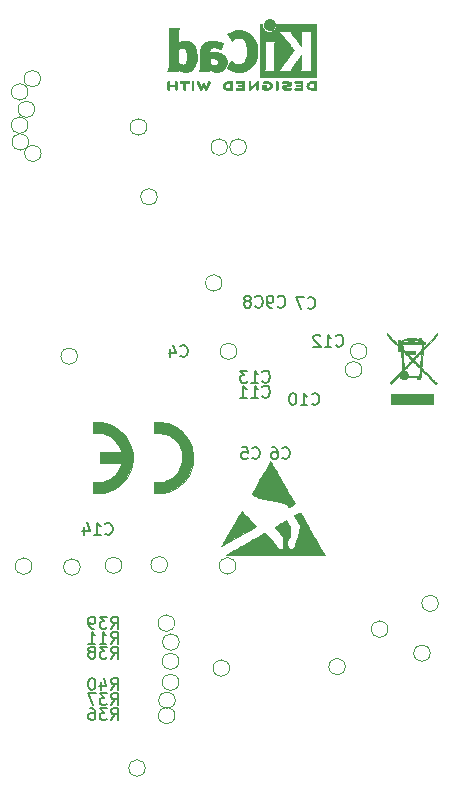
<source format=gbr>
G04 #@! TF.GenerationSoftware,KiCad,Pcbnew,(5.1.5)-3*
G04 #@! TF.CreationDate,2020-09-05T19:48:14+08:00*
G04 #@! TF.ProjectId,VS1053 Dev Brd,56533130-3533-4204-9465-76204272642e,rev?*
G04 #@! TF.SameCoordinates,Original*
G04 #@! TF.FileFunction,Legend,Bot*
G04 #@! TF.FilePolarity,Positive*
%FSLAX46Y46*%
G04 Gerber Fmt 4.6, Leading zero omitted, Abs format (unit mm)*
G04 Created by KiCad (PCBNEW (5.1.5)-3) date 2020-09-05 19:48:14*
%MOMM*%
%LPD*%
G04 APERTURE LIST*
%ADD10C,0.010000*%
%ADD11C,0.120000*%
%ADD12C,0.150000*%
%ADD13C,1.602000*%
%ADD14O,1.452000X1.452000*%
%ADD15R,1.452000X1.452000*%
%ADD16C,1.102000*%
%ADD17O,1.002000X2.102000*%
%ADD18O,1.002000X1.802000*%
%ADD19C,0.702000*%
%ADD20R,1.802000X1.802000*%
%ADD21O,1.802000X1.802000*%
%ADD22C,0.100000*%
%ADD23O,1.102000X1.102000*%
%ADD24R,2.602000X1.602000*%
%ADD25O,2.602000X1.602000*%
%ADD26O,3.602000X2.302000*%
G04 APERTURE END LIST*
D10*
G36*
X78265865Y-106069606D02*
G01*
X78560215Y-106069895D01*
X78662190Y-106070320D01*
X78742845Y-106071608D01*
X78807312Y-106074114D01*
X78860724Y-106078196D01*
X78908212Y-106084208D01*
X78954911Y-106092508D01*
X78988811Y-106099636D01*
X79218651Y-106162954D01*
X79437968Y-106249212D01*
X79644999Y-106357209D01*
X79837980Y-106485744D01*
X80015151Y-106633618D01*
X80174747Y-106799630D01*
X80315007Y-106982579D01*
X80339646Y-107019649D01*
X80391444Y-107106602D01*
X80444345Y-107208020D01*
X80495364Y-107317066D01*
X80541518Y-107426902D01*
X80579825Y-107530688D01*
X80607302Y-107621588D01*
X80613396Y-107647184D01*
X80622761Y-107690179D01*
X78861179Y-107690179D01*
X78861179Y-108629450D01*
X80622761Y-108629450D01*
X80613396Y-108672444D01*
X80588336Y-108763811D01*
X80550848Y-108869669D01*
X80504015Y-108983078D01*
X80450918Y-109097092D01*
X80394640Y-109204769D01*
X80338264Y-109299167D01*
X80328808Y-109313519D01*
X80185066Y-109504991D01*
X80023867Y-109676830D01*
X79846210Y-109828363D01*
X79653091Y-109958919D01*
X79445509Y-110067824D01*
X79224462Y-110154406D01*
X78990945Y-110217994D01*
X78985244Y-110219221D01*
X78932662Y-110229822D01*
X78884242Y-110237713D01*
X78834591Y-110243278D01*
X78778319Y-110246902D01*
X78710032Y-110248969D01*
X78624341Y-110249864D01*
X78553601Y-110249999D01*
X78265867Y-110249976D01*
X78265867Y-111182679D01*
X78553601Y-111180962D01*
X78645576Y-111179909D01*
X78735309Y-111177966D01*
X78817042Y-111175326D01*
X78885021Y-111172181D01*
X78933489Y-111168726D01*
X78940554Y-111167989D01*
X79165963Y-111131794D01*
X79397814Y-111074576D01*
X79629775Y-110998484D01*
X79855515Y-110905665D01*
X80068701Y-110798268D01*
X80124503Y-110766335D01*
X80288044Y-110660867D01*
X80453986Y-110536745D01*
X80615773Y-110399631D01*
X80766850Y-110255182D01*
X80900660Y-110109059D01*
X80937207Y-110064807D01*
X81098527Y-109843212D01*
X81239852Y-109605578D01*
X81360175Y-109354289D01*
X81458489Y-109091732D01*
X81533788Y-108820292D01*
X81585065Y-108542355D01*
X81587610Y-108523616D01*
X81594559Y-108451951D01*
X81599492Y-108361246D01*
X81602408Y-108258123D01*
X81603305Y-108149209D01*
X81602181Y-108041125D01*
X81599034Y-107940498D01*
X81593862Y-107853952D01*
X81587817Y-107796012D01*
X81535861Y-107511094D01*
X81460631Y-107235554D01*
X81362809Y-106971009D01*
X81243079Y-106719077D01*
X81102124Y-106481377D01*
X80940627Y-106259525D01*
X80937207Y-106255279D01*
X80756920Y-106052321D01*
X80557778Y-105865856D01*
X80342227Y-105697414D01*
X80112715Y-105548525D01*
X79871691Y-105420717D01*
X79621600Y-105315522D01*
X79364891Y-105234467D01*
X79264581Y-105209969D01*
X79140670Y-105184138D01*
X79025500Y-105164792D01*
X78911680Y-105151181D01*
X78791815Y-105142556D01*
X78658513Y-105138168D01*
X78546987Y-105137208D01*
X78265867Y-105136950D01*
X78265865Y-106069606D01*
G37*
X78265865Y-106069606D02*
X78560215Y-106069895D01*
X78662190Y-106070320D01*
X78742845Y-106071608D01*
X78807312Y-106074114D01*
X78860724Y-106078196D01*
X78908212Y-106084208D01*
X78954911Y-106092508D01*
X78988811Y-106099636D01*
X79218651Y-106162954D01*
X79437968Y-106249212D01*
X79644999Y-106357209D01*
X79837980Y-106485744D01*
X80015151Y-106633618D01*
X80174747Y-106799630D01*
X80315007Y-106982579D01*
X80339646Y-107019649D01*
X80391444Y-107106602D01*
X80444345Y-107208020D01*
X80495364Y-107317066D01*
X80541518Y-107426902D01*
X80579825Y-107530688D01*
X80607302Y-107621588D01*
X80613396Y-107647184D01*
X80622761Y-107690179D01*
X78861179Y-107690179D01*
X78861179Y-108629450D01*
X80622761Y-108629450D01*
X80613396Y-108672444D01*
X80588336Y-108763811D01*
X80550848Y-108869669D01*
X80504015Y-108983078D01*
X80450918Y-109097092D01*
X80394640Y-109204769D01*
X80338264Y-109299167D01*
X80328808Y-109313519D01*
X80185066Y-109504991D01*
X80023867Y-109676830D01*
X79846210Y-109828363D01*
X79653091Y-109958919D01*
X79445509Y-110067824D01*
X79224462Y-110154406D01*
X78990945Y-110217994D01*
X78985244Y-110219221D01*
X78932662Y-110229822D01*
X78884242Y-110237713D01*
X78834591Y-110243278D01*
X78778319Y-110246902D01*
X78710032Y-110248969D01*
X78624341Y-110249864D01*
X78553601Y-110249999D01*
X78265867Y-110249976D01*
X78265867Y-111182679D01*
X78553601Y-111180962D01*
X78645576Y-111179909D01*
X78735309Y-111177966D01*
X78817042Y-111175326D01*
X78885021Y-111172181D01*
X78933489Y-111168726D01*
X78940554Y-111167989D01*
X79165963Y-111131794D01*
X79397814Y-111074576D01*
X79629775Y-110998484D01*
X79855515Y-110905665D01*
X80068701Y-110798268D01*
X80124503Y-110766335D01*
X80288044Y-110660867D01*
X80453986Y-110536745D01*
X80615773Y-110399631D01*
X80766850Y-110255182D01*
X80900660Y-110109059D01*
X80937207Y-110064807D01*
X81098527Y-109843212D01*
X81239852Y-109605578D01*
X81360175Y-109354289D01*
X81458489Y-109091732D01*
X81533788Y-108820292D01*
X81585065Y-108542355D01*
X81587610Y-108523616D01*
X81594559Y-108451951D01*
X81599492Y-108361246D01*
X81602408Y-108258123D01*
X81603305Y-108149209D01*
X81602181Y-108041125D01*
X81599034Y-107940498D01*
X81593862Y-107853952D01*
X81587817Y-107796012D01*
X81535861Y-107511094D01*
X81460631Y-107235554D01*
X81362809Y-106971009D01*
X81243079Y-106719077D01*
X81102124Y-106481377D01*
X80940627Y-106259525D01*
X80937207Y-106255279D01*
X80756920Y-106052321D01*
X80557778Y-105865856D01*
X80342227Y-105697414D01*
X80112715Y-105548525D01*
X79871691Y-105420717D01*
X79621600Y-105315522D01*
X79364891Y-105234467D01*
X79264581Y-105209969D01*
X79140670Y-105184138D01*
X79025500Y-105164792D01*
X78911680Y-105151181D01*
X78791815Y-105142556D01*
X78658513Y-105138168D01*
X78546987Y-105137208D01*
X78265867Y-105136950D01*
X78265865Y-106069606D01*
G36*
X83560013Y-105137515D02*
G01*
X83495530Y-105139175D01*
X83448897Y-105142145D01*
X83428549Y-105145288D01*
X83398783Y-105153265D01*
X83398783Y-106073730D01*
X83608319Y-106066459D01*
X83818153Y-106066723D01*
X84012341Y-106083582D01*
X84196780Y-106118275D01*
X84377368Y-106172039D01*
X84560003Y-106246111D01*
X84635711Y-106282079D01*
X84816262Y-106381177D01*
X84978902Y-106492526D01*
X85131299Y-106621608D01*
X85190578Y-106678905D01*
X85347215Y-106854061D01*
X85482727Y-107044720D01*
X85596434Y-107249594D01*
X85687656Y-107467393D01*
X85755715Y-107696829D01*
X85775874Y-107789397D01*
X85788023Y-107873444D01*
X85796134Y-107976434D01*
X85800215Y-108091165D01*
X85800274Y-108210434D01*
X85796316Y-108327037D01*
X85788349Y-108433771D01*
X85776381Y-108523433D01*
X85775143Y-108530231D01*
X85719289Y-108758959D01*
X85639901Y-108977165D01*
X85538269Y-109183377D01*
X85415678Y-109376128D01*
X85273419Y-109553948D01*
X85112779Y-109715368D01*
X84935045Y-109858919D01*
X84741507Y-109983131D01*
X84533452Y-110086536D01*
X84349963Y-110155735D01*
X84246823Y-110187318D01*
X84152093Y-110211329D01*
X84059330Y-110228663D01*
X83962094Y-110240216D01*
X83853942Y-110246880D01*
X83728433Y-110249552D01*
X83673289Y-110249704D01*
X83398783Y-110249386D01*
X83398783Y-111166364D01*
X83428549Y-111174341D01*
X83453949Y-111177338D01*
X83500944Y-111179403D01*
X83564690Y-111180582D01*
X83640342Y-111180923D01*
X83723054Y-111180474D01*
X83807983Y-111179283D01*
X83890283Y-111177397D01*
X83965109Y-111174863D01*
X84027617Y-111171731D01*
X84072962Y-111168047D01*
X84073471Y-111167989D01*
X84186471Y-111151541D01*
X84314072Y-111126906D01*
X84446538Y-111096283D01*
X84574134Y-111061867D01*
X84655216Y-111036736D01*
X84919753Y-110935698D01*
X85170477Y-110812713D01*
X85406395Y-110668977D01*
X85626520Y-110505687D01*
X85829860Y-110324038D01*
X86015427Y-110125226D01*
X86182230Y-109910447D01*
X86329279Y-109680898D01*
X86455585Y-109437773D01*
X86560158Y-109182270D01*
X86642008Y-108915583D01*
X86700145Y-108638909D01*
X86713362Y-108550075D01*
X86721818Y-108465307D01*
X86727637Y-108361318D01*
X86730818Y-108245209D01*
X86731361Y-108124087D01*
X86729266Y-108005054D01*
X86724534Y-107895214D01*
X86717163Y-107801672D01*
X86713362Y-107769554D01*
X86662441Y-107486906D01*
X86586995Y-107213814D01*
X86487281Y-106950914D01*
X86363554Y-106698837D01*
X86216072Y-106458217D01*
X86137248Y-106347418D01*
X85958970Y-106129923D01*
X85762967Y-105931544D01*
X85550602Y-105753082D01*
X85323241Y-105595333D01*
X85082247Y-105459097D01*
X84828987Y-105345171D01*
X84564823Y-105254353D01*
X84291121Y-105187441D01*
X84100320Y-105156013D01*
X84047846Y-105150690D01*
X83978982Y-105146130D01*
X83898619Y-105142412D01*
X83811650Y-105139613D01*
X83722964Y-105137812D01*
X83637455Y-105137087D01*
X83560013Y-105137515D01*
G37*
X83560013Y-105137515D02*
X83495530Y-105139175D01*
X83448897Y-105142145D01*
X83428549Y-105145288D01*
X83398783Y-105153265D01*
X83398783Y-106073730D01*
X83608319Y-106066459D01*
X83818153Y-106066723D01*
X84012341Y-106083582D01*
X84196780Y-106118275D01*
X84377368Y-106172039D01*
X84560003Y-106246111D01*
X84635711Y-106282079D01*
X84816262Y-106381177D01*
X84978902Y-106492526D01*
X85131299Y-106621608D01*
X85190578Y-106678905D01*
X85347215Y-106854061D01*
X85482727Y-107044720D01*
X85596434Y-107249594D01*
X85687656Y-107467393D01*
X85755715Y-107696829D01*
X85775874Y-107789397D01*
X85788023Y-107873444D01*
X85796134Y-107976434D01*
X85800215Y-108091165D01*
X85800274Y-108210434D01*
X85796316Y-108327037D01*
X85788349Y-108433771D01*
X85776381Y-108523433D01*
X85775143Y-108530231D01*
X85719289Y-108758959D01*
X85639901Y-108977165D01*
X85538269Y-109183377D01*
X85415678Y-109376128D01*
X85273419Y-109553948D01*
X85112779Y-109715368D01*
X84935045Y-109858919D01*
X84741507Y-109983131D01*
X84533452Y-110086536D01*
X84349963Y-110155735D01*
X84246823Y-110187318D01*
X84152093Y-110211329D01*
X84059330Y-110228663D01*
X83962094Y-110240216D01*
X83853942Y-110246880D01*
X83728433Y-110249552D01*
X83673289Y-110249704D01*
X83398783Y-110249386D01*
X83398783Y-111166364D01*
X83428549Y-111174341D01*
X83453949Y-111177338D01*
X83500944Y-111179403D01*
X83564690Y-111180582D01*
X83640342Y-111180923D01*
X83723054Y-111180474D01*
X83807983Y-111179283D01*
X83890283Y-111177397D01*
X83965109Y-111174863D01*
X84027617Y-111171731D01*
X84072962Y-111168047D01*
X84073471Y-111167989D01*
X84186471Y-111151541D01*
X84314072Y-111126906D01*
X84446538Y-111096283D01*
X84574134Y-111061867D01*
X84655216Y-111036736D01*
X84919753Y-110935698D01*
X85170477Y-110812713D01*
X85406395Y-110668977D01*
X85626520Y-110505687D01*
X85829860Y-110324038D01*
X86015427Y-110125226D01*
X86182230Y-109910447D01*
X86329279Y-109680898D01*
X86455585Y-109437773D01*
X86560158Y-109182270D01*
X86642008Y-108915583D01*
X86700145Y-108638909D01*
X86713362Y-108550075D01*
X86721818Y-108465307D01*
X86727637Y-108361318D01*
X86730818Y-108245209D01*
X86731361Y-108124087D01*
X86729266Y-108005054D01*
X86724534Y-107895214D01*
X86717163Y-107801672D01*
X86713362Y-107769554D01*
X86662441Y-107486906D01*
X86586995Y-107213814D01*
X86487281Y-106950914D01*
X86363554Y-106698837D01*
X86216072Y-106458217D01*
X86137248Y-106347418D01*
X85958970Y-106129923D01*
X85762967Y-105931544D01*
X85550602Y-105753082D01*
X85323241Y-105595333D01*
X85082247Y-105459097D01*
X84828987Y-105345171D01*
X84564823Y-105254353D01*
X84291121Y-105187441D01*
X84100320Y-105156013D01*
X84047846Y-105150690D01*
X83978982Y-105146130D01*
X83898619Y-105142412D01*
X83811650Y-105139613D01*
X83722964Y-105137812D01*
X83637455Y-105137087D01*
X83560013Y-105137515D01*
G36*
X84601577Y-76290133D02*
G01*
X84570198Y-76312376D01*
X84542489Y-76340085D01*
X84542489Y-76649520D01*
X84542562Y-76741399D01*
X84542905Y-76813440D01*
X84543708Y-76868380D01*
X84545159Y-76908960D01*
X84547448Y-76937917D01*
X84550764Y-76957991D01*
X84555295Y-76971921D01*
X84561231Y-76982445D01*
X84565886Y-76988700D01*
X84596617Y-77013273D01*
X84631904Y-77015941D01*
X84664155Y-77000871D01*
X84674812Y-76991974D01*
X84681936Y-76980157D01*
X84686233Y-76961126D01*
X84688409Y-76930592D01*
X84689172Y-76884262D01*
X84689245Y-76848471D01*
X84689245Y-76713645D01*
X85185956Y-76713645D01*
X85185956Y-76836300D01*
X85186469Y-76892387D01*
X85188524Y-76930933D01*
X85192892Y-76956961D01*
X85200344Y-76975497D01*
X85209353Y-76988700D01*
X85240256Y-77013204D01*
X85275204Y-77016106D01*
X85308662Y-76998689D01*
X85317796Y-76989559D01*
X85324248Y-76977455D01*
X85328503Y-76958601D01*
X85331048Y-76929220D01*
X85332371Y-76885537D01*
X85332957Y-76823775D01*
X85333025Y-76809600D01*
X85333509Y-76693231D01*
X85333759Y-76597327D01*
X85333677Y-76519777D01*
X85333169Y-76458469D01*
X85332138Y-76411290D01*
X85330487Y-76376130D01*
X85328121Y-76350876D01*
X85324943Y-76333417D01*
X85320856Y-76321641D01*
X85315766Y-76313435D01*
X85310134Y-76307245D01*
X85278272Y-76287444D01*
X85245043Y-76290133D01*
X85213665Y-76312376D01*
X85200967Y-76326726D01*
X85192874Y-76342578D01*
X85188358Y-76365154D01*
X85186394Y-76399678D01*
X85185956Y-76451376D01*
X85185956Y-76566889D01*
X84689245Y-76566889D01*
X84689245Y-76448356D01*
X84688738Y-76393748D01*
X84686702Y-76356875D01*
X84682365Y-76332907D01*
X84674953Y-76317015D01*
X84666667Y-76307245D01*
X84634806Y-76287444D01*
X84601577Y-76290133D01*
G37*
X84601577Y-76290133D02*
X84570198Y-76312376D01*
X84542489Y-76340085D01*
X84542489Y-76649520D01*
X84542562Y-76741399D01*
X84542905Y-76813440D01*
X84543708Y-76868380D01*
X84545159Y-76908960D01*
X84547448Y-76937917D01*
X84550764Y-76957991D01*
X84555295Y-76971921D01*
X84561231Y-76982445D01*
X84565886Y-76988700D01*
X84596617Y-77013273D01*
X84631904Y-77015941D01*
X84664155Y-77000871D01*
X84674812Y-76991974D01*
X84681936Y-76980157D01*
X84686233Y-76961126D01*
X84688409Y-76930592D01*
X84689172Y-76884262D01*
X84689245Y-76848471D01*
X84689245Y-76713645D01*
X85185956Y-76713645D01*
X85185956Y-76836300D01*
X85186469Y-76892387D01*
X85188524Y-76930933D01*
X85192892Y-76956961D01*
X85200344Y-76975497D01*
X85209353Y-76988700D01*
X85240256Y-77013204D01*
X85275204Y-77016106D01*
X85308662Y-76998689D01*
X85317796Y-76989559D01*
X85324248Y-76977455D01*
X85328503Y-76958601D01*
X85331048Y-76929220D01*
X85332371Y-76885537D01*
X85332957Y-76823775D01*
X85333025Y-76809600D01*
X85333509Y-76693231D01*
X85333759Y-76597327D01*
X85333677Y-76519777D01*
X85333169Y-76458469D01*
X85332138Y-76411290D01*
X85330487Y-76376130D01*
X85328121Y-76350876D01*
X85324943Y-76333417D01*
X85320856Y-76321641D01*
X85315766Y-76313435D01*
X85310134Y-76307245D01*
X85278272Y-76287444D01*
X85245043Y-76290133D01*
X85213665Y-76312376D01*
X85200967Y-76326726D01*
X85192874Y-76342578D01*
X85188358Y-76365154D01*
X85186394Y-76399678D01*
X85185956Y-76451376D01*
X85185956Y-76566889D01*
X84689245Y-76566889D01*
X84689245Y-76448356D01*
X84688738Y-76393748D01*
X84686702Y-76356875D01*
X84682365Y-76332907D01*
X84674953Y-76317015D01*
X84666667Y-76307245D01*
X84634806Y-76287444D01*
X84601577Y-76290133D01*
G36*
X85867335Y-76284763D02*
G01*
X85788628Y-76285142D01*
X85727537Y-76285933D01*
X85681583Y-76287270D01*
X85648286Y-76289283D01*
X85625164Y-76292106D01*
X85609738Y-76295869D01*
X85599529Y-76300705D01*
X85594587Y-76304422D01*
X85568943Y-76336958D01*
X85565841Y-76370738D01*
X85581689Y-76401426D01*
X85592052Y-76413689D01*
X85603204Y-76422050D01*
X85619365Y-76427257D01*
X85644758Y-76430057D01*
X85683602Y-76431196D01*
X85740120Y-76431421D01*
X85751220Y-76431422D01*
X85897156Y-76431422D01*
X85897156Y-76702356D01*
X85897252Y-76787754D01*
X85897689Y-76853464D01*
X85898688Y-76902374D01*
X85900472Y-76937373D01*
X85903263Y-76961349D01*
X85907283Y-76977193D01*
X85912755Y-76987791D01*
X85919734Y-76995867D01*
X85952666Y-77015712D01*
X85987046Y-77014148D01*
X86018224Y-76991506D01*
X86020514Y-76988700D01*
X86027971Y-76978092D01*
X86033653Y-76965681D01*
X86037799Y-76948450D01*
X86040650Y-76923384D01*
X86042446Y-76887467D01*
X86043428Y-76837683D01*
X86043836Y-76771017D01*
X86043911Y-76695189D01*
X86043911Y-76431422D01*
X86183273Y-76431422D01*
X86243078Y-76431018D01*
X86284482Y-76429440D01*
X86311652Y-76426147D01*
X86328754Y-76420592D01*
X86339957Y-76412231D01*
X86341317Y-76410778D01*
X86357675Y-76377539D01*
X86356228Y-76339962D01*
X86337422Y-76307245D01*
X86330150Y-76300898D01*
X86320773Y-76295866D01*
X86306791Y-76291996D01*
X86285704Y-76289137D01*
X86255011Y-76287135D01*
X86212211Y-76285839D01*
X86154805Y-76285098D01*
X86080290Y-76284758D01*
X85986167Y-76284668D01*
X85966140Y-76284667D01*
X85867335Y-76284763D01*
G37*
X85867335Y-76284763D02*
X85788628Y-76285142D01*
X85727537Y-76285933D01*
X85681583Y-76287270D01*
X85648286Y-76289283D01*
X85625164Y-76292106D01*
X85609738Y-76295869D01*
X85599529Y-76300705D01*
X85594587Y-76304422D01*
X85568943Y-76336958D01*
X85565841Y-76370738D01*
X85581689Y-76401426D01*
X85592052Y-76413689D01*
X85603204Y-76422050D01*
X85619365Y-76427257D01*
X85644758Y-76430057D01*
X85683602Y-76431196D01*
X85740120Y-76431421D01*
X85751220Y-76431422D01*
X85897156Y-76431422D01*
X85897156Y-76702356D01*
X85897252Y-76787754D01*
X85897689Y-76853464D01*
X85898688Y-76902374D01*
X85900472Y-76937373D01*
X85903263Y-76961349D01*
X85907283Y-76977193D01*
X85912755Y-76987791D01*
X85919734Y-76995867D01*
X85952666Y-77015712D01*
X85987046Y-77014148D01*
X86018224Y-76991506D01*
X86020514Y-76988700D01*
X86027971Y-76978092D01*
X86033653Y-76965681D01*
X86037799Y-76948450D01*
X86040650Y-76923384D01*
X86042446Y-76887467D01*
X86043428Y-76837683D01*
X86043836Y-76771017D01*
X86043911Y-76695189D01*
X86043911Y-76431422D01*
X86183273Y-76431422D01*
X86243078Y-76431018D01*
X86284482Y-76429440D01*
X86311652Y-76426147D01*
X86328754Y-76420592D01*
X86339957Y-76412231D01*
X86341317Y-76410778D01*
X86357675Y-76377539D01*
X86356228Y-76339962D01*
X86337422Y-76307245D01*
X86330150Y-76300898D01*
X86320773Y-76295866D01*
X86306791Y-76291996D01*
X86285704Y-76289137D01*
X86255011Y-76287135D01*
X86212211Y-76285839D01*
X86154805Y-76285098D01*
X86080290Y-76284758D01*
X85986167Y-76284668D01*
X85966140Y-76284667D01*
X85867335Y-76284763D01*
G36*
X86641786Y-76291477D02*
G01*
X86618073Y-76306247D01*
X86591422Y-76327827D01*
X86591422Y-76649373D01*
X86591507Y-76743430D01*
X86591871Y-76817532D01*
X86592676Y-76874304D01*
X86594087Y-76916368D01*
X86596267Y-76946348D01*
X86599379Y-76966867D01*
X86603586Y-76980549D01*
X86609052Y-76990016D01*
X86612928Y-76994682D01*
X86644366Y-77015175D01*
X86680167Y-77014339D01*
X86711527Y-76996864D01*
X86738178Y-76975284D01*
X86738178Y-76327827D01*
X86711527Y-76306247D01*
X86685806Y-76290549D01*
X86664800Y-76284667D01*
X86641786Y-76291477D01*
G37*
X86641786Y-76291477D02*
X86618073Y-76306247D01*
X86591422Y-76327827D01*
X86591422Y-76649373D01*
X86591507Y-76743430D01*
X86591871Y-76817532D01*
X86592676Y-76874304D01*
X86594087Y-76916368D01*
X86596267Y-76946348D01*
X86599379Y-76966867D01*
X86603586Y-76980549D01*
X86609052Y-76990016D01*
X86612928Y-76994682D01*
X86644366Y-77015175D01*
X86680167Y-77014339D01*
X86711527Y-76996864D01*
X86738178Y-76975284D01*
X86738178Y-76327827D01*
X86711527Y-76306247D01*
X86685806Y-76290549D01*
X86664800Y-76284667D01*
X86641786Y-76291477D01*
G36*
X87085735Y-76286634D02*
G01*
X87066145Y-76293635D01*
X87065390Y-76293977D01*
X87038787Y-76314278D01*
X87024130Y-76335161D01*
X87021262Y-76344952D01*
X87021404Y-76357961D01*
X87025439Y-76376495D01*
X87034254Y-76402857D01*
X87048731Y-76439352D01*
X87069755Y-76488287D01*
X87098212Y-76551965D01*
X87134985Y-76632693D01*
X87155225Y-76676816D01*
X87191775Y-76755585D01*
X87226085Y-76828023D01*
X87256848Y-76891480D01*
X87282752Y-76943308D01*
X87302490Y-76980859D01*
X87314750Y-77001484D01*
X87317176Y-77004333D01*
X87348217Y-77016902D01*
X87383279Y-77015219D01*
X87411400Y-76999932D01*
X87412546Y-76998689D01*
X87423732Y-76981754D01*
X87442496Y-76948770D01*
X87466525Y-76903980D01*
X87493503Y-76851632D01*
X87503199Y-76832342D01*
X87576386Y-76685750D01*
X87656160Y-76844993D01*
X87684633Y-76900015D01*
X87711050Y-76947732D01*
X87733252Y-76984493D01*
X87749081Y-77006644D01*
X87754446Y-77011341D01*
X87796143Y-77017702D01*
X87830551Y-77004333D01*
X87840672Y-76990046D01*
X87858186Y-76958292D01*
X87881665Y-76912197D01*
X87909680Y-76854885D01*
X87940801Y-76789480D01*
X87973601Y-76719107D01*
X88006650Y-76646891D01*
X88038519Y-76575955D01*
X88067781Y-76509425D01*
X88093005Y-76450426D01*
X88112764Y-76402081D01*
X88125628Y-76367515D01*
X88130169Y-76349853D01*
X88130123Y-76349213D01*
X88119074Y-76326988D01*
X88096990Y-76304353D01*
X88095690Y-76303368D01*
X88068547Y-76288025D01*
X88043442Y-76288174D01*
X88034032Y-76291066D01*
X88022566Y-76297318D01*
X88010390Y-76309614D01*
X87996043Y-76330508D01*
X87978064Y-76362549D01*
X87954993Y-76408288D01*
X87925370Y-76470277D01*
X87898655Y-76527498D01*
X87867920Y-76593826D01*
X87840379Y-76653474D01*
X87817462Y-76703325D01*
X87800602Y-76740264D01*
X87791227Y-76761173D01*
X87789860Y-76764445D01*
X87783711Y-76759097D01*
X87769578Y-76736709D01*
X87749343Y-76700546D01*
X87724885Y-76653877D01*
X87715152Y-76634622D01*
X87682183Y-76569604D01*
X87656757Y-76522254D01*
X87636788Y-76489819D01*
X87620190Y-76469546D01*
X87604876Y-76458682D01*
X87588760Y-76454475D01*
X87578257Y-76454000D01*
X87559730Y-76455642D01*
X87543496Y-76462431D01*
X87527365Y-76477166D01*
X87509149Y-76502644D01*
X87486661Y-76541661D01*
X87457711Y-76597014D01*
X87441738Y-76628503D01*
X87415830Y-76678687D01*
X87393233Y-76720304D01*
X87375942Y-76749842D01*
X87365950Y-76763789D01*
X87364591Y-76764370D01*
X87358139Y-76753393D01*
X87343692Y-76724890D01*
X87322697Y-76681844D01*
X87296603Y-76627238D01*
X87266854Y-76564054D01*
X87252220Y-76532671D01*
X87214150Y-76451678D01*
X87183495Y-76389356D01*
X87158663Y-76343671D01*
X87138063Y-76312589D01*
X87120102Y-76294078D01*
X87103190Y-76286104D01*
X87085735Y-76286634D01*
G37*
X87085735Y-76286634D02*
X87066145Y-76293635D01*
X87065390Y-76293977D01*
X87038787Y-76314278D01*
X87024130Y-76335161D01*
X87021262Y-76344952D01*
X87021404Y-76357961D01*
X87025439Y-76376495D01*
X87034254Y-76402857D01*
X87048731Y-76439352D01*
X87069755Y-76488287D01*
X87098212Y-76551965D01*
X87134985Y-76632693D01*
X87155225Y-76676816D01*
X87191775Y-76755585D01*
X87226085Y-76828023D01*
X87256848Y-76891480D01*
X87282752Y-76943308D01*
X87302490Y-76980859D01*
X87314750Y-77001484D01*
X87317176Y-77004333D01*
X87348217Y-77016902D01*
X87383279Y-77015219D01*
X87411400Y-76999932D01*
X87412546Y-76998689D01*
X87423732Y-76981754D01*
X87442496Y-76948770D01*
X87466525Y-76903980D01*
X87493503Y-76851632D01*
X87503199Y-76832342D01*
X87576386Y-76685750D01*
X87656160Y-76844993D01*
X87684633Y-76900015D01*
X87711050Y-76947732D01*
X87733252Y-76984493D01*
X87749081Y-77006644D01*
X87754446Y-77011341D01*
X87796143Y-77017702D01*
X87830551Y-77004333D01*
X87840672Y-76990046D01*
X87858186Y-76958292D01*
X87881665Y-76912197D01*
X87909680Y-76854885D01*
X87940801Y-76789480D01*
X87973601Y-76719107D01*
X88006650Y-76646891D01*
X88038519Y-76575955D01*
X88067781Y-76509425D01*
X88093005Y-76450426D01*
X88112764Y-76402081D01*
X88125628Y-76367515D01*
X88130169Y-76349853D01*
X88130123Y-76349213D01*
X88119074Y-76326988D01*
X88096990Y-76304353D01*
X88095690Y-76303368D01*
X88068547Y-76288025D01*
X88043442Y-76288174D01*
X88034032Y-76291066D01*
X88022566Y-76297318D01*
X88010390Y-76309614D01*
X87996043Y-76330508D01*
X87978064Y-76362549D01*
X87954993Y-76408288D01*
X87925370Y-76470277D01*
X87898655Y-76527498D01*
X87867920Y-76593826D01*
X87840379Y-76653474D01*
X87817462Y-76703325D01*
X87800602Y-76740264D01*
X87791227Y-76761173D01*
X87789860Y-76764445D01*
X87783711Y-76759097D01*
X87769578Y-76736709D01*
X87749343Y-76700546D01*
X87724885Y-76653877D01*
X87715152Y-76634622D01*
X87682183Y-76569604D01*
X87656757Y-76522254D01*
X87636788Y-76489819D01*
X87620190Y-76469546D01*
X87604876Y-76458682D01*
X87588760Y-76454475D01*
X87578257Y-76454000D01*
X87559730Y-76455642D01*
X87543496Y-76462431D01*
X87527365Y-76477166D01*
X87509149Y-76502644D01*
X87486661Y-76541661D01*
X87457711Y-76597014D01*
X87441738Y-76628503D01*
X87415830Y-76678687D01*
X87393233Y-76720304D01*
X87375942Y-76749842D01*
X87365950Y-76763789D01*
X87364591Y-76764370D01*
X87358139Y-76753393D01*
X87343692Y-76724890D01*
X87322697Y-76681844D01*
X87296603Y-76627238D01*
X87266854Y-76564054D01*
X87252220Y-76532671D01*
X87214150Y-76451678D01*
X87183495Y-76389356D01*
X87158663Y-76343671D01*
X87138063Y-76312589D01*
X87120102Y-76294078D01*
X87103190Y-76286104D01*
X87085735Y-76286634D01*
G36*
X89812091Y-76284875D02*
G01*
X89683112Y-76289236D01*
X89573409Y-76302461D01*
X89481174Y-76325341D01*
X89404598Y-76358670D01*
X89341873Y-76403238D01*
X89291188Y-76459836D01*
X89250737Y-76529258D01*
X89249941Y-76530951D01*
X89225799Y-76593083D01*
X89217197Y-76648109D01*
X89224169Y-76703487D01*
X89246746Y-76766673D01*
X89251028Y-76776289D01*
X89280228Y-76832566D01*
X89313044Y-76876051D01*
X89355398Y-76913017D01*
X89413210Y-76949735D01*
X89416569Y-76951652D01*
X89466896Y-76975827D01*
X89523779Y-76993882D01*
X89590873Y-77006439D01*
X89671835Y-77014122D01*
X89770318Y-77017553D01*
X89805114Y-77017851D01*
X89970806Y-77018445D01*
X89994203Y-76988700D01*
X90001143Y-76978919D01*
X90006558Y-76967497D01*
X90010635Y-76951695D01*
X90013563Y-76928775D01*
X90015533Y-76895996D01*
X90016175Y-76871689D01*
X89859556Y-76871689D01*
X89765674Y-76871689D01*
X89710736Y-76870083D01*
X89654340Y-76865855D01*
X89608055Y-76859892D01*
X89605261Y-76859390D01*
X89523052Y-76837336D01*
X89459286Y-76804200D01*
X89411948Y-76758447D01*
X89379018Y-76698539D01*
X89373292Y-76682661D01*
X89367679Y-76657933D01*
X89370109Y-76633502D01*
X89381933Y-76601000D01*
X89389060Y-76585034D01*
X89412400Y-76542606D01*
X89440520Y-76512840D01*
X89471460Y-76492111D01*
X89533434Y-76465137D01*
X89612749Y-76445598D01*
X89705147Y-76434346D01*
X89772067Y-76431870D01*
X89859556Y-76431422D01*
X89859556Y-76871689D01*
X90016175Y-76871689D01*
X90016732Y-76850621D01*
X90017350Y-76789911D01*
X90017575Y-76711126D01*
X90017600Y-76649520D01*
X90017600Y-76340085D01*
X89989891Y-76312376D01*
X89977594Y-76301144D01*
X89964297Y-76293453D01*
X89945728Y-76288640D01*
X89917614Y-76286046D01*
X89875683Y-76285010D01*
X89815663Y-76284870D01*
X89812091Y-76284875D01*
G37*
X89812091Y-76284875D02*
X89683112Y-76289236D01*
X89573409Y-76302461D01*
X89481174Y-76325341D01*
X89404598Y-76358670D01*
X89341873Y-76403238D01*
X89291188Y-76459836D01*
X89250737Y-76529258D01*
X89249941Y-76530951D01*
X89225799Y-76593083D01*
X89217197Y-76648109D01*
X89224169Y-76703487D01*
X89246746Y-76766673D01*
X89251028Y-76776289D01*
X89280228Y-76832566D01*
X89313044Y-76876051D01*
X89355398Y-76913017D01*
X89413210Y-76949735D01*
X89416569Y-76951652D01*
X89466896Y-76975827D01*
X89523779Y-76993882D01*
X89590873Y-77006439D01*
X89671835Y-77014122D01*
X89770318Y-77017553D01*
X89805114Y-77017851D01*
X89970806Y-77018445D01*
X89994203Y-76988700D01*
X90001143Y-76978919D01*
X90006558Y-76967497D01*
X90010635Y-76951695D01*
X90013563Y-76928775D01*
X90015533Y-76895996D01*
X90016175Y-76871689D01*
X89859556Y-76871689D01*
X89765674Y-76871689D01*
X89710736Y-76870083D01*
X89654340Y-76865855D01*
X89608055Y-76859892D01*
X89605261Y-76859390D01*
X89523052Y-76837336D01*
X89459286Y-76804200D01*
X89411948Y-76758447D01*
X89379018Y-76698539D01*
X89373292Y-76682661D01*
X89367679Y-76657933D01*
X89370109Y-76633502D01*
X89381933Y-76601000D01*
X89389060Y-76585034D01*
X89412400Y-76542606D01*
X89440520Y-76512840D01*
X89471460Y-76492111D01*
X89533434Y-76465137D01*
X89612749Y-76445598D01*
X89705147Y-76434346D01*
X89772067Y-76431870D01*
X89859556Y-76431422D01*
X89859556Y-76871689D01*
X90016175Y-76871689D01*
X90016732Y-76850621D01*
X90017350Y-76789911D01*
X90017575Y-76711126D01*
X90017600Y-76649520D01*
X90017600Y-76340085D01*
X89989891Y-76312376D01*
X89977594Y-76301144D01*
X89964297Y-76293453D01*
X89945728Y-76288640D01*
X89917614Y-76286046D01*
X89875683Y-76285010D01*
X89815663Y-76284870D01*
X89812091Y-76284875D01*
G36*
X90600057Y-76284860D02*
G01*
X90523699Y-76285774D01*
X90465183Y-76287911D01*
X90422145Y-76291775D01*
X90392217Y-76297867D01*
X90373032Y-76306690D01*
X90362224Y-76318746D01*
X90357427Y-76334539D01*
X90356273Y-76354570D01*
X90356267Y-76356935D01*
X90357269Y-76379592D01*
X90362004Y-76397103D01*
X90373067Y-76410174D01*
X90393052Y-76419513D01*
X90424554Y-76425827D01*
X90470168Y-76429822D01*
X90532487Y-76432206D01*
X90614107Y-76433686D01*
X90639123Y-76434014D01*
X90881200Y-76437067D01*
X90884586Y-76501978D01*
X90887971Y-76566889D01*
X90719824Y-76566889D01*
X90654134Y-76567131D01*
X90607228Y-76568156D01*
X90575317Y-76570411D01*
X90554609Y-76574342D01*
X90541316Y-76580398D01*
X90531645Y-76589024D01*
X90531583Y-76589093D01*
X90514044Y-76622712D01*
X90514678Y-76659048D01*
X90533086Y-76690023D01*
X90536729Y-76693207D01*
X90549659Y-76701412D01*
X90567376Y-76707121D01*
X90593830Y-76710762D01*
X90632968Y-76712767D01*
X90688738Y-76713564D01*
X90724406Y-76713645D01*
X90886845Y-76713645D01*
X90886845Y-76871689D01*
X90640239Y-76871689D01*
X90558820Y-76871831D01*
X90496990Y-76872414D01*
X90451763Y-76873668D01*
X90420152Y-76875827D01*
X90399169Y-76879123D01*
X90385827Y-76883789D01*
X90377139Y-76890057D01*
X90374950Y-76892333D01*
X90358786Y-76923880D01*
X90357603Y-76959768D01*
X90370864Y-76990885D01*
X90381357Y-77000871D01*
X90392271Y-77006369D01*
X90409183Y-77010622D01*
X90434767Y-77013780D01*
X90471699Y-77015992D01*
X90522654Y-77017406D01*
X90590306Y-77018172D01*
X90677331Y-77018438D01*
X90697006Y-77018445D01*
X90785489Y-77018387D01*
X90854173Y-77018067D01*
X90905836Y-77017267D01*
X90943255Y-77015767D01*
X90969210Y-77013349D01*
X90986478Y-77009794D01*
X90997838Y-77004882D01*
X91006068Y-76998395D01*
X91010583Y-76993738D01*
X91017379Y-76985489D01*
X91022688Y-76975269D01*
X91026694Y-76960400D01*
X91029579Y-76938202D01*
X91031526Y-76905993D01*
X91032719Y-76861096D01*
X91033339Y-76800828D01*
X91033571Y-76722511D01*
X91033600Y-76656594D01*
X91033529Y-76564228D01*
X91033192Y-76491717D01*
X91032402Y-76436337D01*
X91030974Y-76395365D01*
X91028721Y-76366078D01*
X91025457Y-76345753D01*
X91020996Y-76331666D01*
X91015152Y-76321095D01*
X91010203Y-76314411D01*
X90986806Y-76284667D01*
X90696626Y-76284667D01*
X90600057Y-76284860D01*
G37*
X90600057Y-76284860D02*
X90523699Y-76285774D01*
X90465183Y-76287911D01*
X90422145Y-76291775D01*
X90392217Y-76297867D01*
X90373032Y-76306690D01*
X90362224Y-76318746D01*
X90357427Y-76334539D01*
X90356273Y-76354570D01*
X90356267Y-76356935D01*
X90357269Y-76379592D01*
X90362004Y-76397103D01*
X90373067Y-76410174D01*
X90393052Y-76419513D01*
X90424554Y-76425827D01*
X90470168Y-76429822D01*
X90532487Y-76432206D01*
X90614107Y-76433686D01*
X90639123Y-76434014D01*
X90881200Y-76437067D01*
X90884586Y-76501978D01*
X90887971Y-76566889D01*
X90719824Y-76566889D01*
X90654134Y-76567131D01*
X90607228Y-76568156D01*
X90575317Y-76570411D01*
X90554609Y-76574342D01*
X90541316Y-76580398D01*
X90531645Y-76589024D01*
X90531583Y-76589093D01*
X90514044Y-76622712D01*
X90514678Y-76659048D01*
X90533086Y-76690023D01*
X90536729Y-76693207D01*
X90549659Y-76701412D01*
X90567376Y-76707121D01*
X90593830Y-76710762D01*
X90632968Y-76712767D01*
X90688738Y-76713564D01*
X90724406Y-76713645D01*
X90886845Y-76713645D01*
X90886845Y-76871689D01*
X90640239Y-76871689D01*
X90558820Y-76871831D01*
X90496990Y-76872414D01*
X90451763Y-76873668D01*
X90420152Y-76875827D01*
X90399169Y-76879123D01*
X90385827Y-76883789D01*
X90377139Y-76890057D01*
X90374950Y-76892333D01*
X90358786Y-76923880D01*
X90357603Y-76959768D01*
X90370864Y-76990885D01*
X90381357Y-77000871D01*
X90392271Y-77006369D01*
X90409183Y-77010622D01*
X90434767Y-77013780D01*
X90471699Y-77015992D01*
X90522654Y-77017406D01*
X90590306Y-77018172D01*
X90677331Y-77018438D01*
X90697006Y-77018445D01*
X90785489Y-77018387D01*
X90854173Y-77018067D01*
X90905836Y-77017267D01*
X90943255Y-77015767D01*
X90969210Y-77013349D01*
X90986478Y-77009794D01*
X90997838Y-77004882D01*
X91006068Y-76998395D01*
X91010583Y-76993738D01*
X91017379Y-76985489D01*
X91022688Y-76975269D01*
X91026694Y-76960400D01*
X91029579Y-76938202D01*
X91031526Y-76905993D01*
X91032719Y-76861096D01*
X91033339Y-76800828D01*
X91033571Y-76722511D01*
X91033600Y-76656594D01*
X91033529Y-76564228D01*
X91033192Y-76491717D01*
X91032402Y-76436337D01*
X91030974Y-76395365D01*
X91028721Y-76366078D01*
X91025457Y-76345753D01*
X91020996Y-76331666D01*
X91015152Y-76321095D01*
X91010203Y-76314411D01*
X90986806Y-76284667D01*
X90696626Y-76284667D01*
X90600057Y-76284860D01*
G36*
X92130514Y-76289048D02*
G01*
X92106948Y-76302873D01*
X92076135Y-76325481D01*
X92036478Y-76357938D01*
X91986380Y-76401308D01*
X91924243Y-76456658D01*
X91848472Y-76525051D01*
X91761734Y-76603684D01*
X91581111Y-76767478D01*
X91575467Y-76547629D01*
X91573429Y-76471951D01*
X91571463Y-76415594D01*
X91569134Y-76375306D01*
X91566006Y-76347835D01*
X91561645Y-76329929D01*
X91555616Y-76318337D01*
X91547484Y-76309808D01*
X91543172Y-76306223D01*
X91508641Y-76287270D01*
X91475783Y-76290041D01*
X91449718Y-76306233D01*
X91423067Y-76327799D01*
X91419752Y-76642751D01*
X91418835Y-76735379D01*
X91418368Y-76808144D01*
X91418513Y-76863761D01*
X91419432Y-76904942D01*
X91421287Y-76934403D01*
X91424239Y-76954855D01*
X91428450Y-76969013D01*
X91434082Y-76979591D01*
X91440327Y-76988074D01*
X91453839Y-77003807D01*
X91467283Y-77014236D01*
X91482524Y-77018239D01*
X91501426Y-77014694D01*
X91525855Y-77002479D01*
X91557673Y-76980471D01*
X91598748Y-76947549D01*
X91650942Y-76902591D01*
X91716122Y-76844475D01*
X91789956Y-76777699D01*
X92055245Y-76537058D01*
X92060889Y-76756189D01*
X92062931Y-76831728D01*
X92064902Y-76887954D01*
X92067239Y-76928124D01*
X92070381Y-76955496D01*
X92074764Y-76973328D01*
X92080824Y-76984879D01*
X92089000Y-76993407D01*
X92093184Y-76996882D01*
X92130165Y-77015972D01*
X92165108Y-77013093D01*
X92195536Y-76988700D01*
X92202497Y-76978886D01*
X92207923Y-76967426D01*
X92212003Y-76951568D01*
X92214929Y-76928563D01*
X92216892Y-76895662D01*
X92218083Y-76850116D01*
X92218692Y-76789173D01*
X92218911Y-76710086D01*
X92218934Y-76651556D01*
X92218860Y-76560007D01*
X92218513Y-76488287D01*
X92217701Y-76433645D01*
X92216233Y-76393332D01*
X92213919Y-76364598D01*
X92210567Y-76344693D01*
X92205988Y-76330868D01*
X92199989Y-76320372D01*
X92195536Y-76314411D01*
X92184250Y-76300291D01*
X92173701Y-76289629D01*
X92162293Y-76283492D01*
X92148430Y-76282943D01*
X92130514Y-76289048D01*
G37*
X92130514Y-76289048D02*
X92106948Y-76302873D01*
X92076135Y-76325481D01*
X92036478Y-76357938D01*
X91986380Y-76401308D01*
X91924243Y-76456658D01*
X91848472Y-76525051D01*
X91761734Y-76603684D01*
X91581111Y-76767478D01*
X91575467Y-76547629D01*
X91573429Y-76471951D01*
X91571463Y-76415594D01*
X91569134Y-76375306D01*
X91566006Y-76347835D01*
X91561645Y-76329929D01*
X91555616Y-76318337D01*
X91547484Y-76309808D01*
X91543172Y-76306223D01*
X91508641Y-76287270D01*
X91475783Y-76290041D01*
X91449718Y-76306233D01*
X91423067Y-76327799D01*
X91419752Y-76642751D01*
X91418835Y-76735379D01*
X91418368Y-76808144D01*
X91418513Y-76863761D01*
X91419432Y-76904942D01*
X91421287Y-76934403D01*
X91424239Y-76954855D01*
X91428450Y-76969013D01*
X91434082Y-76979591D01*
X91440327Y-76988074D01*
X91453839Y-77003807D01*
X91467283Y-77014236D01*
X91482524Y-77018239D01*
X91501426Y-77014694D01*
X91525855Y-77002479D01*
X91557673Y-76980471D01*
X91598748Y-76947549D01*
X91650942Y-76902591D01*
X91716122Y-76844475D01*
X91789956Y-76777699D01*
X92055245Y-76537058D01*
X92060889Y-76756189D01*
X92062931Y-76831728D01*
X92064902Y-76887954D01*
X92067239Y-76928124D01*
X92070381Y-76955496D01*
X92074764Y-76973328D01*
X92080824Y-76984879D01*
X92089000Y-76993407D01*
X92093184Y-76996882D01*
X92130165Y-77015972D01*
X92165108Y-77013093D01*
X92195536Y-76988700D01*
X92202497Y-76978886D01*
X92207923Y-76967426D01*
X92212003Y-76951568D01*
X92214929Y-76928563D01*
X92216892Y-76895662D01*
X92218083Y-76850116D01*
X92218692Y-76789173D01*
X92218911Y-76710086D01*
X92218934Y-76651556D01*
X92218860Y-76560007D01*
X92218513Y-76488287D01*
X92217701Y-76433645D01*
X92216233Y-76393332D01*
X92213919Y-76364598D01*
X92210567Y-76344693D01*
X92205988Y-76330868D01*
X92199989Y-76320372D01*
X92195536Y-76314411D01*
X92184250Y-76300291D01*
X92173701Y-76289629D01*
X92162293Y-76283492D01*
X92148430Y-76282943D01*
X92130514Y-76289048D01*
G36*
X92780481Y-76290199D02*
G01*
X92711965Y-76301695D01*
X92659343Y-76319567D01*
X92625108Y-76343099D01*
X92615779Y-76356524D01*
X92606293Y-76387748D01*
X92612677Y-76415995D01*
X92632830Y-76442782D01*
X92664145Y-76455313D01*
X92709583Y-76454296D01*
X92744726Y-76447506D01*
X92822819Y-76434571D01*
X92902626Y-76433342D01*
X92991955Y-76443841D01*
X93016629Y-76448290D01*
X93099691Y-76471708D01*
X93164673Y-76506545D01*
X93210861Y-76552204D01*
X93237545Y-76608094D01*
X93243063Y-76636988D01*
X93239451Y-76695612D01*
X93216129Y-76747479D01*
X93175224Y-76791578D01*
X93118859Y-76826899D01*
X93049160Y-76852429D01*
X92968252Y-76867159D01*
X92878260Y-76870078D01*
X92781310Y-76860175D01*
X92775836Y-76859241D01*
X92737275Y-76852059D01*
X92715894Y-76845121D01*
X92706627Y-76834827D01*
X92704406Y-76817576D01*
X92704356Y-76808441D01*
X92704356Y-76770089D01*
X92772831Y-76770089D01*
X92833300Y-76765947D01*
X92874565Y-76752747D01*
X92898575Y-76729330D01*
X92907277Y-76694536D01*
X92907383Y-76689994D01*
X92902292Y-76660254D01*
X92884833Y-76639019D01*
X92852339Y-76624966D01*
X92802143Y-76616773D01*
X92753523Y-76613761D01*
X92682856Y-76612033D01*
X92631598Y-76614670D01*
X92596639Y-76624400D01*
X92574870Y-76643953D01*
X92563180Y-76676056D01*
X92558460Y-76723438D01*
X92557600Y-76785671D01*
X92559009Y-76855135D01*
X92563248Y-76902386D01*
X92570336Y-76927612D01*
X92571711Y-76929588D01*
X92610628Y-76961108D01*
X92667686Y-76986070D01*
X92739269Y-77003940D01*
X92821758Y-77014186D01*
X92911539Y-77016273D01*
X93004992Y-77009668D01*
X93059956Y-77001556D01*
X93146166Y-76977154D01*
X93226292Y-76937262D01*
X93293377Y-76885487D01*
X93303573Y-76875139D01*
X93336702Y-76831635D01*
X93366594Y-76777718D01*
X93389757Y-76721192D01*
X93402698Y-76669859D01*
X93404258Y-76650144D01*
X93397618Y-76609019D01*
X93379968Y-76557852D01*
X93354697Y-76503994D01*
X93325189Y-76454795D01*
X93299119Y-76421934D01*
X93238165Y-76373052D01*
X93159369Y-76334145D01*
X93065557Y-76306094D01*
X92959550Y-76289779D01*
X92862400Y-76285792D01*
X92780481Y-76290199D01*
G37*
X92780481Y-76290199D02*
X92711965Y-76301695D01*
X92659343Y-76319567D01*
X92625108Y-76343099D01*
X92615779Y-76356524D01*
X92606293Y-76387748D01*
X92612677Y-76415995D01*
X92632830Y-76442782D01*
X92664145Y-76455313D01*
X92709583Y-76454296D01*
X92744726Y-76447506D01*
X92822819Y-76434571D01*
X92902626Y-76433342D01*
X92991955Y-76443841D01*
X93016629Y-76448290D01*
X93099691Y-76471708D01*
X93164673Y-76506545D01*
X93210861Y-76552204D01*
X93237545Y-76608094D01*
X93243063Y-76636988D01*
X93239451Y-76695612D01*
X93216129Y-76747479D01*
X93175224Y-76791578D01*
X93118859Y-76826899D01*
X93049160Y-76852429D01*
X92968252Y-76867159D01*
X92878260Y-76870078D01*
X92781310Y-76860175D01*
X92775836Y-76859241D01*
X92737275Y-76852059D01*
X92715894Y-76845121D01*
X92706627Y-76834827D01*
X92704406Y-76817576D01*
X92704356Y-76808441D01*
X92704356Y-76770089D01*
X92772831Y-76770089D01*
X92833300Y-76765947D01*
X92874565Y-76752747D01*
X92898575Y-76729330D01*
X92907277Y-76694536D01*
X92907383Y-76689994D01*
X92902292Y-76660254D01*
X92884833Y-76639019D01*
X92852339Y-76624966D01*
X92802143Y-76616773D01*
X92753523Y-76613761D01*
X92682856Y-76612033D01*
X92631598Y-76614670D01*
X92596639Y-76624400D01*
X92574870Y-76643953D01*
X92563180Y-76676056D01*
X92558460Y-76723438D01*
X92557600Y-76785671D01*
X92559009Y-76855135D01*
X92563248Y-76902386D01*
X92570336Y-76927612D01*
X92571711Y-76929588D01*
X92610628Y-76961108D01*
X92667686Y-76986070D01*
X92739269Y-77003940D01*
X92821758Y-77014186D01*
X92911539Y-77016273D01*
X93004992Y-77009668D01*
X93059956Y-77001556D01*
X93146166Y-76977154D01*
X93226292Y-76937262D01*
X93293377Y-76885487D01*
X93303573Y-76875139D01*
X93336702Y-76831635D01*
X93366594Y-76777718D01*
X93389757Y-76721192D01*
X93402698Y-76669859D01*
X93404258Y-76650144D01*
X93397618Y-76609019D01*
X93379968Y-76557852D01*
X93354697Y-76503994D01*
X93325189Y-76454795D01*
X93299119Y-76421934D01*
X93238165Y-76373052D01*
X93159369Y-76334145D01*
X93065557Y-76306094D01*
X92959550Y-76289779D01*
X92862400Y-76285792D01*
X92780481Y-76290199D01*
G36*
X93754222Y-76307245D02*
G01*
X93747642Y-76314818D01*
X93742479Y-76324587D01*
X93738564Y-76339171D01*
X93735724Y-76361185D01*
X93733787Y-76393248D01*
X93732583Y-76437975D01*
X93731939Y-76497985D01*
X93731684Y-76575894D01*
X93731645Y-76651556D01*
X93731714Y-76745402D01*
X93732038Y-76819289D01*
X93732786Y-76875832D01*
X93734132Y-76917649D01*
X93736246Y-76947357D01*
X93739300Y-76967573D01*
X93743466Y-76980914D01*
X93748916Y-76989998D01*
X93754222Y-76995867D01*
X93787226Y-77015547D01*
X93822391Y-77013781D01*
X93853855Y-76992317D01*
X93861084Y-76983937D01*
X93866734Y-76974214D01*
X93870999Y-76960461D01*
X93874073Y-76939989D01*
X93876152Y-76910112D01*
X93877430Y-76868141D01*
X93878101Y-76811389D01*
X93878359Y-76737167D01*
X93878400Y-76653137D01*
X93878400Y-76340085D01*
X93850691Y-76312376D01*
X93816537Y-76289063D01*
X93783406Y-76288223D01*
X93754222Y-76307245D01*
G37*
X93754222Y-76307245D02*
X93747642Y-76314818D01*
X93742479Y-76324587D01*
X93738564Y-76339171D01*
X93735724Y-76361185D01*
X93733787Y-76393248D01*
X93732583Y-76437975D01*
X93731939Y-76497985D01*
X93731684Y-76575894D01*
X93731645Y-76651556D01*
X93731714Y-76745402D01*
X93732038Y-76819289D01*
X93732786Y-76875832D01*
X93734132Y-76917649D01*
X93736246Y-76947357D01*
X93739300Y-76967573D01*
X93743466Y-76980914D01*
X93748916Y-76989998D01*
X93754222Y-76995867D01*
X93787226Y-77015547D01*
X93822391Y-77013781D01*
X93853855Y-76992317D01*
X93861084Y-76983937D01*
X93866734Y-76974214D01*
X93870999Y-76960461D01*
X93874073Y-76939989D01*
X93876152Y-76910112D01*
X93877430Y-76868141D01*
X93878101Y-76811389D01*
X93878359Y-76737167D01*
X93878400Y-76653137D01*
X93878400Y-76340085D01*
X93850691Y-76312376D01*
X93816537Y-76289063D01*
X93783406Y-76288223D01*
X93754222Y-76307245D01*
G36*
X94522103Y-76285951D02*
G01*
X94447288Y-76291181D01*
X94377706Y-76299350D01*
X94317402Y-76310150D01*
X94270420Y-76323273D01*
X94240806Y-76338413D01*
X94236260Y-76342869D01*
X94220454Y-76377450D01*
X94225247Y-76412951D01*
X94249764Y-76443325D01*
X94250934Y-76444196D01*
X94265354Y-76453554D01*
X94280408Y-76458476D01*
X94301405Y-76459073D01*
X94333657Y-76455461D01*
X94382473Y-76447754D01*
X94386400Y-76447105D01*
X94459139Y-76438169D01*
X94537617Y-76433761D01*
X94616327Y-76433719D01*
X94689761Y-76437879D01*
X94752411Y-76446079D01*
X94798770Y-76458157D01*
X94801816Y-76459371D01*
X94835448Y-76478215D01*
X94847264Y-76497285D01*
X94838014Y-76516039D01*
X94808447Y-76533937D01*
X94759311Y-76550437D01*
X94691357Y-76564996D01*
X94646045Y-76572006D01*
X94551856Y-76585489D01*
X94476944Y-76597814D01*
X94418117Y-76610049D01*
X94372185Y-76623261D01*
X94335955Y-76638517D01*
X94306238Y-76656885D01*
X94279842Y-76679431D01*
X94258630Y-76701571D01*
X94233465Y-76732419D01*
X94221081Y-76758945D01*
X94217208Y-76791626D01*
X94217067Y-76803595D01*
X94219976Y-76843312D01*
X94231602Y-76872859D01*
X94251723Y-76899086D01*
X94292616Y-76939176D01*
X94338217Y-76969749D01*
X94391913Y-76991803D01*
X94457092Y-77006335D01*
X94537144Y-77014341D01*
X94635457Y-77016818D01*
X94651689Y-77016777D01*
X94717249Y-77015418D01*
X94782266Y-77012330D01*
X94839652Y-77007956D01*
X94882322Y-77002740D01*
X94885772Y-77002141D01*
X94928196Y-76992091D01*
X94964180Y-76979396D01*
X94984550Y-76967790D01*
X95003507Y-76937172D01*
X95004827Y-76901518D01*
X94988485Y-76869744D01*
X94984829Y-76866151D01*
X94969715Y-76855476D01*
X94950815Y-76850876D01*
X94921562Y-76851659D01*
X94886051Y-76855727D01*
X94846370Y-76859362D01*
X94790745Y-76862428D01*
X94725806Y-76864653D01*
X94658185Y-76865764D01*
X94640400Y-76865837D01*
X94572528Y-76865564D01*
X94522854Y-76864246D01*
X94487010Y-76861427D01*
X94460624Y-76856650D01*
X94439326Y-76849457D01*
X94426526Y-76843467D01*
X94398400Y-76826833D01*
X94380468Y-76811768D01*
X94377847Y-76807497D01*
X94383376Y-76789863D01*
X94409660Y-76772792D01*
X94454878Y-76757058D01*
X94517208Y-76743438D01*
X94535571Y-76740404D01*
X94631490Y-76725338D01*
X94708041Y-76712746D01*
X94768180Y-76701711D01*
X94814860Y-76691320D01*
X94851037Y-76680656D01*
X94879665Y-76668805D01*
X94903698Y-76654851D01*
X94926092Y-76637881D01*
X94949802Y-76616978D01*
X94957780Y-76609649D01*
X94985753Y-76582299D01*
X95000560Y-76560629D01*
X95006352Y-76535832D01*
X95007289Y-76504583D01*
X94996975Y-76443305D01*
X94966152Y-76391240D01*
X94914995Y-76348558D01*
X94843683Y-76315425D01*
X94792800Y-76300564D01*
X94737500Y-76290966D01*
X94671253Y-76285536D01*
X94598106Y-76283967D01*
X94522103Y-76285951D01*
G37*
X94522103Y-76285951D02*
X94447288Y-76291181D01*
X94377706Y-76299350D01*
X94317402Y-76310150D01*
X94270420Y-76323273D01*
X94240806Y-76338413D01*
X94236260Y-76342869D01*
X94220454Y-76377450D01*
X94225247Y-76412951D01*
X94249764Y-76443325D01*
X94250934Y-76444196D01*
X94265354Y-76453554D01*
X94280408Y-76458476D01*
X94301405Y-76459073D01*
X94333657Y-76455461D01*
X94382473Y-76447754D01*
X94386400Y-76447105D01*
X94459139Y-76438169D01*
X94537617Y-76433761D01*
X94616327Y-76433719D01*
X94689761Y-76437879D01*
X94752411Y-76446079D01*
X94798770Y-76458157D01*
X94801816Y-76459371D01*
X94835448Y-76478215D01*
X94847264Y-76497285D01*
X94838014Y-76516039D01*
X94808447Y-76533937D01*
X94759311Y-76550437D01*
X94691357Y-76564996D01*
X94646045Y-76572006D01*
X94551856Y-76585489D01*
X94476944Y-76597814D01*
X94418117Y-76610049D01*
X94372185Y-76623261D01*
X94335955Y-76638517D01*
X94306238Y-76656885D01*
X94279842Y-76679431D01*
X94258630Y-76701571D01*
X94233465Y-76732419D01*
X94221081Y-76758945D01*
X94217208Y-76791626D01*
X94217067Y-76803595D01*
X94219976Y-76843312D01*
X94231602Y-76872859D01*
X94251723Y-76899086D01*
X94292616Y-76939176D01*
X94338217Y-76969749D01*
X94391913Y-76991803D01*
X94457092Y-77006335D01*
X94537144Y-77014341D01*
X94635457Y-77016818D01*
X94651689Y-77016777D01*
X94717249Y-77015418D01*
X94782266Y-77012330D01*
X94839652Y-77007956D01*
X94882322Y-77002740D01*
X94885772Y-77002141D01*
X94928196Y-76992091D01*
X94964180Y-76979396D01*
X94984550Y-76967790D01*
X95003507Y-76937172D01*
X95004827Y-76901518D01*
X94988485Y-76869744D01*
X94984829Y-76866151D01*
X94969715Y-76855476D01*
X94950815Y-76850876D01*
X94921562Y-76851659D01*
X94886051Y-76855727D01*
X94846370Y-76859362D01*
X94790745Y-76862428D01*
X94725806Y-76864653D01*
X94658185Y-76865764D01*
X94640400Y-76865837D01*
X94572528Y-76865564D01*
X94522854Y-76864246D01*
X94487010Y-76861427D01*
X94460624Y-76856650D01*
X94439326Y-76849457D01*
X94426526Y-76843467D01*
X94398400Y-76826833D01*
X94380468Y-76811768D01*
X94377847Y-76807497D01*
X94383376Y-76789863D01*
X94409660Y-76772792D01*
X94454878Y-76757058D01*
X94517208Y-76743438D01*
X94535571Y-76740404D01*
X94631490Y-76725338D01*
X94708041Y-76712746D01*
X94768180Y-76701711D01*
X94814860Y-76691320D01*
X94851037Y-76680656D01*
X94879665Y-76668805D01*
X94903698Y-76654851D01*
X94926092Y-76637881D01*
X94949802Y-76616978D01*
X94957780Y-76609649D01*
X94985753Y-76582299D01*
X95000560Y-76560629D01*
X95006352Y-76535832D01*
X95007289Y-76504583D01*
X94996975Y-76443305D01*
X94966152Y-76391240D01*
X94914995Y-76348558D01*
X94843683Y-76315425D01*
X94792800Y-76300564D01*
X94737500Y-76290966D01*
X94671253Y-76285536D01*
X94598106Y-76283967D01*
X94522103Y-76285951D01*
G36*
X95543194Y-76284746D02*
G01*
X95473786Y-76285118D01*
X95421397Y-76285985D01*
X95383247Y-76287546D01*
X95356559Y-76290003D01*
X95338553Y-76293557D01*
X95326449Y-76298410D01*
X95317469Y-76304761D01*
X95314218Y-76307684D01*
X95294443Y-76338742D01*
X95290882Y-76374428D01*
X95303891Y-76406110D01*
X95309906Y-76412513D01*
X95319635Y-76418721D01*
X95335301Y-76423510D01*
X95359808Y-76427114D01*
X95396061Y-76429764D01*
X95446965Y-76431695D01*
X95515426Y-76433139D01*
X95578017Y-76434018D01*
X95825734Y-76437067D01*
X95829119Y-76501978D01*
X95832505Y-76566889D01*
X95664358Y-76566889D01*
X95591359Y-76567519D01*
X95537917Y-76570153D01*
X95501028Y-76575909D01*
X95477688Y-76585904D01*
X95464894Y-76601256D01*
X95459642Y-76623082D01*
X95458845Y-76643338D01*
X95461323Y-76668192D01*
X95470677Y-76686506D01*
X95489783Y-76699237D01*
X95521518Y-76707341D01*
X95568759Y-76711776D01*
X95634383Y-76713499D01*
X95670201Y-76713645D01*
X95831378Y-76713645D01*
X95831378Y-76871689D01*
X95583022Y-76871689D01*
X95501613Y-76871802D01*
X95439742Y-76872312D01*
X95394368Y-76873470D01*
X95362454Y-76875530D01*
X95340959Y-76878746D01*
X95326843Y-76883372D01*
X95317068Y-76889659D01*
X95312089Y-76894267D01*
X95295010Y-76921160D01*
X95289511Y-76945067D01*
X95297363Y-76974267D01*
X95312089Y-76995867D01*
X95319946Y-77002666D01*
X95330088Y-77007946D01*
X95345244Y-77011898D01*
X95368141Y-77014713D01*
X95401509Y-77016582D01*
X95448075Y-77017698D01*
X95510567Y-77018251D01*
X95591714Y-77018433D01*
X95633822Y-77018445D01*
X95723998Y-77018365D01*
X95794324Y-77017998D01*
X95847529Y-77017152D01*
X95886340Y-77015636D01*
X95913487Y-77013259D01*
X95931698Y-77009829D01*
X95943700Y-77005154D01*
X95952222Y-76999044D01*
X95955556Y-76995867D01*
X95962155Y-76988270D01*
X95967327Y-76978470D01*
X95971246Y-76963839D01*
X95974084Y-76941752D01*
X95976015Y-76909582D01*
X95977212Y-76864703D01*
X95977848Y-76804489D01*
X95978097Y-76726313D01*
X95978134Y-76653523D01*
X95978100Y-76560307D01*
X95977865Y-76487031D01*
X95977230Y-76431058D01*
X95975994Y-76389751D01*
X95973956Y-76360472D01*
X95970917Y-76340584D01*
X95966677Y-76327450D01*
X95961035Y-76318432D01*
X95953791Y-76310893D01*
X95952006Y-76309212D01*
X95943345Y-76301772D01*
X95933282Y-76296009D01*
X95919025Y-76291712D01*
X95897783Y-76288664D01*
X95866764Y-76286651D01*
X95823177Y-76285460D01*
X95764231Y-76284875D01*
X95687134Y-76284683D01*
X95632401Y-76284667D01*
X95543194Y-76284746D01*
G37*
X95543194Y-76284746D02*
X95473786Y-76285118D01*
X95421397Y-76285985D01*
X95383247Y-76287546D01*
X95356559Y-76290003D01*
X95338553Y-76293557D01*
X95326449Y-76298410D01*
X95317469Y-76304761D01*
X95314218Y-76307684D01*
X95294443Y-76338742D01*
X95290882Y-76374428D01*
X95303891Y-76406110D01*
X95309906Y-76412513D01*
X95319635Y-76418721D01*
X95335301Y-76423510D01*
X95359808Y-76427114D01*
X95396061Y-76429764D01*
X95446965Y-76431695D01*
X95515426Y-76433139D01*
X95578017Y-76434018D01*
X95825734Y-76437067D01*
X95829119Y-76501978D01*
X95832505Y-76566889D01*
X95664358Y-76566889D01*
X95591359Y-76567519D01*
X95537917Y-76570153D01*
X95501028Y-76575909D01*
X95477688Y-76585904D01*
X95464894Y-76601256D01*
X95459642Y-76623082D01*
X95458845Y-76643338D01*
X95461323Y-76668192D01*
X95470677Y-76686506D01*
X95489783Y-76699237D01*
X95521518Y-76707341D01*
X95568759Y-76711776D01*
X95634383Y-76713499D01*
X95670201Y-76713645D01*
X95831378Y-76713645D01*
X95831378Y-76871689D01*
X95583022Y-76871689D01*
X95501613Y-76871802D01*
X95439742Y-76872312D01*
X95394368Y-76873470D01*
X95362454Y-76875530D01*
X95340959Y-76878746D01*
X95326843Y-76883372D01*
X95317068Y-76889659D01*
X95312089Y-76894267D01*
X95295010Y-76921160D01*
X95289511Y-76945067D01*
X95297363Y-76974267D01*
X95312089Y-76995867D01*
X95319946Y-77002666D01*
X95330088Y-77007946D01*
X95345244Y-77011898D01*
X95368141Y-77014713D01*
X95401509Y-77016582D01*
X95448075Y-77017698D01*
X95510567Y-77018251D01*
X95591714Y-77018433D01*
X95633822Y-77018445D01*
X95723998Y-77018365D01*
X95794324Y-77017998D01*
X95847529Y-77017152D01*
X95886340Y-77015636D01*
X95913487Y-77013259D01*
X95931698Y-77009829D01*
X95943700Y-77005154D01*
X95952222Y-76999044D01*
X95955556Y-76995867D01*
X95962155Y-76988270D01*
X95967327Y-76978470D01*
X95971246Y-76963839D01*
X95974084Y-76941752D01*
X95976015Y-76909582D01*
X95977212Y-76864703D01*
X95977848Y-76804489D01*
X95978097Y-76726313D01*
X95978134Y-76653523D01*
X95978100Y-76560307D01*
X95977865Y-76487031D01*
X95977230Y-76431058D01*
X95975994Y-76389751D01*
X95973956Y-76360472D01*
X95970917Y-76340584D01*
X95966677Y-76327450D01*
X95961035Y-76318432D01*
X95953791Y-76310893D01*
X95952006Y-76309212D01*
X95943345Y-76301772D01*
X95933282Y-76296009D01*
X95919025Y-76291712D01*
X95897783Y-76288664D01*
X95866764Y-76286651D01*
X95823177Y-76285460D01*
X95764231Y-76284875D01*
X95687134Y-76284683D01*
X95632401Y-76284667D01*
X95543194Y-76284746D01*
G36*
X96951771Y-76284666D02*
G01*
X96912289Y-76285067D01*
X96796600Y-76287859D01*
X96699711Y-76296150D01*
X96618319Y-76310832D01*
X96549123Y-76332793D01*
X96488820Y-76362922D01*
X96434108Y-76402110D01*
X96414567Y-76419132D01*
X96382150Y-76458963D01*
X96352920Y-76513013D01*
X96330391Y-76572923D01*
X96318079Y-76630339D01*
X96316800Y-76651556D01*
X96324817Y-76710369D01*
X96346299Y-76774613D01*
X96377399Y-76835421D01*
X96414266Y-76883930D01*
X96420254Y-76889782D01*
X96470979Y-76930921D01*
X96526525Y-76963035D01*
X96590096Y-76986965D01*
X96664894Y-77003553D01*
X96754122Y-77013641D01*
X96860982Y-77018069D01*
X96909928Y-77018445D01*
X96972162Y-77018145D01*
X97015928Y-77016892D01*
X97045331Y-77014154D01*
X97064479Y-77009401D01*
X97077477Y-77002101D01*
X97084445Y-76995867D01*
X97091026Y-76988294D01*
X97096188Y-76978524D01*
X97100103Y-76963940D01*
X97102943Y-76941926D01*
X97104880Y-76909864D01*
X97106084Y-76865136D01*
X97106728Y-76805126D01*
X97106983Y-76727217D01*
X97107022Y-76651556D01*
X97107270Y-76550641D01*
X97107217Y-76470027D01*
X97106257Y-76431422D01*
X96960267Y-76431422D01*
X96960267Y-76871689D01*
X96867134Y-76871604D01*
X96811093Y-76869996D01*
X96752399Y-76865856D01*
X96703428Y-76860064D01*
X96701938Y-76859826D01*
X96622792Y-76840690D01*
X96561402Y-76810887D01*
X96514705Y-76768478D01*
X96485035Y-76722561D01*
X96466753Y-76671626D01*
X96468171Y-76623800D01*
X96489388Y-76572533D01*
X96530889Y-76519499D01*
X96588398Y-76480200D01*
X96663150Y-76453931D01*
X96713108Y-76444635D01*
X96769816Y-76438107D01*
X96829919Y-76433382D01*
X96881039Y-76431417D01*
X96884067Y-76431408D01*
X96960267Y-76431422D01*
X97106257Y-76431422D01*
X97105660Y-76407451D01*
X97101398Y-76360655D01*
X97093230Y-76327378D01*
X97079956Y-76305359D01*
X97060374Y-76292339D01*
X97033283Y-76286057D01*
X96997482Y-76284253D01*
X96951771Y-76284666D01*
G37*
X96951771Y-76284666D02*
X96912289Y-76285067D01*
X96796600Y-76287859D01*
X96699711Y-76296150D01*
X96618319Y-76310832D01*
X96549123Y-76332793D01*
X96488820Y-76362922D01*
X96434108Y-76402110D01*
X96414567Y-76419132D01*
X96382150Y-76458963D01*
X96352920Y-76513013D01*
X96330391Y-76572923D01*
X96318079Y-76630339D01*
X96316800Y-76651556D01*
X96324817Y-76710369D01*
X96346299Y-76774613D01*
X96377399Y-76835421D01*
X96414266Y-76883930D01*
X96420254Y-76889782D01*
X96470979Y-76930921D01*
X96526525Y-76963035D01*
X96590096Y-76986965D01*
X96664894Y-77003553D01*
X96754122Y-77013641D01*
X96860982Y-77018069D01*
X96909928Y-77018445D01*
X96972162Y-77018145D01*
X97015928Y-77016892D01*
X97045331Y-77014154D01*
X97064479Y-77009401D01*
X97077477Y-77002101D01*
X97084445Y-76995867D01*
X97091026Y-76988294D01*
X97096188Y-76978524D01*
X97100103Y-76963940D01*
X97102943Y-76941926D01*
X97104880Y-76909864D01*
X97106084Y-76865136D01*
X97106728Y-76805126D01*
X97106983Y-76727217D01*
X97107022Y-76651556D01*
X97107270Y-76550641D01*
X97107217Y-76470027D01*
X97106257Y-76431422D01*
X96960267Y-76431422D01*
X96960267Y-76871689D01*
X96867134Y-76871604D01*
X96811093Y-76869996D01*
X96752399Y-76865856D01*
X96703428Y-76860064D01*
X96701938Y-76859826D01*
X96622792Y-76840690D01*
X96561402Y-76810887D01*
X96514705Y-76768478D01*
X96485035Y-76722561D01*
X96466753Y-76671626D01*
X96468171Y-76623800D01*
X96489388Y-76572533D01*
X96530889Y-76519499D01*
X96588398Y-76480200D01*
X96663150Y-76453931D01*
X96713108Y-76444635D01*
X96769816Y-76438107D01*
X96829919Y-76433382D01*
X96881039Y-76431417D01*
X96884067Y-76431408D01*
X96960267Y-76431422D01*
X97106257Y-76431422D01*
X97105660Y-76407451D01*
X97101398Y-76360655D01*
X97093230Y-76327378D01*
X97079956Y-76305359D01*
X97060374Y-76292339D01*
X97033283Y-76286057D01*
X96997482Y-76284253D01*
X96951771Y-76284666D01*
G36*
X93103443Y-71042171D02*
G01*
X93007168Y-71066409D01*
X92920584Y-71109241D01*
X92845773Y-71169019D01*
X92784818Y-71244094D01*
X92739799Y-71332820D01*
X92713536Y-71429130D01*
X92707686Y-71526395D01*
X92722540Y-71620254D01*
X92756240Y-71708111D01*
X92806928Y-71787370D01*
X92872745Y-71855436D01*
X92951834Y-71909712D01*
X93042334Y-71947602D01*
X93093600Y-71960026D01*
X93138098Y-71967547D01*
X93172399Y-71970519D01*
X93205360Y-71968694D01*
X93245834Y-71961825D01*
X93278931Y-71954850D01*
X93372347Y-71923341D01*
X93456019Y-71872217D01*
X93528065Y-71803029D01*
X93586600Y-71717328D01*
X93600548Y-71690089D01*
X93616986Y-71653722D01*
X93627294Y-71623182D01*
X93632860Y-71591050D01*
X93635069Y-71549907D01*
X93635348Y-71503822D01*
X93631261Y-71419465D01*
X93617846Y-71350186D01*
X93592656Y-71289561D01*
X93553246Y-71231167D01*
X93514698Y-71186902D01*
X93442806Y-71121084D01*
X93367713Y-71075653D01*
X93284962Y-71048450D01*
X93207328Y-71038176D01*
X93103443Y-71042171D01*
G37*
X93103443Y-71042171D02*
X93007168Y-71066409D01*
X92920584Y-71109241D01*
X92845773Y-71169019D01*
X92784818Y-71244094D01*
X92739799Y-71332820D01*
X92713536Y-71429130D01*
X92707686Y-71526395D01*
X92722540Y-71620254D01*
X92756240Y-71708111D01*
X92806928Y-71787370D01*
X92872745Y-71855436D01*
X92951834Y-71909712D01*
X93042334Y-71947602D01*
X93093600Y-71960026D01*
X93138098Y-71967547D01*
X93172399Y-71970519D01*
X93205360Y-71968694D01*
X93245834Y-71961825D01*
X93278931Y-71954850D01*
X93372347Y-71923341D01*
X93456019Y-71872217D01*
X93528065Y-71803029D01*
X93586600Y-71717328D01*
X93600548Y-71690089D01*
X93616986Y-71653722D01*
X93627294Y-71623182D01*
X93632860Y-71591050D01*
X93635069Y-71549907D01*
X93635348Y-71503822D01*
X93631261Y-71419465D01*
X93617846Y-71350186D01*
X93592656Y-71289561D01*
X93553246Y-71231167D01*
X93514698Y-71186902D01*
X93442806Y-71121084D01*
X93367713Y-71075653D01*
X93284962Y-71048450D01*
X93207328Y-71038176D01*
X93103443Y-71042171D01*
G36*
X84643893Y-73487845D02*
G01*
X84643874Y-73722262D01*
X84643848Y-73935203D01*
X84643775Y-74127768D01*
X84643618Y-74301059D01*
X84643336Y-74456176D01*
X84642891Y-74594220D01*
X84642244Y-74716292D01*
X84641355Y-74823494D01*
X84640187Y-74916926D01*
X84638699Y-74997690D01*
X84636854Y-75066886D01*
X84634611Y-75125615D01*
X84631931Y-75174979D01*
X84628777Y-75216078D01*
X84625108Y-75250013D01*
X84620887Y-75277886D01*
X84616073Y-75300798D01*
X84610627Y-75319849D01*
X84604512Y-75336140D01*
X84597688Y-75350773D01*
X84590115Y-75364849D01*
X84581755Y-75379468D01*
X84576561Y-75388574D01*
X84542296Y-75449289D01*
X85400445Y-75449289D01*
X85400445Y-75353333D01*
X85401176Y-75309970D01*
X85403128Y-75276805D01*
X85405937Y-75259024D01*
X85407179Y-75257378D01*
X85418601Y-75264262D01*
X85441316Y-75282105D01*
X85464015Y-75301479D01*
X85518600Y-75342214D01*
X85588079Y-75383217D01*
X85665130Y-75420723D01*
X85742435Y-75450964D01*
X85773287Y-75460612D01*
X85841784Y-75475178D01*
X85924636Y-75485139D01*
X86014029Y-75490183D01*
X86102152Y-75489996D01*
X86181193Y-75484266D01*
X86218889Y-75478458D01*
X86356986Y-75440397D01*
X86484287Y-75382673D01*
X86600108Y-75305811D01*
X86703763Y-75210339D01*
X86794567Y-75096779D01*
X86861369Y-74985981D01*
X86916236Y-74869225D01*
X86958237Y-74749876D01*
X86988233Y-74623883D01*
X87007089Y-74487194D01*
X87015668Y-74335758D01*
X87016394Y-74258311D01*
X87014300Y-74201534D01*
X86185183Y-74201534D01*
X86184976Y-74294602D01*
X86182063Y-74382292D01*
X86176400Y-74459372D01*
X86167945Y-74520609D01*
X86165362Y-74532950D01*
X86133560Y-74640233D01*
X86091902Y-74727258D01*
X86040037Y-74794242D01*
X85977619Y-74841405D01*
X85904300Y-74868965D01*
X85819731Y-74877141D01*
X85723565Y-74866151D01*
X85660089Y-74850429D01*
X85610946Y-74832239D01*
X85556817Y-74806391D01*
X85516156Y-74782689D01*
X85445600Y-74736321D01*
X85445600Y-73586130D01*
X85513008Y-73542562D01*
X85591533Y-73501640D01*
X85675719Y-73474989D01*
X85760843Y-73463065D01*
X85842184Y-73466322D01*
X85915020Y-73485215D01*
X85946974Y-73500784D01*
X86004899Y-73543781D01*
X86053856Y-73600553D01*
X86095010Y-73673175D01*
X86129526Y-73763721D01*
X86158567Y-73874266D01*
X86159848Y-73880133D01*
X86170019Y-73942388D01*
X86177661Y-74020194D01*
X86182730Y-74108320D01*
X86185183Y-74201534D01*
X87014300Y-74201534D01*
X87008543Y-74045495D01*
X86986598Y-73849659D01*
X86950614Y-73670932D01*
X86900641Y-73509445D01*
X86836732Y-73365326D01*
X86758938Y-73238706D01*
X86667311Y-73129715D01*
X86561903Y-73038483D01*
X86516738Y-73007532D01*
X86415789Y-72951385D01*
X86312499Y-72911774D01*
X86202411Y-72887614D01*
X86081070Y-72877819D01*
X85988564Y-72878865D01*
X85858910Y-72889831D01*
X85746316Y-72911646D01*
X85647525Y-72945314D01*
X85559279Y-72991836D01*
X85510414Y-73026048D01*
X85481047Y-73047962D01*
X85459357Y-73062933D01*
X85451147Y-73067333D01*
X85449532Y-73056504D01*
X85448241Y-73025851D01*
X85447262Y-72978126D01*
X85446583Y-72916079D01*
X85446190Y-72842462D01*
X85446070Y-72760027D01*
X85446212Y-72671525D01*
X85446603Y-72579707D01*
X85447229Y-72487324D01*
X85448080Y-72397128D01*
X85449140Y-72311871D01*
X85450399Y-72234303D01*
X85451844Y-72167176D01*
X85453462Y-72113241D01*
X85455239Y-72075250D01*
X85455731Y-72068267D01*
X85463308Y-71997851D01*
X85474869Y-71942702D01*
X85492608Y-71895581D01*
X85518718Y-71849247D01*
X85524985Y-71839667D01*
X85549417Y-71802978D01*
X84644089Y-71802978D01*
X84643893Y-73487845D01*
G37*
X84643893Y-73487845D02*
X84643874Y-73722262D01*
X84643848Y-73935203D01*
X84643775Y-74127768D01*
X84643618Y-74301059D01*
X84643336Y-74456176D01*
X84642891Y-74594220D01*
X84642244Y-74716292D01*
X84641355Y-74823494D01*
X84640187Y-74916926D01*
X84638699Y-74997690D01*
X84636854Y-75066886D01*
X84634611Y-75125615D01*
X84631931Y-75174979D01*
X84628777Y-75216078D01*
X84625108Y-75250013D01*
X84620887Y-75277886D01*
X84616073Y-75300798D01*
X84610627Y-75319849D01*
X84604512Y-75336140D01*
X84597688Y-75350773D01*
X84590115Y-75364849D01*
X84581755Y-75379468D01*
X84576561Y-75388574D01*
X84542296Y-75449289D01*
X85400445Y-75449289D01*
X85400445Y-75353333D01*
X85401176Y-75309970D01*
X85403128Y-75276805D01*
X85405937Y-75259024D01*
X85407179Y-75257378D01*
X85418601Y-75264262D01*
X85441316Y-75282105D01*
X85464015Y-75301479D01*
X85518600Y-75342214D01*
X85588079Y-75383217D01*
X85665130Y-75420723D01*
X85742435Y-75450964D01*
X85773287Y-75460612D01*
X85841784Y-75475178D01*
X85924636Y-75485139D01*
X86014029Y-75490183D01*
X86102152Y-75489996D01*
X86181193Y-75484266D01*
X86218889Y-75478458D01*
X86356986Y-75440397D01*
X86484287Y-75382673D01*
X86600108Y-75305811D01*
X86703763Y-75210339D01*
X86794567Y-75096779D01*
X86861369Y-74985981D01*
X86916236Y-74869225D01*
X86958237Y-74749876D01*
X86988233Y-74623883D01*
X87007089Y-74487194D01*
X87015668Y-74335758D01*
X87016394Y-74258311D01*
X87014300Y-74201534D01*
X86185183Y-74201534D01*
X86184976Y-74294602D01*
X86182063Y-74382292D01*
X86176400Y-74459372D01*
X86167945Y-74520609D01*
X86165362Y-74532950D01*
X86133560Y-74640233D01*
X86091902Y-74727258D01*
X86040037Y-74794242D01*
X85977619Y-74841405D01*
X85904300Y-74868965D01*
X85819731Y-74877141D01*
X85723565Y-74866151D01*
X85660089Y-74850429D01*
X85610946Y-74832239D01*
X85556817Y-74806391D01*
X85516156Y-74782689D01*
X85445600Y-74736321D01*
X85445600Y-73586130D01*
X85513008Y-73542562D01*
X85591533Y-73501640D01*
X85675719Y-73474989D01*
X85760843Y-73463065D01*
X85842184Y-73466322D01*
X85915020Y-73485215D01*
X85946974Y-73500784D01*
X86004899Y-73543781D01*
X86053856Y-73600553D01*
X86095010Y-73673175D01*
X86129526Y-73763721D01*
X86158567Y-73874266D01*
X86159848Y-73880133D01*
X86170019Y-73942388D01*
X86177661Y-74020194D01*
X86182730Y-74108320D01*
X86185183Y-74201534D01*
X87014300Y-74201534D01*
X87008543Y-74045495D01*
X86986598Y-73849659D01*
X86950614Y-73670932D01*
X86900641Y-73509445D01*
X86836732Y-73365326D01*
X86758938Y-73238706D01*
X86667311Y-73129715D01*
X86561903Y-73038483D01*
X86516738Y-73007532D01*
X86415789Y-72951385D01*
X86312499Y-72911774D01*
X86202411Y-72887614D01*
X86081070Y-72877819D01*
X85988564Y-72878865D01*
X85858910Y-72889831D01*
X85746316Y-72911646D01*
X85647525Y-72945314D01*
X85559279Y-72991836D01*
X85510414Y-73026048D01*
X85481047Y-73047962D01*
X85459357Y-73062933D01*
X85451147Y-73067333D01*
X85449532Y-73056504D01*
X85448241Y-73025851D01*
X85447262Y-72978126D01*
X85446583Y-72916079D01*
X85446190Y-72842462D01*
X85446070Y-72760027D01*
X85446212Y-72671525D01*
X85446603Y-72579707D01*
X85447229Y-72487324D01*
X85448080Y-72397128D01*
X85449140Y-72311871D01*
X85450399Y-72234303D01*
X85451844Y-72167176D01*
X85453462Y-72113241D01*
X85455239Y-72075250D01*
X85455731Y-72068267D01*
X85463308Y-71997851D01*
X85474869Y-71942702D01*
X85492608Y-71895581D01*
X85518718Y-71849247D01*
X85524985Y-71839667D01*
X85549417Y-71802978D01*
X84644089Y-71802978D01*
X84643893Y-73487845D01*
G36*
X88156826Y-72882152D02*
G01*
X88004908Y-72902167D01*
X87869644Y-72935802D01*
X87750161Y-72983325D01*
X87645585Y-73045005D01*
X87567976Y-73108565D01*
X87499135Y-73182699D01*
X87445394Y-73262471D01*
X87402490Y-73354691D01*
X87387016Y-73397761D01*
X87374156Y-73436742D01*
X87362954Y-73472889D01*
X87353280Y-73508034D01*
X87345004Y-73544010D01*
X87337997Y-73582650D01*
X87332128Y-73625785D01*
X87327269Y-73675249D01*
X87323290Y-73732873D01*
X87320060Y-73800491D01*
X87317451Y-73879934D01*
X87315333Y-73973036D01*
X87313576Y-74081627D01*
X87312051Y-74207542D01*
X87310628Y-74352612D01*
X87309375Y-74495378D01*
X87308049Y-74651568D01*
X87306844Y-74786839D01*
X87305634Y-74902846D01*
X87304294Y-75001245D01*
X87302700Y-75083693D01*
X87300725Y-75151846D01*
X87298244Y-75207360D01*
X87295131Y-75251892D01*
X87291262Y-75287098D01*
X87286511Y-75314634D01*
X87280752Y-75336156D01*
X87273861Y-75353322D01*
X87265711Y-75367786D01*
X87256177Y-75381206D01*
X87245134Y-75395238D01*
X87240834Y-75400671D01*
X87225014Y-75423510D01*
X87217978Y-75439063D01*
X87217956Y-75439522D01*
X87228833Y-75441721D01*
X87259818Y-75443747D01*
X87308443Y-75445542D01*
X87372237Y-75447051D01*
X87448731Y-75448216D01*
X87535456Y-75448980D01*
X87629943Y-75449286D01*
X87640850Y-75449289D01*
X88063743Y-75449289D01*
X88067005Y-75353222D01*
X88070267Y-75257156D01*
X88132356Y-75308143D01*
X88229686Y-75375657D01*
X88339587Y-75430349D01*
X88426051Y-75460578D01*
X88495122Y-75475266D01*
X88578475Y-75485259D01*
X88668241Y-75490246D01*
X88756555Y-75489913D01*
X88835549Y-75483951D01*
X88871778Y-75478238D01*
X89011797Y-75440376D01*
X89138222Y-75385532D01*
X89250140Y-75314524D01*
X89346638Y-75228168D01*
X89426800Y-75127279D01*
X89489713Y-75012676D01*
X89534088Y-74886584D01*
X89546422Y-74830001D01*
X89554032Y-74767802D01*
X89557661Y-74692963D01*
X89558155Y-74659067D01*
X89558090Y-74655882D01*
X88798152Y-74655882D01*
X88788859Y-74730933D01*
X88760672Y-74794760D01*
X88712203Y-74850398D01*
X88707146Y-74854811D01*
X88658852Y-74889637D01*
X88607143Y-74912220D01*
X88546411Y-74924140D01*
X88471048Y-74926983D01*
X88452941Y-74926578D01*
X88399122Y-74923925D01*
X88359092Y-74918509D01*
X88324076Y-74908345D01*
X88285297Y-74891450D01*
X88274655Y-74886272D01*
X88214004Y-74850444D01*
X88167185Y-74807812D01*
X88154448Y-74792573D01*
X88109778Y-74736062D01*
X88109778Y-74540186D01*
X88110314Y-74461539D01*
X88112004Y-74403588D01*
X88114972Y-74364475D01*
X88119343Y-74342341D01*
X88123428Y-74335874D01*
X88139353Y-74332711D01*
X88173136Y-74330088D01*
X88220060Y-74328255D01*
X88275407Y-74327457D01*
X88284294Y-74327442D01*
X88405070Y-74332696D01*
X88507740Y-74348863D01*
X88594294Y-74376561D01*
X88666719Y-74416408D01*
X88721649Y-74463358D01*
X88766196Y-74521245D01*
X88790920Y-74584293D01*
X88798152Y-74655882D01*
X89558090Y-74655882D01*
X89556222Y-74565312D01*
X89547878Y-74486412D01*
X89531632Y-74415190D01*
X89505995Y-74344464D01*
X89481999Y-74292093D01*
X89423380Y-74196796D01*
X89345283Y-74108770D01*
X89250085Y-74029617D01*
X89140162Y-73960940D01*
X89017890Y-73904341D01*
X88885645Y-73861421D01*
X88820978Y-73846482D01*
X88684796Y-73824377D01*
X88536351Y-73809794D01*
X88384895Y-73803413D01*
X88258336Y-73805045D01*
X88096450Y-73811824D01*
X88103870Y-73752845D01*
X88123162Y-73653692D01*
X88154296Y-73572972D01*
X88198131Y-73510066D01*
X88255529Y-73464356D01*
X88327352Y-73435222D01*
X88414459Y-73422047D01*
X88517714Y-73424211D01*
X88555689Y-73428212D01*
X88696880Y-73453380D01*
X88833693Y-73494414D01*
X88928222Y-73532415D01*
X88973382Y-73551790D01*
X89011815Y-73567360D01*
X89038166Y-73577005D01*
X89045854Y-73579052D01*
X89055598Y-73569974D01*
X89072317Y-73541005D01*
X89096168Y-73491817D01*
X89127307Y-73422084D01*
X89165893Y-73331479D01*
X89172490Y-73315689D01*
X89202547Y-73243372D01*
X89229526Y-73178025D01*
X89252264Y-73122506D01*
X89269594Y-73079672D01*
X89280352Y-73052381D01*
X89283459Y-73043542D01*
X89273460Y-73038787D01*
X89247183Y-73033510D01*
X89218911Y-73029831D01*
X89188754Y-73025074D01*
X89140967Y-73015628D01*
X89079788Y-73002420D01*
X89009454Y-72986376D01*
X88934206Y-72968420D01*
X88905645Y-72961397D01*
X88800584Y-72935809D01*
X88712920Y-72915747D01*
X88638332Y-72900569D01*
X88572497Y-72889635D01*
X88511093Y-72882304D01*
X88449798Y-72877935D01*
X88384290Y-72875887D01*
X88326272Y-72875489D01*
X88156826Y-72882152D01*
G37*
X88156826Y-72882152D02*
X88004908Y-72902167D01*
X87869644Y-72935802D01*
X87750161Y-72983325D01*
X87645585Y-73045005D01*
X87567976Y-73108565D01*
X87499135Y-73182699D01*
X87445394Y-73262471D01*
X87402490Y-73354691D01*
X87387016Y-73397761D01*
X87374156Y-73436742D01*
X87362954Y-73472889D01*
X87353280Y-73508034D01*
X87345004Y-73544010D01*
X87337997Y-73582650D01*
X87332128Y-73625785D01*
X87327269Y-73675249D01*
X87323290Y-73732873D01*
X87320060Y-73800491D01*
X87317451Y-73879934D01*
X87315333Y-73973036D01*
X87313576Y-74081627D01*
X87312051Y-74207542D01*
X87310628Y-74352612D01*
X87309375Y-74495378D01*
X87308049Y-74651568D01*
X87306844Y-74786839D01*
X87305634Y-74902846D01*
X87304294Y-75001245D01*
X87302700Y-75083693D01*
X87300725Y-75151846D01*
X87298244Y-75207360D01*
X87295131Y-75251892D01*
X87291262Y-75287098D01*
X87286511Y-75314634D01*
X87280752Y-75336156D01*
X87273861Y-75353322D01*
X87265711Y-75367786D01*
X87256177Y-75381206D01*
X87245134Y-75395238D01*
X87240834Y-75400671D01*
X87225014Y-75423510D01*
X87217978Y-75439063D01*
X87217956Y-75439522D01*
X87228833Y-75441721D01*
X87259818Y-75443747D01*
X87308443Y-75445542D01*
X87372237Y-75447051D01*
X87448731Y-75448216D01*
X87535456Y-75448980D01*
X87629943Y-75449286D01*
X87640850Y-75449289D01*
X88063743Y-75449289D01*
X88067005Y-75353222D01*
X88070267Y-75257156D01*
X88132356Y-75308143D01*
X88229686Y-75375657D01*
X88339587Y-75430349D01*
X88426051Y-75460578D01*
X88495122Y-75475266D01*
X88578475Y-75485259D01*
X88668241Y-75490246D01*
X88756555Y-75489913D01*
X88835549Y-75483951D01*
X88871778Y-75478238D01*
X89011797Y-75440376D01*
X89138222Y-75385532D01*
X89250140Y-75314524D01*
X89346638Y-75228168D01*
X89426800Y-75127279D01*
X89489713Y-75012676D01*
X89534088Y-74886584D01*
X89546422Y-74830001D01*
X89554032Y-74767802D01*
X89557661Y-74692963D01*
X89558155Y-74659067D01*
X89558090Y-74655882D01*
X88798152Y-74655882D01*
X88788859Y-74730933D01*
X88760672Y-74794760D01*
X88712203Y-74850398D01*
X88707146Y-74854811D01*
X88658852Y-74889637D01*
X88607143Y-74912220D01*
X88546411Y-74924140D01*
X88471048Y-74926983D01*
X88452941Y-74926578D01*
X88399122Y-74923925D01*
X88359092Y-74918509D01*
X88324076Y-74908345D01*
X88285297Y-74891450D01*
X88274655Y-74886272D01*
X88214004Y-74850444D01*
X88167185Y-74807812D01*
X88154448Y-74792573D01*
X88109778Y-74736062D01*
X88109778Y-74540186D01*
X88110314Y-74461539D01*
X88112004Y-74403588D01*
X88114972Y-74364475D01*
X88119343Y-74342341D01*
X88123428Y-74335874D01*
X88139353Y-74332711D01*
X88173136Y-74330088D01*
X88220060Y-74328255D01*
X88275407Y-74327457D01*
X88284294Y-74327442D01*
X88405070Y-74332696D01*
X88507740Y-74348863D01*
X88594294Y-74376561D01*
X88666719Y-74416408D01*
X88721649Y-74463358D01*
X88766196Y-74521245D01*
X88790920Y-74584293D01*
X88798152Y-74655882D01*
X89558090Y-74655882D01*
X89556222Y-74565312D01*
X89547878Y-74486412D01*
X89531632Y-74415190D01*
X89505995Y-74344464D01*
X89481999Y-74292093D01*
X89423380Y-74196796D01*
X89345283Y-74108770D01*
X89250085Y-74029617D01*
X89140162Y-73960940D01*
X89017890Y-73904341D01*
X88885645Y-73861421D01*
X88820978Y-73846482D01*
X88684796Y-73824377D01*
X88536351Y-73809794D01*
X88384895Y-73803413D01*
X88258336Y-73805045D01*
X88096450Y-73811824D01*
X88103870Y-73752845D01*
X88123162Y-73653692D01*
X88154296Y-73572972D01*
X88198131Y-73510066D01*
X88255529Y-73464356D01*
X88327352Y-73435222D01*
X88414459Y-73422047D01*
X88517714Y-73424211D01*
X88555689Y-73428212D01*
X88696880Y-73453380D01*
X88833693Y-73494414D01*
X88928222Y-73532415D01*
X88973382Y-73551790D01*
X89011815Y-73567360D01*
X89038166Y-73577005D01*
X89045854Y-73579052D01*
X89055598Y-73569974D01*
X89072317Y-73541005D01*
X89096168Y-73491817D01*
X89127307Y-73422084D01*
X89165893Y-73331479D01*
X89172490Y-73315689D01*
X89202547Y-73243372D01*
X89229526Y-73178025D01*
X89252264Y-73122506D01*
X89269594Y-73079672D01*
X89280352Y-73052381D01*
X89283459Y-73043542D01*
X89273460Y-73038787D01*
X89247183Y-73033510D01*
X89218911Y-73029831D01*
X89188754Y-73025074D01*
X89140967Y-73015628D01*
X89079788Y-73002420D01*
X89009454Y-72986376D01*
X88934206Y-72968420D01*
X88905645Y-72961397D01*
X88800584Y-72935809D01*
X88712920Y-72915747D01*
X88638332Y-72900569D01*
X88572497Y-72889635D01*
X88511093Y-72882304D01*
X88449798Y-72877935D01*
X88384290Y-72875887D01*
X88326272Y-72875489D01*
X88156826Y-72882152D01*
G36*
X90501971Y-71964671D02*
G01*
X90341830Y-71985845D01*
X90177890Y-72025985D01*
X90008087Y-72085489D01*
X89830357Y-72164754D01*
X89819090Y-72170299D01*
X89761395Y-72198325D01*
X89709848Y-72222402D01*
X89668209Y-72240849D01*
X89640238Y-72251986D01*
X89630667Y-72254533D01*
X89611450Y-72259541D01*
X89606839Y-72263747D01*
X89611942Y-72274180D01*
X89627982Y-72300468D01*
X89653112Y-72339857D01*
X89685486Y-72389591D01*
X89723257Y-72446915D01*
X89764578Y-72509076D01*
X89807602Y-72573318D01*
X89850483Y-72636885D01*
X89891374Y-72697025D01*
X89928429Y-72750980D01*
X89959800Y-72795997D01*
X89983641Y-72829321D01*
X89998106Y-72848197D01*
X90000091Y-72850387D01*
X90010209Y-72845738D01*
X90032550Y-72828562D01*
X90063120Y-72802040D01*
X90078864Y-72787564D01*
X90175353Y-72712282D01*
X90282064Y-72656841D01*
X90397568Y-72621741D01*
X90520438Y-72607480D01*
X90589839Y-72608651D01*
X90710977Y-72625812D01*
X90820195Y-72661694D01*
X90917818Y-72716559D01*
X91004172Y-72790670D01*
X91079585Y-72884288D01*
X91144382Y-72997676D01*
X91181799Y-73084267D01*
X91225652Y-73219966D01*
X91257972Y-73367450D01*
X91278843Y-73522914D01*
X91288349Y-73682556D01*
X91286573Y-73842573D01*
X91273597Y-73999161D01*
X91249506Y-74148518D01*
X91214382Y-74286840D01*
X91168308Y-74410324D01*
X91152027Y-74444578D01*
X91083780Y-74558664D01*
X91003321Y-74655157D01*
X90911830Y-74733270D01*
X90810489Y-74792217D01*
X90700480Y-74831212D01*
X90582985Y-74849468D01*
X90541517Y-74850811D01*
X90419959Y-74839890D01*
X90299522Y-74807074D01*
X90181734Y-74753039D01*
X90068123Y-74678465D01*
X89976715Y-74600139D01*
X89930185Y-74555608D01*
X89748917Y-74852871D01*
X89703820Y-74927033D01*
X89662581Y-74995246D01*
X89626665Y-75055059D01*
X89597534Y-75104020D01*
X89576650Y-75139679D01*
X89565476Y-75159584D01*
X89564025Y-75162679D01*
X89572254Y-75172318D01*
X89597833Y-75189599D01*
X89637527Y-75212883D01*
X89688103Y-75240534D01*
X89746326Y-75270915D01*
X89808963Y-75302390D01*
X89872779Y-75333322D01*
X89934540Y-75362073D01*
X89991012Y-75387008D01*
X90038962Y-75406489D01*
X90062414Y-75414918D01*
X90196179Y-75452733D01*
X90334073Y-75477736D01*
X90481778Y-75490740D01*
X90608567Y-75493068D01*
X90676522Y-75491973D01*
X90742123Y-75489875D01*
X90799553Y-75487034D01*
X90842997Y-75483706D01*
X90857102Y-75482022D01*
X90996116Y-75453187D01*
X91137643Y-75408068D01*
X91275125Y-75349350D01*
X91402006Y-75279720D01*
X91479511Y-75227041D01*
X91606919Y-75118839D01*
X91725222Y-74992271D01*
X91832228Y-74850466D01*
X91925748Y-74696551D01*
X92003590Y-74533653D01*
X92047444Y-74416356D01*
X92097692Y-74232728D01*
X92131191Y-74038181D01*
X92147951Y-73836925D01*
X92147984Y-73633168D01*
X92131299Y-73431121D01*
X92097907Y-73234992D01*
X92047820Y-73048991D01*
X92044003Y-73037403D01*
X91981119Y-72875350D01*
X91904372Y-72727432D01*
X91811158Y-72589465D01*
X91698873Y-72457261D01*
X91655008Y-72411999D01*
X91518866Y-72288057D01*
X91378909Y-72185515D01*
X91232989Y-72103256D01*
X91078958Y-72040164D01*
X90914668Y-71995123D01*
X90819111Y-71977633D01*
X90660377Y-71962066D01*
X90501971Y-71964671D01*
G37*
X90501971Y-71964671D02*
X90341830Y-71985845D01*
X90177890Y-72025985D01*
X90008087Y-72085489D01*
X89830357Y-72164754D01*
X89819090Y-72170299D01*
X89761395Y-72198325D01*
X89709848Y-72222402D01*
X89668209Y-72240849D01*
X89640238Y-72251986D01*
X89630667Y-72254533D01*
X89611450Y-72259541D01*
X89606839Y-72263747D01*
X89611942Y-72274180D01*
X89627982Y-72300468D01*
X89653112Y-72339857D01*
X89685486Y-72389591D01*
X89723257Y-72446915D01*
X89764578Y-72509076D01*
X89807602Y-72573318D01*
X89850483Y-72636885D01*
X89891374Y-72697025D01*
X89928429Y-72750980D01*
X89959800Y-72795997D01*
X89983641Y-72829321D01*
X89998106Y-72848197D01*
X90000091Y-72850387D01*
X90010209Y-72845738D01*
X90032550Y-72828562D01*
X90063120Y-72802040D01*
X90078864Y-72787564D01*
X90175353Y-72712282D01*
X90282064Y-72656841D01*
X90397568Y-72621741D01*
X90520438Y-72607480D01*
X90589839Y-72608651D01*
X90710977Y-72625812D01*
X90820195Y-72661694D01*
X90917818Y-72716559D01*
X91004172Y-72790670D01*
X91079585Y-72884288D01*
X91144382Y-72997676D01*
X91181799Y-73084267D01*
X91225652Y-73219966D01*
X91257972Y-73367450D01*
X91278843Y-73522914D01*
X91288349Y-73682556D01*
X91286573Y-73842573D01*
X91273597Y-73999161D01*
X91249506Y-74148518D01*
X91214382Y-74286840D01*
X91168308Y-74410324D01*
X91152027Y-74444578D01*
X91083780Y-74558664D01*
X91003321Y-74655157D01*
X90911830Y-74733270D01*
X90810489Y-74792217D01*
X90700480Y-74831212D01*
X90582985Y-74849468D01*
X90541517Y-74850811D01*
X90419959Y-74839890D01*
X90299522Y-74807074D01*
X90181734Y-74753039D01*
X90068123Y-74678465D01*
X89976715Y-74600139D01*
X89930185Y-74555608D01*
X89748917Y-74852871D01*
X89703820Y-74927033D01*
X89662581Y-74995246D01*
X89626665Y-75055059D01*
X89597534Y-75104020D01*
X89576650Y-75139679D01*
X89565476Y-75159584D01*
X89564025Y-75162679D01*
X89572254Y-75172318D01*
X89597833Y-75189599D01*
X89637527Y-75212883D01*
X89688103Y-75240534D01*
X89746326Y-75270915D01*
X89808963Y-75302390D01*
X89872779Y-75333322D01*
X89934540Y-75362073D01*
X89991012Y-75387008D01*
X90038962Y-75406489D01*
X90062414Y-75414918D01*
X90196179Y-75452733D01*
X90334073Y-75477736D01*
X90481778Y-75490740D01*
X90608567Y-75493068D01*
X90676522Y-75491973D01*
X90742123Y-75489875D01*
X90799553Y-75487034D01*
X90842997Y-75483706D01*
X90857102Y-75482022D01*
X90996116Y-75453187D01*
X91137643Y-75408068D01*
X91275125Y-75349350D01*
X91402006Y-75279720D01*
X91479511Y-75227041D01*
X91606919Y-75118839D01*
X91725222Y-74992271D01*
X91832228Y-74850466D01*
X91925748Y-74696551D01*
X92003590Y-74533653D01*
X92047444Y-74416356D01*
X92097692Y-74232728D01*
X92131191Y-74038181D01*
X92147951Y-73836925D01*
X92147984Y-73633168D01*
X92131299Y-73431121D01*
X92097907Y-73234992D01*
X92047820Y-73048991D01*
X92044003Y-73037403D01*
X91981119Y-72875350D01*
X91904372Y-72727432D01*
X91811158Y-72589465D01*
X91698873Y-72457261D01*
X91655008Y-72411999D01*
X91518866Y-72288057D01*
X91378909Y-72185515D01*
X91232989Y-72103256D01*
X91078958Y-72040164D01*
X90914668Y-71995123D01*
X90819111Y-71977633D01*
X90660377Y-71962066D01*
X90501971Y-71964671D01*
G36*
X93776800Y-71504654D02*
G01*
X93765935Y-71618593D01*
X93734318Y-71726216D01*
X93683415Y-71825215D01*
X93614693Y-71913284D01*
X93529619Y-71988116D01*
X93432632Y-72045984D01*
X93326364Y-72085605D01*
X93219350Y-72104173D01*
X93113700Y-72103034D01*
X93011525Y-72083530D01*
X92914934Y-72047006D01*
X92826038Y-71994805D01*
X92746946Y-71928273D01*
X92679769Y-71848752D01*
X92626617Y-71757587D01*
X92589599Y-71656123D01*
X92570827Y-71545702D01*
X92568889Y-71495806D01*
X92568889Y-71407867D01*
X92516960Y-71407867D01*
X92480653Y-71410711D01*
X92453755Y-71422511D01*
X92426649Y-71446249D01*
X92388267Y-71484631D01*
X92388267Y-73676202D01*
X92388276Y-73938339D01*
X92388308Y-74178841D01*
X92388372Y-74398648D01*
X92388476Y-74598701D01*
X92388627Y-74779944D01*
X92388834Y-74943316D01*
X92389106Y-75089760D01*
X92389450Y-75220217D01*
X92389874Y-75335629D01*
X92390387Y-75436938D01*
X92390997Y-75525084D01*
X92391712Y-75601010D01*
X92392540Y-75665657D01*
X92393489Y-75719967D01*
X92394567Y-75764880D01*
X92395783Y-75801340D01*
X92397145Y-75830287D01*
X92398661Y-75852663D01*
X92400338Y-75869409D01*
X92402186Y-75881468D01*
X92404213Y-75889780D01*
X92406425Y-75895287D01*
X92407508Y-75897137D01*
X92411671Y-75904149D01*
X92415205Y-75910596D01*
X92419035Y-75916500D01*
X92424082Y-75921886D01*
X92431271Y-75926778D01*
X92441523Y-75931198D01*
X92455764Y-75935172D01*
X92474914Y-75938721D01*
X92499899Y-75941870D01*
X92531640Y-75944642D01*
X92571062Y-75947061D01*
X92619086Y-75949151D01*
X92676637Y-75950935D01*
X92744637Y-75952437D01*
X92824010Y-75953680D01*
X92915679Y-75954689D01*
X93020566Y-75955485D01*
X93139596Y-75956094D01*
X93273690Y-75956539D01*
X93423773Y-75956843D01*
X93590767Y-75957030D01*
X93775596Y-75957124D01*
X93979183Y-75957148D01*
X94202450Y-75957125D01*
X94446322Y-75957080D01*
X94711721Y-75957037D01*
X94750104Y-75957032D01*
X95017082Y-75956989D01*
X95262402Y-75956918D01*
X95486983Y-75956813D01*
X95691745Y-75956666D01*
X95877606Y-75956469D01*
X96045488Y-75956216D01*
X96196308Y-75955900D01*
X96330987Y-75955513D01*
X96450444Y-75955047D01*
X96555599Y-75954497D01*
X96647371Y-75953853D01*
X96726679Y-75953111D01*
X96794443Y-75952261D01*
X96851582Y-75951297D01*
X96899017Y-75950211D01*
X96937666Y-75948997D01*
X96968449Y-75947647D01*
X96992285Y-75946155D01*
X97010094Y-75944511D01*
X97022795Y-75942711D01*
X97031308Y-75940745D01*
X97035666Y-75939077D01*
X97044128Y-75935506D01*
X97051897Y-75932870D01*
X97059002Y-75930234D01*
X97065473Y-75926662D01*
X97071339Y-75921221D01*
X97076629Y-75912975D01*
X97081374Y-75900990D01*
X97085602Y-75884331D01*
X97089343Y-75862063D01*
X97092627Y-75833252D01*
X97095483Y-75796963D01*
X97097940Y-75752261D01*
X97100029Y-75698211D01*
X97101778Y-75633879D01*
X97103217Y-75558330D01*
X97104376Y-75470630D01*
X97105283Y-75369843D01*
X97105969Y-75255034D01*
X97106463Y-75125270D01*
X97106795Y-74979615D01*
X97106993Y-74817135D01*
X97107087Y-74636895D01*
X97107108Y-74437960D01*
X97107085Y-74219396D01*
X97107046Y-73980268D01*
X97107022Y-73719640D01*
X97107022Y-73677489D01*
X97107036Y-73414592D01*
X97107061Y-73173332D01*
X97107071Y-72952765D01*
X97107042Y-72751952D01*
X97106948Y-72569949D01*
X97106762Y-72405816D01*
X97106459Y-72258611D01*
X97106014Y-72127392D01*
X97105434Y-72017467D01*
X96802597Y-72017467D01*
X96762807Y-72075311D01*
X96751636Y-72091079D01*
X96741566Y-72105041D01*
X96732538Y-72118384D01*
X96724497Y-72132293D01*
X96717386Y-72147956D01*
X96711147Y-72166558D01*
X96705725Y-72189286D01*
X96701062Y-72217327D01*
X96697101Y-72251867D01*
X96693785Y-72294092D01*
X96691059Y-72345189D01*
X96688864Y-72406344D01*
X96687145Y-72478744D01*
X96685844Y-72563575D01*
X96684905Y-72662022D01*
X96684270Y-72775274D01*
X96683884Y-72904516D01*
X96683688Y-73050934D01*
X96683627Y-73215716D01*
X96683643Y-73400047D01*
X96683680Y-73605113D01*
X96683689Y-73727733D01*
X96683665Y-73944682D01*
X96683631Y-74140242D01*
X96683643Y-74315599D01*
X96683758Y-74471941D01*
X96684030Y-74610457D01*
X96684518Y-74732334D01*
X96685276Y-74838760D01*
X96686362Y-74930922D01*
X96687831Y-75010009D01*
X96689740Y-75077208D01*
X96692144Y-75133707D01*
X96695101Y-75180693D01*
X96698666Y-75219355D01*
X96702895Y-75250880D01*
X96707846Y-75276455D01*
X96713573Y-75297270D01*
X96720133Y-75314511D01*
X96727583Y-75329365D01*
X96735979Y-75343022D01*
X96745376Y-75356669D01*
X96755832Y-75371493D01*
X96761923Y-75380383D01*
X96800696Y-75438000D01*
X96269132Y-75438000D01*
X96145883Y-75437965D01*
X96043387Y-75437815D01*
X95959820Y-75437478D01*
X95893356Y-75436886D01*
X95842171Y-75435967D01*
X95804441Y-75434651D01*
X95778340Y-75432869D01*
X95762044Y-75430551D01*
X95753728Y-75427626D01*
X95751568Y-75424024D01*
X95753739Y-75419675D01*
X95754935Y-75418245D01*
X95780085Y-75381173D01*
X95805983Y-75328372D01*
X95829592Y-75266370D01*
X95837861Y-75239957D01*
X95842478Y-75222016D01*
X95846379Y-75200955D01*
X95849648Y-75174689D01*
X95852366Y-75141132D01*
X95854615Y-75098199D01*
X95856477Y-75043804D01*
X95858036Y-74975862D01*
X95859372Y-74892288D01*
X95860569Y-74790995D01*
X95861708Y-74669900D01*
X95862085Y-74625200D01*
X95863102Y-74500049D01*
X95863860Y-74395682D01*
X95864303Y-74310307D01*
X95864370Y-74242133D01*
X95864005Y-74189365D01*
X95863148Y-74150214D01*
X95861741Y-74122885D01*
X95859725Y-74105586D01*
X95857043Y-74096526D01*
X95853636Y-74093912D01*
X95849444Y-74095951D01*
X95844971Y-74100267D01*
X95834616Y-74113202D01*
X95812558Y-74142276D01*
X95780357Y-74185359D01*
X95739574Y-74240318D01*
X95691770Y-74305023D01*
X95638505Y-74377342D01*
X95581340Y-74455144D01*
X95521837Y-74536298D01*
X95461555Y-74618672D01*
X95402055Y-74700136D01*
X95344898Y-74778557D01*
X95291645Y-74851804D01*
X95243857Y-74917747D01*
X95203093Y-74974254D01*
X95170916Y-75019193D01*
X95148885Y-75050434D01*
X95144317Y-75057066D01*
X95121396Y-75093969D01*
X95094588Y-75141959D01*
X95069189Y-75191497D01*
X95065968Y-75198177D01*
X95044290Y-75246372D01*
X95031704Y-75283934D01*
X95025974Y-75319760D01*
X95024856Y-75361800D01*
X95025490Y-75438000D01*
X93871051Y-75438000D01*
X93962215Y-75344269D01*
X94009012Y-75294375D01*
X94059299Y-75237895D01*
X94105344Y-75183626D01*
X94125769Y-75158273D01*
X94156207Y-75118728D01*
X94196262Y-75065516D01*
X94244761Y-75000267D01*
X94300535Y-74924611D01*
X94362411Y-74840177D01*
X94429219Y-74748594D01*
X94499787Y-74651492D01*
X94572945Y-74550501D01*
X94647521Y-74447250D01*
X94722344Y-74343368D01*
X94796243Y-74240485D01*
X94868046Y-74140231D01*
X94936584Y-74044236D01*
X95000684Y-73954127D01*
X95059175Y-73871536D01*
X95110886Y-73798092D01*
X95154647Y-73735424D01*
X95189285Y-73685161D01*
X95213630Y-73648934D01*
X95226511Y-73628371D01*
X95228269Y-73624268D01*
X95220310Y-73612942D01*
X95199515Y-73585762D01*
X95167247Y-73544429D01*
X95124870Y-73490644D01*
X95073747Y-73426106D01*
X95015241Y-73352518D01*
X94950714Y-73271578D01*
X94881531Y-73184988D01*
X94809053Y-73094448D01*
X94734646Y-73001660D01*
X94674917Y-72927302D01*
X93663911Y-72927302D01*
X93658002Y-72940259D01*
X93643672Y-72962508D01*
X93642625Y-72963991D01*
X93623838Y-72994144D01*
X93604191Y-73030975D01*
X93600292Y-73039111D01*
X93596756Y-73047540D01*
X93593630Y-73057659D01*
X93590886Y-73070860D01*
X93588492Y-73088538D01*
X93586419Y-73112084D01*
X93584635Y-73142893D01*
X93583112Y-73182357D01*
X93581819Y-73231869D01*
X93580726Y-73292823D01*
X93579803Y-73366611D01*
X93579019Y-73454628D01*
X93578345Y-73558265D01*
X93577750Y-73678916D01*
X93577205Y-73817974D01*
X93576679Y-73976832D01*
X93576145Y-74155689D01*
X93575606Y-74340807D01*
X93575172Y-74504745D01*
X93574909Y-74648903D01*
X93574884Y-74774679D01*
X93575165Y-74883471D01*
X93575819Y-74976677D01*
X93576914Y-75055697D01*
X93578518Y-75121928D01*
X93580697Y-75176770D01*
X93583519Y-75221621D01*
X93587051Y-75257878D01*
X93591361Y-75286941D01*
X93596517Y-75310209D01*
X93602585Y-75329079D01*
X93609633Y-75344951D01*
X93617729Y-75359222D01*
X93626940Y-75373291D01*
X93635440Y-75385758D01*
X93652576Y-75412052D01*
X93662722Y-75429637D01*
X93663911Y-75432857D01*
X93653004Y-75433934D01*
X93621811Y-75434935D01*
X93572623Y-75435835D01*
X93507733Y-75436610D01*
X93429430Y-75437237D01*
X93340007Y-75437691D01*
X93241756Y-75437949D01*
X93172845Y-75438000D01*
X93067852Y-75437780D01*
X92971010Y-75437148D01*
X92884507Y-75436149D01*
X92810532Y-75434827D01*
X92751274Y-75433226D01*
X92708920Y-75431391D01*
X92685660Y-75429365D01*
X92681778Y-75428093D01*
X92689476Y-75413191D01*
X92697474Y-75405160D01*
X92710646Y-75388034D01*
X92727885Y-75357783D01*
X92739807Y-75333222D01*
X92766445Y-75274311D01*
X92769520Y-74097445D01*
X92772595Y-72920578D01*
X93218253Y-72920578D01*
X93316070Y-72920742D01*
X93406464Y-72921211D01*
X93487030Y-72921947D01*
X93555362Y-72922916D01*
X93609056Y-72924080D01*
X93645705Y-72925403D01*
X93662904Y-72926849D01*
X93663911Y-72927302D01*
X94674917Y-72927302D01*
X94659670Y-72908322D01*
X94585490Y-72816137D01*
X94513469Y-72726804D01*
X94444969Y-72642024D01*
X94381355Y-72563498D01*
X94323988Y-72492926D01*
X94274233Y-72432009D01*
X94233452Y-72382447D01*
X94216288Y-72361778D01*
X94129996Y-72261116D01*
X94053397Y-72177859D01*
X93984583Y-72110038D01*
X93921648Y-72055689D01*
X93912267Y-72048322D01*
X93872756Y-72017717D01*
X95004516Y-72017467D01*
X94999227Y-72065444D01*
X95002530Y-72122788D01*
X95024061Y-72191063D01*
X95064035Y-72270812D01*
X95109343Y-72343095D01*
X95125561Y-72365740D01*
X95153614Y-72403296D01*
X95191830Y-72453621D01*
X95238537Y-72514573D01*
X95292061Y-72584011D01*
X95350731Y-72659794D01*
X95412875Y-72739780D01*
X95476821Y-72821828D01*
X95540895Y-72903796D01*
X95603427Y-72983543D01*
X95662743Y-73058927D01*
X95717171Y-73127807D01*
X95765039Y-73188042D01*
X95804675Y-73237489D01*
X95834406Y-73274008D01*
X95852561Y-73295458D01*
X95855620Y-73298756D01*
X95858479Y-73290749D01*
X95860693Y-73260455D01*
X95862257Y-73208156D01*
X95863167Y-73134131D01*
X95863420Y-73038663D01*
X95863013Y-72922034D01*
X95862104Y-72802045D01*
X95860782Y-72669933D01*
X95859257Y-72558194D01*
X95857281Y-72464625D01*
X95854606Y-72387019D01*
X95850982Y-72323174D01*
X95846161Y-72270883D01*
X95839894Y-72227944D01*
X95831932Y-72192151D01*
X95822027Y-72161300D01*
X95809931Y-72133186D01*
X95795393Y-72105605D01*
X95780711Y-72080566D01*
X95742714Y-72017467D01*
X96802597Y-72017467D01*
X97105434Y-72017467D01*
X97105401Y-72011217D01*
X97104595Y-71909144D01*
X97103570Y-71820233D01*
X97102300Y-71743541D01*
X97100760Y-71678127D01*
X97098924Y-71623049D01*
X97096767Y-71577365D01*
X97094263Y-71540134D01*
X97091387Y-71510413D01*
X97088113Y-71487262D01*
X97084415Y-71469739D01*
X97080269Y-71456901D01*
X97075647Y-71447808D01*
X97070526Y-71441518D01*
X97064878Y-71437088D01*
X97058679Y-71433578D01*
X97051904Y-71430045D01*
X97045908Y-71426476D01*
X97040675Y-71423900D01*
X97032499Y-71421572D01*
X97020286Y-71419478D01*
X97002941Y-71417607D01*
X96979369Y-71415947D01*
X96948477Y-71414484D01*
X96909168Y-71413208D01*
X96860350Y-71412104D01*
X96800927Y-71411161D01*
X96729804Y-71410367D01*
X96645888Y-71409709D01*
X96548083Y-71409175D01*
X96435294Y-71408753D01*
X96306429Y-71408429D01*
X96160391Y-71408192D01*
X95996086Y-71408030D01*
X95812420Y-71407930D01*
X95608297Y-71407880D01*
X95397153Y-71407867D01*
X93776800Y-71407867D01*
X93776800Y-71504654D01*
G37*
X93776800Y-71504654D02*
X93765935Y-71618593D01*
X93734318Y-71726216D01*
X93683415Y-71825215D01*
X93614693Y-71913284D01*
X93529619Y-71988116D01*
X93432632Y-72045984D01*
X93326364Y-72085605D01*
X93219350Y-72104173D01*
X93113700Y-72103034D01*
X93011525Y-72083530D01*
X92914934Y-72047006D01*
X92826038Y-71994805D01*
X92746946Y-71928273D01*
X92679769Y-71848752D01*
X92626617Y-71757587D01*
X92589599Y-71656123D01*
X92570827Y-71545702D01*
X92568889Y-71495806D01*
X92568889Y-71407867D01*
X92516960Y-71407867D01*
X92480653Y-71410711D01*
X92453755Y-71422511D01*
X92426649Y-71446249D01*
X92388267Y-71484631D01*
X92388267Y-73676202D01*
X92388276Y-73938339D01*
X92388308Y-74178841D01*
X92388372Y-74398648D01*
X92388476Y-74598701D01*
X92388627Y-74779944D01*
X92388834Y-74943316D01*
X92389106Y-75089760D01*
X92389450Y-75220217D01*
X92389874Y-75335629D01*
X92390387Y-75436938D01*
X92390997Y-75525084D01*
X92391712Y-75601010D01*
X92392540Y-75665657D01*
X92393489Y-75719967D01*
X92394567Y-75764880D01*
X92395783Y-75801340D01*
X92397145Y-75830287D01*
X92398661Y-75852663D01*
X92400338Y-75869409D01*
X92402186Y-75881468D01*
X92404213Y-75889780D01*
X92406425Y-75895287D01*
X92407508Y-75897137D01*
X92411671Y-75904149D01*
X92415205Y-75910596D01*
X92419035Y-75916500D01*
X92424082Y-75921886D01*
X92431271Y-75926778D01*
X92441523Y-75931198D01*
X92455764Y-75935172D01*
X92474914Y-75938721D01*
X92499899Y-75941870D01*
X92531640Y-75944642D01*
X92571062Y-75947061D01*
X92619086Y-75949151D01*
X92676637Y-75950935D01*
X92744637Y-75952437D01*
X92824010Y-75953680D01*
X92915679Y-75954689D01*
X93020566Y-75955485D01*
X93139596Y-75956094D01*
X93273690Y-75956539D01*
X93423773Y-75956843D01*
X93590767Y-75957030D01*
X93775596Y-75957124D01*
X93979183Y-75957148D01*
X94202450Y-75957125D01*
X94446322Y-75957080D01*
X94711721Y-75957037D01*
X94750104Y-75957032D01*
X95017082Y-75956989D01*
X95262402Y-75956918D01*
X95486983Y-75956813D01*
X95691745Y-75956666D01*
X95877606Y-75956469D01*
X96045488Y-75956216D01*
X96196308Y-75955900D01*
X96330987Y-75955513D01*
X96450444Y-75955047D01*
X96555599Y-75954497D01*
X96647371Y-75953853D01*
X96726679Y-75953111D01*
X96794443Y-75952261D01*
X96851582Y-75951297D01*
X96899017Y-75950211D01*
X96937666Y-75948997D01*
X96968449Y-75947647D01*
X96992285Y-75946155D01*
X97010094Y-75944511D01*
X97022795Y-75942711D01*
X97031308Y-75940745D01*
X97035666Y-75939077D01*
X97044128Y-75935506D01*
X97051897Y-75932870D01*
X97059002Y-75930234D01*
X97065473Y-75926662D01*
X97071339Y-75921221D01*
X97076629Y-75912975D01*
X97081374Y-75900990D01*
X97085602Y-75884331D01*
X97089343Y-75862063D01*
X97092627Y-75833252D01*
X97095483Y-75796963D01*
X97097940Y-75752261D01*
X97100029Y-75698211D01*
X97101778Y-75633879D01*
X97103217Y-75558330D01*
X97104376Y-75470630D01*
X97105283Y-75369843D01*
X97105969Y-75255034D01*
X97106463Y-75125270D01*
X97106795Y-74979615D01*
X97106993Y-74817135D01*
X97107087Y-74636895D01*
X97107108Y-74437960D01*
X97107085Y-74219396D01*
X97107046Y-73980268D01*
X97107022Y-73719640D01*
X97107022Y-73677489D01*
X97107036Y-73414592D01*
X97107061Y-73173332D01*
X97107071Y-72952765D01*
X97107042Y-72751952D01*
X97106948Y-72569949D01*
X97106762Y-72405816D01*
X97106459Y-72258611D01*
X97106014Y-72127392D01*
X97105434Y-72017467D01*
X96802597Y-72017467D01*
X96762807Y-72075311D01*
X96751636Y-72091079D01*
X96741566Y-72105041D01*
X96732538Y-72118384D01*
X96724497Y-72132293D01*
X96717386Y-72147956D01*
X96711147Y-72166558D01*
X96705725Y-72189286D01*
X96701062Y-72217327D01*
X96697101Y-72251867D01*
X96693785Y-72294092D01*
X96691059Y-72345189D01*
X96688864Y-72406344D01*
X96687145Y-72478744D01*
X96685844Y-72563575D01*
X96684905Y-72662022D01*
X96684270Y-72775274D01*
X96683884Y-72904516D01*
X96683688Y-73050934D01*
X96683627Y-73215716D01*
X96683643Y-73400047D01*
X96683680Y-73605113D01*
X96683689Y-73727733D01*
X96683665Y-73944682D01*
X96683631Y-74140242D01*
X96683643Y-74315599D01*
X96683758Y-74471941D01*
X96684030Y-74610457D01*
X96684518Y-74732334D01*
X96685276Y-74838760D01*
X96686362Y-74930922D01*
X96687831Y-75010009D01*
X96689740Y-75077208D01*
X96692144Y-75133707D01*
X96695101Y-75180693D01*
X96698666Y-75219355D01*
X96702895Y-75250880D01*
X96707846Y-75276455D01*
X96713573Y-75297270D01*
X96720133Y-75314511D01*
X96727583Y-75329365D01*
X96735979Y-75343022D01*
X96745376Y-75356669D01*
X96755832Y-75371493D01*
X96761923Y-75380383D01*
X96800696Y-75438000D01*
X96269132Y-75438000D01*
X96145883Y-75437965D01*
X96043387Y-75437815D01*
X95959820Y-75437478D01*
X95893356Y-75436886D01*
X95842171Y-75435967D01*
X95804441Y-75434651D01*
X95778340Y-75432869D01*
X95762044Y-75430551D01*
X95753728Y-75427626D01*
X95751568Y-75424024D01*
X95753739Y-75419675D01*
X95754935Y-75418245D01*
X95780085Y-75381173D01*
X95805983Y-75328372D01*
X95829592Y-75266370D01*
X95837861Y-75239957D01*
X95842478Y-75222016D01*
X95846379Y-75200955D01*
X95849648Y-75174689D01*
X95852366Y-75141132D01*
X95854615Y-75098199D01*
X95856477Y-75043804D01*
X95858036Y-74975862D01*
X95859372Y-74892288D01*
X95860569Y-74790995D01*
X95861708Y-74669900D01*
X95862085Y-74625200D01*
X95863102Y-74500049D01*
X95863860Y-74395682D01*
X95864303Y-74310307D01*
X95864370Y-74242133D01*
X95864005Y-74189365D01*
X95863148Y-74150214D01*
X95861741Y-74122885D01*
X95859725Y-74105586D01*
X95857043Y-74096526D01*
X95853636Y-74093912D01*
X95849444Y-74095951D01*
X95844971Y-74100267D01*
X95834616Y-74113202D01*
X95812558Y-74142276D01*
X95780357Y-74185359D01*
X95739574Y-74240318D01*
X95691770Y-74305023D01*
X95638505Y-74377342D01*
X95581340Y-74455144D01*
X95521837Y-74536298D01*
X95461555Y-74618672D01*
X95402055Y-74700136D01*
X95344898Y-74778557D01*
X95291645Y-74851804D01*
X95243857Y-74917747D01*
X95203093Y-74974254D01*
X95170916Y-75019193D01*
X95148885Y-75050434D01*
X95144317Y-75057066D01*
X95121396Y-75093969D01*
X95094588Y-75141959D01*
X95069189Y-75191497D01*
X95065968Y-75198177D01*
X95044290Y-75246372D01*
X95031704Y-75283934D01*
X95025974Y-75319760D01*
X95024856Y-75361800D01*
X95025490Y-75438000D01*
X93871051Y-75438000D01*
X93962215Y-75344269D01*
X94009012Y-75294375D01*
X94059299Y-75237895D01*
X94105344Y-75183626D01*
X94125769Y-75158273D01*
X94156207Y-75118728D01*
X94196262Y-75065516D01*
X94244761Y-75000267D01*
X94300535Y-74924611D01*
X94362411Y-74840177D01*
X94429219Y-74748594D01*
X94499787Y-74651492D01*
X94572945Y-74550501D01*
X94647521Y-74447250D01*
X94722344Y-74343368D01*
X94796243Y-74240485D01*
X94868046Y-74140231D01*
X94936584Y-74044236D01*
X95000684Y-73954127D01*
X95059175Y-73871536D01*
X95110886Y-73798092D01*
X95154647Y-73735424D01*
X95189285Y-73685161D01*
X95213630Y-73648934D01*
X95226511Y-73628371D01*
X95228269Y-73624268D01*
X95220310Y-73612942D01*
X95199515Y-73585762D01*
X95167247Y-73544429D01*
X95124870Y-73490644D01*
X95073747Y-73426106D01*
X95015241Y-73352518D01*
X94950714Y-73271578D01*
X94881531Y-73184988D01*
X94809053Y-73094448D01*
X94734646Y-73001660D01*
X94674917Y-72927302D01*
X93663911Y-72927302D01*
X93658002Y-72940259D01*
X93643672Y-72962508D01*
X93642625Y-72963991D01*
X93623838Y-72994144D01*
X93604191Y-73030975D01*
X93600292Y-73039111D01*
X93596756Y-73047540D01*
X93593630Y-73057659D01*
X93590886Y-73070860D01*
X93588492Y-73088538D01*
X93586419Y-73112084D01*
X93584635Y-73142893D01*
X93583112Y-73182357D01*
X93581819Y-73231869D01*
X93580726Y-73292823D01*
X93579803Y-73366611D01*
X93579019Y-73454628D01*
X93578345Y-73558265D01*
X93577750Y-73678916D01*
X93577205Y-73817974D01*
X93576679Y-73976832D01*
X93576145Y-74155689D01*
X93575606Y-74340807D01*
X93575172Y-74504745D01*
X93574909Y-74648903D01*
X93574884Y-74774679D01*
X93575165Y-74883471D01*
X93575819Y-74976677D01*
X93576914Y-75055697D01*
X93578518Y-75121928D01*
X93580697Y-75176770D01*
X93583519Y-75221621D01*
X93587051Y-75257878D01*
X93591361Y-75286941D01*
X93596517Y-75310209D01*
X93602585Y-75329079D01*
X93609633Y-75344951D01*
X93617729Y-75359222D01*
X93626940Y-75373291D01*
X93635440Y-75385758D01*
X93652576Y-75412052D01*
X93662722Y-75429637D01*
X93663911Y-75432857D01*
X93653004Y-75433934D01*
X93621811Y-75434935D01*
X93572623Y-75435835D01*
X93507733Y-75436610D01*
X93429430Y-75437237D01*
X93340007Y-75437691D01*
X93241756Y-75437949D01*
X93172845Y-75438000D01*
X93067852Y-75437780D01*
X92971010Y-75437148D01*
X92884507Y-75436149D01*
X92810532Y-75434827D01*
X92751274Y-75433226D01*
X92708920Y-75431391D01*
X92685660Y-75429365D01*
X92681778Y-75428093D01*
X92689476Y-75413191D01*
X92697474Y-75405160D01*
X92710646Y-75388034D01*
X92727885Y-75357783D01*
X92739807Y-75333222D01*
X92766445Y-75274311D01*
X92769520Y-74097445D01*
X92772595Y-72920578D01*
X93218253Y-72920578D01*
X93316070Y-72920742D01*
X93406464Y-72921211D01*
X93487030Y-72921947D01*
X93555362Y-72922916D01*
X93609056Y-72924080D01*
X93645705Y-72925403D01*
X93662904Y-72926849D01*
X93663911Y-72927302D01*
X94674917Y-72927302D01*
X94659670Y-72908322D01*
X94585490Y-72816137D01*
X94513469Y-72726804D01*
X94444969Y-72642024D01*
X94381355Y-72563498D01*
X94323988Y-72492926D01*
X94274233Y-72432009D01*
X94233452Y-72382447D01*
X94216288Y-72361778D01*
X94129996Y-72261116D01*
X94053397Y-72177859D01*
X93984583Y-72110038D01*
X93921648Y-72055689D01*
X93912267Y-72048322D01*
X93872756Y-72017717D01*
X95004516Y-72017467D01*
X94999227Y-72065444D01*
X95002530Y-72122788D01*
X95024061Y-72191063D01*
X95064035Y-72270812D01*
X95109343Y-72343095D01*
X95125561Y-72365740D01*
X95153614Y-72403296D01*
X95191830Y-72453621D01*
X95238537Y-72514573D01*
X95292061Y-72584011D01*
X95350731Y-72659794D01*
X95412875Y-72739780D01*
X95476821Y-72821828D01*
X95540895Y-72903796D01*
X95603427Y-72983543D01*
X95662743Y-73058927D01*
X95717171Y-73127807D01*
X95765039Y-73188042D01*
X95804675Y-73237489D01*
X95834406Y-73274008D01*
X95852561Y-73295458D01*
X95855620Y-73298756D01*
X95858479Y-73290749D01*
X95860693Y-73260455D01*
X95862257Y-73208156D01*
X95863167Y-73134131D01*
X95863420Y-73038663D01*
X95863013Y-72922034D01*
X95862104Y-72802045D01*
X95860782Y-72669933D01*
X95859257Y-72558194D01*
X95857281Y-72464625D01*
X95854606Y-72387019D01*
X95850982Y-72323174D01*
X95846161Y-72270883D01*
X95839894Y-72227944D01*
X95831932Y-72192151D01*
X95822027Y-72161300D01*
X95809931Y-72133186D01*
X95795393Y-72105605D01*
X95780711Y-72080566D01*
X95742714Y-72017467D01*
X96802597Y-72017467D01*
X97105434Y-72017467D01*
X97105401Y-72011217D01*
X97104595Y-71909144D01*
X97103570Y-71820233D01*
X97102300Y-71743541D01*
X97100760Y-71678127D01*
X97098924Y-71623049D01*
X97096767Y-71577365D01*
X97094263Y-71540134D01*
X97091387Y-71510413D01*
X97088113Y-71487262D01*
X97084415Y-71469739D01*
X97080269Y-71456901D01*
X97075647Y-71447808D01*
X97070526Y-71441518D01*
X97064878Y-71437088D01*
X97058679Y-71433578D01*
X97051904Y-71430045D01*
X97045908Y-71426476D01*
X97040675Y-71423900D01*
X97032499Y-71421572D01*
X97020286Y-71419478D01*
X97002941Y-71417607D01*
X96979369Y-71415947D01*
X96948477Y-71414484D01*
X96909168Y-71413208D01*
X96860350Y-71412104D01*
X96800927Y-71411161D01*
X96729804Y-71410367D01*
X96645888Y-71409709D01*
X96548083Y-71409175D01*
X96435294Y-71408753D01*
X96306429Y-71408429D01*
X96160391Y-71408192D01*
X95996086Y-71408030D01*
X95812420Y-71407930D01*
X95608297Y-71407880D01*
X95397153Y-71407867D01*
X93776800Y-71407867D01*
X93776800Y-71504654D01*
G36*
X103133170Y-97699648D02*
G01*
X103133789Y-97786731D01*
X103585514Y-98245691D01*
X104037239Y-98704652D01*
X104037568Y-98915271D01*
X104037897Y-99125889D01*
X104312990Y-99125889D01*
X104320078Y-99179330D01*
X104322762Y-99203688D01*
X104327287Y-99249559D01*
X104333409Y-99314205D01*
X104340888Y-99394891D01*
X104349481Y-99488881D01*
X104358946Y-99593437D01*
X104369042Y-99705825D01*
X104379526Y-99823307D01*
X104390156Y-99943148D01*
X104400691Y-100062611D01*
X104410887Y-100178959D01*
X104420505Y-100289457D01*
X104429300Y-100391369D01*
X104437032Y-100481958D01*
X104443458Y-100558487D01*
X104448337Y-100618221D01*
X104451425Y-100658424D01*
X104452483Y-100676359D01*
X104452482Y-100676444D01*
X104444773Y-100690835D01*
X104421619Y-100720548D01*
X104382705Y-100765931D01*
X104327716Y-100827329D01*
X104256336Y-100905088D01*
X104168251Y-100999554D01*
X104063146Y-101111072D01*
X103940705Y-101239988D01*
X103906290Y-101276087D01*
X103360463Y-101848216D01*
X103448719Y-101936236D01*
X103520115Y-101858558D01*
X103546234Y-101830486D01*
X103587034Y-101787074D01*
X103639823Y-101731166D01*
X103701909Y-101665608D01*
X103770600Y-101593241D01*
X103843204Y-101516912D01*
X103886640Y-101471324D01*
X103968184Y-101385919D01*
X104034096Y-101317510D01*
X104086056Y-101264853D01*
X104125745Y-101226705D01*
X104154843Y-101201820D01*
X104175031Y-101188956D01*
X104187990Y-101186868D01*
X104195400Y-101194313D01*
X104198942Y-101210046D01*
X104200297Y-101232823D01*
X104200479Y-101239039D01*
X104209897Y-101281861D01*
X104233103Y-101333619D01*
X104265464Y-101386128D01*
X104302348Y-101431203D01*
X104317107Y-101445128D01*
X104392833Y-101493847D01*
X104481292Y-101521106D01*
X104559500Y-101527573D01*
X104648132Y-101515376D01*
X104729988Y-101479613D01*
X104802436Y-101421522D01*
X104815803Y-101407062D01*
X104864682Y-101351533D01*
X105710274Y-101351533D01*
X105710274Y-101527573D01*
X105936610Y-101527573D01*
X105936610Y-101445331D01*
X105939450Y-101389186D01*
X105948993Y-101350216D01*
X105960591Y-101329019D01*
X105968877Y-101313852D01*
X105975973Y-101291862D01*
X105982348Y-101259787D01*
X105988472Y-101214369D01*
X105994816Y-101152348D01*
X106001850Y-101070462D01*
X106006666Y-101009546D01*
X106028761Y-100724143D01*
X106571165Y-101273605D01*
X106669237Y-101373028D01*
X106763384Y-101468615D01*
X106851885Y-101558610D01*
X106933020Y-101641257D01*
X107005069Y-101714801D01*
X107066312Y-101777484D01*
X107115027Y-101827552D01*
X107149496Y-101863248D01*
X107167979Y-101882795D01*
X107198343Y-101913744D01*
X107223671Y-101935330D01*
X107237295Y-101942523D01*
X107254695Y-101934097D01*
X107280060Y-101913045D01*
X107288658Y-101904471D01*
X107325114Y-101866420D01*
X107124402Y-101662458D01*
X107073196Y-101610499D01*
X107007169Y-101543620D01*
X106929218Y-101464750D01*
X106842238Y-101376814D01*
X106749126Y-101282741D01*
X106652779Y-101185458D01*
X106556092Y-101087893D01*
X106486734Y-101017945D01*
X106381303Y-100911350D01*
X106292729Y-100821107D01*
X106219881Y-100745992D01*
X106161623Y-100684786D01*
X106116825Y-100636266D01*
X106094621Y-100610929D01*
X105916324Y-100610929D01*
X105894001Y-100896355D01*
X105887269Y-100980019D01*
X105880757Y-101056527D01*
X105874834Y-101121881D01*
X105869868Y-101172081D01*
X105866229Y-101203129D01*
X105865058Y-101210073D01*
X105858438Y-101238365D01*
X104908964Y-101238365D01*
X104902626Y-101159406D01*
X104883490Y-101066115D01*
X104843446Y-100983591D01*
X104785018Y-100914838D01*
X104710729Y-100862863D01*
X104627348Y-100831663D01*
X104600298Y-100817028D01*
X104586756Y-100785619D01*
X104586472Y-100784234D01*
X104584847Y-100770974D01*
X104586856Y-100757395D01*
X104594458Y-100740981D01*
X104609616Y-100719211D01*
X104634288Y-100689567D01*
X104670436Y-100649532D01*
X104720020Y-100596585D01*
X104785001Y-100528209D01*
X104789199Y-100523805D01*
X104859093Y-100450411D01*
X104933400Y-100372237D01*
X105007014Y-100294664D01*
X105074829Y-100223075D01*
X105131740Y-100162851D01*
X105144432Y-100149387D01*
X105193087Y-100098620D01*
X105236309Y-100055175D01*
X105270995Y-100022041D01*
X105294044Y-100002205D01*
X105301782Y-99997846D01*
X105313322Y-100006970D01*
X105340310Y-100032000D01*
X105380621Y-100070852D01*
X105432129Y-100121443D01*
X105492709Y-100181688D01*
X105560236Y-100249504D01*
X105615426Y-100305365D01*
X105916324Y-100610929D01*
X106094621Y-100610929D01*
X106084351Y-100599211D01*
X106063071Y-100572399D01*
X106051851Y-100554608D01*
X106049354Y-100546370D01*
X106050300Y-100528390D01*
X106053173Y-100487692D01*
X106057787Y-100426619D01*
X106063958Y-100347513D01*
X106071498Y-100252714D01*
X106080221Y-100144567D01*
X106089943Y-100025412D01*
X106100476Y-99897591D01*
X106108965Y-99795435D01*
X106156996Y-99219474D01*
X106033405Y-99219474D01*
X106032873Y-99231904D01*
X106030369Y-99266910D01*
X106026096Y-99322015D01*
X106020253Y-99394743D01*
X106013043Y-99482614D01*
X106004666Y-99583151D01*
X105995323Y-99693877D01*
X105986358Y-99799005D01*
X105976202Y-99918283D01*
X105966742Y-100030880D01*
X105958196Y-100134105D01*
X105950779Y-100225273D01*
X105944708Y-100301695D01*
X105940201Y-100360683D01*
X105937473Y-100399549D01*
X105936716Y-100414644D01*
X105935535Y-100424038D01*
X105930856Y-100427766D01*
X105920876Y-100424271D01*
X105903790Y-100411999D01*
X105877796Y-100389394D01*
X105841090Y-100354900D01*
X105791867Y-100306962D01*
X105728326Y-100244024D01*
X105660905Y-100176768D01*
X105385201Y-99901277D01*
X105387133Y-99899206D01*
X105204890Y-99899206D01*
X105196584Y-99910580D01*
X105173333Y-99937363D01*
X105137465Y-99977092D01*
X105091313Y-100027307D01*
X105037206Y-100085546D01*
X104977474Y-100149347D01*
X104914448Y-100216249D01*
X104850458Y-100283790D01*
X104787836Y-100349510D01*
X104728910Y-100410946D01*
X104676012Y-100465637D01*
X104631472Y-100511122D01*
X104597620Y-100544938D01*
X104576788Y-100564626D01*
X104571106Y-100568637D01*
X104569234Y-100555691D01*
X104565346Y-100519934D01*
X104559657Y-100463604D01*
X104552381Y-100388940D01*
X104543731Y-100298180D01*
X104533922Y-100193562D01*
X104523166Y-100077326D01*
X104511679Y-99951708D01*
X104502507Y-99850418D01*
X104490774Y-99719079D01*
X104479935Y-99595352D01*
X104470170Y-99481481D01*
X104461663Y-99379711D01*
X104454595Y-99292287D01*
X104449149Y-99221453D01*
X104445508Y-99169453D01*
X104443853Y-99138532D01*
X104444042Y-99130503D01*
X104453934Y-99137654D01*
X104479124Y-99160641D01*
X104517410Y-99197239D01*
X104566589Y-99245222D01*
X104624461Y-99302366D01*
X104688822Y-99366447D01*
X104757471Y-99435238D01*
X104828205Y-99506516D01*
X104898822Y-99578055D01*
X104967120Y-99647630D01*
X105030896Y-99713017D01*
X105087950Y-99771991D01*
X105136078Y-99822327D01*
X105173078Y-99861799D01*
X105196748Y-99888183D01*
X105204890Y-99899206D01*
X105387133Y-99899206D01*
X105488009Y-99791095D01*
X105540368Y-99735177D01*
X105599135Y-99672748D01*
X105661985Y-99606243D01*
X105726595Y-99538098D01*
X105790642Y-99470748D01*
X105851803Y-99406628D01*
X105907753Y-99348172D01*
X105956170Y-99297818D01*
X105994730Y-99257998D01*
X106021109Y-99231150D01*
X106032984Y-99219708D01*
X106033405Y-99219474D01*
X106156996Y-99219474D01*
X106169001Y-99075526D01*
X106769538Y-98443958D01*
X107370075Y-97812389D01*
X107369634Y-97724115D01*
X107369192Y-97635840D01*
X107272183Y-97739466D01*
X107217891Y-97797263D01*
X107153792Y-97865168D01*
X107081616Y-97941372D01*
X107003092Y-98024069D01*
X106919949Y-98111453D01*
X106833919Y-98201715D01*
X106746730Y-98293050D01*
X106660113Y-98383649D01*
X106575797Y-98471707D01*
X106495512Y-98555415D01*
X106420987Y-98632967D01*
X106353954Y-98702557D01*
X106296141Y-98762376D01*
X106249279Y-98810618D01*
X106215096Y-98845476D01*
X106195324Y-98865143D01*
X106190990Y-98868916D01*
X106190692Y-98855792D01*
X106192331Y-98822189D01*
X106195623Y-98772680D01*
X106200282Y-98711837D01*
X106202282Y-98687532D01*
X106217177Y-98509751D01*
X106100555Y-98509751D01*
X106094534Y-98538043D01*
X106091463Y-98560418D01*
X106087148Y-98602517D01*
X106082088Y-98658978D01*
X106076781Y-98724435D01*
X106074944Y-98748662D01*
X106069527Y-98818221D01*
X106064059Y-98882818D01*
X106059088Y-98936348D01*
X106055161Y-98972710D01*
X106054275Y-98979309D01*
X106050934Y-98992856D01*
X106043701Y-99008714D01*
X106031040Y-99028661D01*
X106011411Y-99054473D01*
X105983278Y-99087929D01*
X105945102Y-99130807D01*
X105895346Y-99184883D01*
X105832471Y-99251936D01*
X105754941Y-99333743D01*
X105675851Y-99416750D01*
X105597164Y-99498894D01*
X105523712Y-99574969D01*
X105457324Y-99643125D01*
X105399827Y-99701512D01*
X105353051Y-99748281D01*
X105318824Y-99781582D01*
X105298973Y-99799567D01*
X105294740Y-99802242D01*
X105283603Y-99792541D01*
X105257571Y-99767241D01*
X105219170Y-99728882D01*
X105170928Y-99680000D01*
X105115370Y-99623134D01*
X105075192Y-99581706D01*
X104865431Y-99364800D01*
X105483937Y-99364800D01*
X105483937Y-99125889D01*
X104729481Y-99125889D01*
X104729481Y-99232342D01*
X104591165Y-99094454D01*
X104493047Y-98996640D01*
X104301957Y-98996640D01*
X104300129Y-99012070D01*
X104290877Y-99020667D01*
X104268550Y-99024413D01*
X104227495Y-99025289D01*
X104220224Y-99025295D01*
X104138491Y-99025295D01*
X104138491Y-98805972D01*
X104220224Y-98886979D01*
X104266330Y-98936228D01*
X104293906Y-98973959D01*
X104301957Y-98996640D01*
X104493047Y-98996640D01*
X104452848Y-98956566D01*
X104452848Y-98833752D01*
X104452463Y-98777250D01*
X104450700Y-98741305D01*
X104446650Y-98721330D01*
X104439401Y-98712737D01*
X104428470Y-98710939D01*
X104416312Y-98708298D01*
X104407327Y-98697712D01*
X104400426Y-98675181D01*
X104394524Y-98636709D01*
X104388535Y-98578298D01*
X104386613Y-98556904D01*
X104382452Y-98509751D01*
X106100555Y-98509751D01*
X106217177Y-98509751D01*
X106376709Y-98509751D01*
X106376709Y-98396582D01*
X106308914Y-98396582D01*
X106269262Y-98395496D01*
X106247716Y-98390254D01*
X106245080Y-98387134D01*
X106106216Y-98387134D01*
X106098908Y-98394262D01*
X106073593Y-98396462D01*
X106056508Y-98396582D01*
X105999481Y-98396582D01*
X105786821Y-98396582D01*
X104372298Y-98396582D01*
X104420142Y-98347586D01*
X104494450Y-98287124D01*
X104586416Y-98240491D01*
X104697598Y-98207049D01*
X104808071Y-98188553D01*
X104880373Y-98179922D01*
X104880373Y-98270840D01*
X105458788Y-98270840D01*
X105458788Y-98167693D01*
X105543665Y-98176296D01*
X105602968Y-98183556D01*
X105666151Y-98193179D01*
X105703986Y-98200052D01*
X105779432Y-98215207D01*
X105783126Y-98305895D01*
X105786821Y-98396582D01*
X105999481Y-98396582D01*
X105999481Y-98346285D01*
X106001144Y-98314776D01*
X106005297Y-98297263D01*
X106006971Y-98295988D01*
X106025587Y-98304054D01*
X106052783Y-98323620D01*
X106080048Y-98347744D01*
X106098867Y-98369482D01*
X106100543Y-98372308D01*
X106106216Y-98387134D01*
X106245080Y-98387134D01*
X106237262Y-98377881D01*
X106233042Y-98364404D01*
X106215819Y-98329427D01*
X106182738Y-98287379D01*
X106139493Y-98244156D01*
X106091774Y-98205654D01*
X106060430Y-98185601D01*
X106024723Y-98163651D01*
X106006419Y-98145211D01*
X105999988Y-98123468D01*
X105999494Y-98110518D01*
X105999494Y-98107375D01*
X105358194Y-98107375D01*
X105358194Y-98170246D01*
X104980967Y-98170246D01*
X104980967Y-98107375D01*
X105358194Y-98107375D01*
X105999494Y-98107375D01*
X105999481Y-98069652D01*
X105893648Y-98069652D01*
X105844955Y-98070829D01*
X105807005Y-98073965D01*
X105785908Y-98078471D01*
X105783623Y-98080295D01*
X105770241Y-98083095D01*
X105737674Y-98081948D01*
X105691516Y-98077193D01*
X105659976Y-98072803D01*
X105602788Y-98064178D01*
X105550486Y-98056391D01*
X105511182Y-98050647D01*
X105499655Y-98049015D01*
X105469537Y-98039688D01*
X105458788Y-98025072D01*
X105455520Y-98019120D01*
X105443830Y-98014578D01*
X105420888Y-98011270D01*
X105383865Y-98009015D01*
X105329932Y-98007634D01*
X105256260Y-98006950D01*
X105169580Y-98006780D01*
X105077071Y-98006877D01*
X105006694Y-98007330D01*
X104955436Y-98008390D01*
X104920280Y-98010303D01*
X104898211Y-98013319D01*
X104886215Y-98017685D01*
X104881276Y-98023649D01*
X104880373Y-98030584D01*
X104872679Y-98052595D01*
X104847479Y-98065121D01*
X104801591Y-98069588D01*
X104793336Y-98069652D01*
X104715627Y-98077668D01*
X104627367Y-98099736D01*
X104536515Y-98132884D01*
X104451030Y-98174139D01*
X104378874Y-98220531D01*
X104369528Y-98227882D01*
X104339067Y-98251798D01*
X104321028Y-98261376D01*
X104308431Y-98258280D01*
X104295500Y-98245504D01*
X104257307Y-98220478D01*
X104207602Y-98210871D01*
X104154076Y-98215867D01*
X104104422Y-98234651D01*
X104066333Y-98266406D01*
X104063575Y-98270097D01*
X104035074Y-98329375D01*
X104029772Y-98390734D01*
X104047082Y-98449227D01*
X104086420Y-98499904D01*
X104091230Y-98504089D01*
X104119160Y-98523967D01*
X104147498Y-98532721D01*
X104187337Y-98533353D01*
X104197289Y-98532792D01*
X104236268Y-98531362D01*
X104256346Y-98534639D01*
X104263615Y-98544528D01*
X104264360Y-98553761D01*
X104265884Y-98580544D01*
X104269665Y-98620825D01*
X104272382Y-98644924D01*
X104276323Y-98683201D01*
X104274684Y-98702796D01*
X104265179Y-98709958D01*
X104248249Y-98710939D01*
X104238208Y-98707701D01*
X104222010Y-98697220D01*
X104198455Y-98678348D01*
X104166343Y-98649935D01*
X104124472Y-98610835D01*
X104071643Y-98559897D01*
X104006655Y-98495973D01*
X103928309Y-98417914D01*
X103835403Y-98324572D01*
X103726737Y-98214798D01*
X103674369Y-98161752D01*
X103132551Y-97612567D01*
X103133170Y-97699648D01*
G37*
X103133170Y-97699648D02*
X103133789Y-97786731D01*
X103585514Y-98245691D01*
X104037239Y-98704652D01*
X104037568Y-98915271D01*
X104037897Y-99125889D01*
X104312990Y-99125889D01*
X104320078Y-99179330D01*
X104322762Y-99203688D01*
X104327287Y-99249559D01*
X104333409Y-99314205D01*
X104340888Y-99394891D01*
X104349481Y-99488881D01*
X104358946Y-99593437D01*
X104369042Y-99705825D01*
X104379526Y-99823307D01*
X104390156Y-99943148D01*
X104400691Y-100062611D01*
X104410887Y-100178959D01*
X104420505Y-100289457D01*
X104429300Y-100391369D01*
X104437032Y-100481958D01*
X104443458Y-100558487D01*
X104448337Y-100618221D01*
X104451425Y-100658424D01*
X104452483Y-100676359D01*
X104452482Y-100676444D01*
X104444773Y-100690835D01*
X104421619Y-100720548D01*
X104382705Y-100765931D01*
X104327716Y-100827329D01*
X104256336Y-100905088D01*
X104168251Y-100999554D01*
X104063146Y-101111072D01*
X103940705Y-101239988D01*
X103906290Y-101276087D01*
X103360463Y-101848216D01*
X103448719Y-101936236D01*
X103520115Y-101858558D01*
X103546234Y-101830486D01*
X103587034Y-101787074D01*
X103639823Y-101731166D01*
X103701909Y-101665608D01*
X103770600Y-101593241D01*
X103843204Y-101516912D01*
X103886640Y-101471324D01*
X103968184Y-101385919D01*
X104034096Y-101317510D01*
X104086056Y-101264853D01*
X104125745Y-101226705D01*
X104154843Y-101201820D01*
X104175031Y-101188956D01*
X104187990Y-101186868D01*
X104195400Y-101194313D01*
X104198942Y-101210046D01*
X104200297Y-101232823D01*
X104200479Y-101239039D01*
X104209897Y-101281861D01*
X104233103Y-101333619D01*
X104265464Y-101386128D01*
X104302348Y-101431203D01*
X104317107Y-101445128D01*
X104392833Y-101493847D01*
X104481292Y-101521106D01*
X104559500Y-101527573D01*
X104648132Y-101515376D01*
X104729988Y-101479613D01*
X104802436Y-101421522D01*
X104815803Y-101407062D01*
X104864682Y-101351533D01*
X105710274Y-101351533D01*
X105710274Y-101527573D01*
X105936610Y-101527573D01*
X105936610Y-101445331D01*
X105939450Y-101389186D01*
X105948993Y-101350216D01*
X105960591Y-101329019D01*
X105968877Y-101313852D01*
X105975973Y-101291862D01*
X105982348Y-101259787D01*
X105988472Y-101214369D01*
X105994816Y-101152348D01*
X106001850Y-101070462D01*
X106006666Y-101009546D01*
X106028761Y-100724143D01*
X106571165Y-101273605D01*
X106669237Y-101373028D01*
X106763384Y-101468615D01*
X106851885Y-101558610D01*
X106933020Y-101641257D01*
X107005069Y-101714801D01*
X107066312Y-101777484D01*
X107115027Y-101827552D01*
X107149496Y-101863248D01*
X107167979Y-101882795D01*
X107198343Y-101913744D01*
X107223671Y-101935330D01*
X107237295Y-101942523D01*
X107254695Y-101934097D01*
X107280060Y-101913045D01*
X107288658Y-101904471D01*
X107325114Y-101866420D01*
X107124402Y-101662458D01*
X107073196Y-101610499D01*
X107007169Y-101543620D01*
X106929218Y-101464750D01*
X106842238Y-101376814D01*
X106749126Y-101282741D01*
X106652779Y-101185458D01*
X106556092Y-101087893D01*
X106486734Y-101017945D01*
X106381303Y-100911350D01*
X106292729Y-100821107D01*
X106219881Y-100745992D01*
X106161623Y-100684786D01*
X106116825Y-100636266D01*
X106094621Y-100610929D01*
X105916324Y-100610929D01*
X105894001Y-100896355D01*
X105887269Y-100980019D01*
X105880757Y-101056527D01*
X105874834Y-101121881D01*
X105869868Y-101172081D01*
X105866229Y-101203129D01*
X105865058Y-101210073D01*
X105858438Y-101238365D01*
X104908964Y-101238365D01*
X104902626Y-101159406D01*
X104883490Y-101066115D01*
X104843446Y-100983591D01*
X104785018Y-100914838D01*
X104710729Y-100862863D01*
X104627348Y-100831663D01*
X104600298Y-100817028D01*
X104586756Y-100785619D01*
X104586472Y-100784234D01*
X104584847Y-100770974D01*
X104586856Y-100757395D01*
X104594458Y-100740981D01*
X104609616Y-100719211D01*
X104634288Y-100689567D01*
X104670436Y-100649532D01*
X104720020Y-100596585D01*
X104785001Y-100528209D01*
X104789199Y-100523805D01*
X104859093Y-100450411D01*
X104933400Y-100372237D01*
X105007014Y-100294664D01*
X105074829Y-100223075D01*
X105131740Y-100162851D01*
X105144432Y-100149387D01*
X105193087Y-100098620D01*
X105236309Y-100055175D01*
X105270995Y-100022041D01*
X105294044Y-100002205D01*
X105301782Y-99997846D01*
X105313322Y-100006970D01*
X105340310Y-100032000D01*
X105380621Y-100070852D01*
X105432129Y-100121443D01*
X105492709Y-100181688D01*
X105560236Y-100249504D01*
X105615426Y-100305365D01*
X105916324Y-100610929D01*
X106094621Y-100610929D01*
X106084351Y-100599211D01*
X106063071Y-100572399D01*
X106051851Y-100554608D01*
X106049354Y-100546370D01*
X106050300Y-100528390D01*
X106053173Y-100487692D01*
X106057787Y-100426619D01*
X106063958Y-100347513D01*
X106071498Y-100252714D01*
X106080221Y-100144567D01*
X106089943Y-100025412D01*
X106100476Y-99897591D01*
X106108965Y-99795435D01*
X106156996Y-99219474D01*
X106033405Y-99219474D01*
X106032873Y-99231904D01*
X106030369Y-99266910D01*
X106026096Y-99322015D01*
X106020253Y-99394743D01*
X106013043Y-99482614D01*
X106004666Y-99583151D01*
X105995323Y-99693877D01*
X105986358Y-99799005D01*
X105976202Y-99918283D01*
X105966742Y-100030880D01*
X105958196Y-100134105D01*
X105950779Y-100225273D01*
X105944708Y-100301695D01*
X105940201Y-100360683D01*
X105937473Y-100399549D01*
X105936716Y-100414644D01*
X105935535Y-100424038D01*
X105930856Y-100427766D01*
X105920876Y-100424271D01*
X105903790Y-100411999D01*
X105877796Y-100389394D01*
X105841090Y-100354900D01*
X105791867Y-100306962D01*
X105728326Y-100244024D01*
X105660905Y-100176768D01*
X105385201Y-99901277D01*
X105387133Y-99899206D01*
X105204890Y-99899206D01*
X105196584Y-99910580D01*
X105173333Y-99937363D01*
X105137465Y-99977092D01*
X105091313Y-100027307D01*
X105037206Y-100085546D01*
X104977474Y-100149347D01*
X104914448Y-100216249D01*
X104850458Y-100283790D01*
X104787836Y-100349510D01*
X104728910Y-100410946D01*
X104676012Y-100465637D01*
X104631472Y-100511122D01*
X104597620Y-100544938D01*
X104576788Y-100564626D01*
X104571106Y-100568637D01*
X104569234Y-100555691D01*
X104565346Y-100519934D01*
X104559657Y-100463604D01*
X104552381Y-100388940D01*
X104543731Y-100298180D01*
X104533922Y-100193562D01*
X104523166Y-100077326D01*
X104511679Y-99951708D01*
X104502507Y-99850418D01*
X104490774Y-99719079D01*
X104479935Y-99595352D01*
X104470170Y-99481481D01*
X104461663Y-99379711D01*
X104454595Y-99292287D01*
X104449149Y-99221453D01*
X104445508Y-99169453D01*
X104443853Y-99138532D01*
X104444042Y-99130503D01*
X104453934Y-99137654D01*
X104479124Y-99160641D01*
X104517410Y-99197239D01*
X104566589Y-99245222D01*
X104624461Y-99302366D01*
X104688822Y-99366447D01*
X104757471Y-99435238D01*
X104828205Y-99506516D01*
X104898822Y-99578055D01*
X104967120Y-99647630D01*
X105030896Y-99713017D01*
X105087950Y-99771991D01*
X105136078Y-99822327D01*
X105173078Y-99861799D01*
X105196748Y-99888183D01*
X105204890Y-99899206D01*
X105387133Y-99899206D01*
X105488009Y-99791095D01*
X105540368Y-99735177D01*
X105599135Y-99672748D01*
X105661985Y-99606243D01*
X105726595Y-99538098D01*
X105790642Y-99470748D01*
X105851803Y-99406628D01*
X105907753Y-99348172D01*
X105956170Y-99297818D01*
X105994730Y-99257998D01*
X106021109Y-99231150D01*
X106032984Y-99219708D01*
X106033405Y-99219474D01*
X106156996Y-99219474D01*
X106169001Y-99075526D01*
X106769538Y-98443958D01*
X107370075Y-97812389D01*
X107369634Y-97724115D01*
X107369192Y-97635840D01*
X107272183Y-97739466D01*
X107217891Y-97797263D01*
X107153792Y-97865168D01*
X107081616Y-97941372D01*
X107003092Y-98024069D01*
X106919949Y-98111453D01*
X106833919Y-98201715D01*
X106746730Y-98293050D01*
X106660113Y-98383649D01*
X106575797Y-98471707D01*
X106495512Y-98555415D01*
X106420987Y-98632967D01*
X106353954Y-98702557D01*
X106296141Y-98762376D01*
X106249279Y-98810618D01*
X106215096Y-98845476D01*
X106195324Y-98865143D01*
X106190990Y-98868916D01*
X106190692Y-98855792D01*
X106192331Y-98822189D01*
X106195623Y-98772680D01*
X106200282Y-98711837D01*
X106202282Y-98687532D01*
X106217177Y-98509751D01*
X106100555Y-98509751D01*
X106094534Y-98538043D01*
X106091463Y-98560418D01*
X106087148Y-98602517D01*
X106082088Y-98658978D01*
X106076781Y-98724435D01*
X106074944Y-98748662D01*
X106069527Y-98818221D01*
X106064059Y-98882818D01*
X106059088Y-98936348D01*
X106055161Y-98972710D01*
X106054275Y-98979309D01*
X106050934Y-98992856D01*
X106043701Y-99008714D01*
X106031040Y-99028661D01*
X106011411Y-99054473D01*
X105983278Y-99087929D01*
X105945102Y-99130807D01*
X105895346Y-99184883D01*
X105832471Y-99251936D01*
X105754941Y-99333743D01*
X105675851Y-99416750D01*
X105597164Y-99498894D01*
X105523712Y-99574969D01*
X105457324Y-99643125D01*
X105399827Y-99701512D01*
X105353051Y-99748281D01*
X105318824Y-99781582D01*
X105298973Y-99799567D01*
X105294740Y-99802242D01*
X105283603Y-99792541D01*
X105257571Y-99767241D01*
X105219170Y-99728882D01*
X105170928Y-99680000D01*
X105115370Y-99623134D01*
X105075192Y-99581706D01*
X104865431Y-99364800D01*
X105483937Y-99364800D01*
X105483937Y-99125889D01*
X104729481Y-99125889D01*
X104729481Y-99232342D01*
X104591165Y-99094454D01*
X104493047Y-98996640D01*
X104301957Y-98996640D01*
X104300129Y-99012070D01*
X104290877Y-99020667D01*
X104268550Y-99024413D01*
X104227495Y-99025289D01*
X104220224Y-99025295D01*
X104138491Y-99025295D01*
X104138491Y-98805972D01*
X104220224Y-98886979D01*
X104266330Y-98936228D01*
X104293906Y-98973959D01*
X104301957Y-98996640D01*
X104493047Y-98996640D01*
X104452848Y-98956566D01*
X104452848Y-98833752D01*
X104452463Y-98777250D01*
X104450700Y-98741305D01*
X104446650Y-98721330D01*
X104439401Y-98712737D01*
X104428470Y-98710939D01*
X104416312Y-98708298D01*
X104407327Y-98697712D01*
X104400426Y-98675181D01*
X104394524Y-98636709D01*
X104388535Y-98578298D01*
X104386613Y-98556904D01*
X104382452Y-98509751D01*
X106100555Y-98509751D01*
X106217177Y-98509751D01*
X106376709Y-98509751D01*
X106376709Y-98396582D01*
X106308914Y-98396582D01*
X106269262Y-98395496D01*
X106247716Y-98390254D01*
X106245080Y-98387134D01*
X106106216Y-98387134D01*
X106098908Y-98394262D01*
X106073593Y-98396462D01*
X106056508Y-98396582D01*
X105999481Y-98396582D01*
X105786821Y-98396582D01*
X104372298Y-98396582D01*
X104420142Y-98347586D01*
X104494450Y-98287124D01*
X104586416Y-98240491D01*
X104697598Y-98207049D01*
X104808071Y-98188553D01*
X104880373Y-98179922D01*
X104880373Y-98270840D01*
X105458788Y-98270840D01*
X105458788Y-98167693D01*
X105543665Y-98176296D01*
X105602968Y-98183556D01*
X105666151Y-98193179D01*
X105703986Y-98200052D01*
X105779432Y-98215207D01*
X105783126Y-98305895D01*
X105786821Y-98396582D01*
X105999481Y-98396582D01*
X105999481Y-98346285D01*
X106001144Y-98314776D01*
X106005297Y-98297263D01*
X106006971Y-98295988D01*
X106025587Y-98304054D01*
X106052783Y-98323620D01*
X106080048Y-98347744D01*
X106098867Y-98369482D01*
X106100543Y-98372308D01*
X106106216Y-98387134D01*
X106245080Y-98387134D01*
X106237262Y-98377881D01*
X106233042Y-98364404D01*
X106215819Y-98329427D01*
X106182738Y-98287379D01*
X106139493Y-98244156D01*
X106091774Y-98205654D01*
X106060430Y-98185601D01*
X106024723Y-98163651D01*
X106006419Y-98145211D01*
X105999988Y-98123468D01*
X105999494Y-98110518D01*
X105999494Y-98107375D01*
X105358194Y-98107375D01*
X105358194Y-98170246D01*
X104980967Y-98170246D01*
X104980967Y-98107375D01*
X105358194Y-98107375D01*
X105999494Y-98107375D01*
X105999481Y-98069652D01*
X105893648Y-98069652D01*
X105844955Y-98070829D01*
X105807005Y-98073965D01*
X105785908Y-98078471D01*
X105783623Y-98080295D01*
X105770241Y-98083095D01*
X105737674Y-98081948D01*
X105691516Y-98077193D01*
X105659976Y-98072803D01*
X105602788Y-98064178D01*
X105550486Y-98056391D01*
X105511182Y-98050647D01*
X105499655Y-98049015D01*
X105469537Y-98039688D01*
X105458788Y-98025072D01*
X105455520Y-98019120D01*
X105443830Y-98014578D01*
X105420888Y-98011270D01*
X105383865Y-98009015D01*
X105329932Y-98007634D01*
X105256260Y-98006950D01*
X105169580Y-98006780D01*
X105077071Y-98006877D01*
X105006694Y-98007330D01*
X104955436Y-98008390D01*
X104920280Y-98010303D01*
X104898211Y-98013319D01*
X104886215Y-98017685D01*
X104881276Y-98023649D01*
X104880373Y-98030584D01*
X104872679Y-98052595D01*
X104847479Y-98065121D01*
X104801591Y-98069588D01*
X104793336Y-98069652D01*
X104715627Y-98077668D01*
X104627367Y-98099736D01*
X104536515Y-98132884D01*
X104451030Y-98174139D01*
X104378874Y-98220531D01*
X104369528Y-98227882D01*
X104339067Y-98251798D01*
X104321028Y-98261376D01*
X104308431Y-98258280D01*
X104295500Y-98245504D01*
X104257307Y-98220478D01*
X104207602Y-98210871D01*
X104154076Y-98215867D01*
X104104422Y-98234651D01*
X104066333Y-98266406D01*
X104063575Y-98270097D01*
X104035074Y-98329375D01*
X104029772Y-98390734D01*
X104047082Y-98449227D01*
X104086420Y-98499904D01*
X104091230Y-98504089D01*
X104119160Y-98523967D01*
X104147498Y-98532721D01*
X104187337Y-98533353D01*
X104197289Y-98532792D01*
X104236268Y-98531362D01*
X104256346Y-98534639D01*
X104263615Y-98544528D01*
X104264360Y-98553761D01*
X104265884Y-98580544D01*
X104269665Y-98620825D01*
X104272382Y-98644924D01*
X104276323Y-98683201D01*
X104274684Y-98702796D01*
X104265179Y-98709958D01*
X104248249Y-98710939D01*
X104238208Y-98707701D01*
X104222010Y-98697220D01*
X104198455Y-98678348D01*
X104166343Y-98649935D01*
X104124472Y-98610835D01*
X104071643Y-98559897D01*
X104006655Y-98495973D01*
X103928309Y-98417914D01*
X103835403Y-98324572D01*
X103726737Y-98214798D01*
X103674369Y-98161752D01*
X103132551Y-97612567D01*
X103133170Y-97699648D01*
G36*
X103509778Y-103652622D02*
G01*
X107030571Y-103652622D01*
X107030571Y-102784998D01*
X103509778Y-102784998D01*
X103509778Y-103652622D01*
G37*
X103509778Y-103652622D02*
X107030571Y-103652622D01*
X107030571Y-102784998D01*
X103509778Y-102784998D01*
X103509778Y-103652622D01*
G36*
X93251122Y-108496566D02*
G01*
X93220124Y-108546938D01*
X93172366Y-108626741D01*
X93109806Y-108732580D01*
X93034403Y-108861059D01*
X92948115Y-109008784D01*
X92852899Y-109172358D01*
X92750715Y-109348387D01*
X92643519Y-109533475D01*
X92533271Y-109724227D01*
X92421929Y-109917247D01*
X92311450Y-110109141D01*
X92203793Y-110296511D01*
X92100916Y-110475965D01*
X92004777Y-110644105D01*
X91917335Y-110797537D01*
X91840547Y-110932865D01*
X91776372Y-111046694D01*
X91726767Y-111135629D01*
X91693691Y-111196274D01*
X91679103Y-111225233D01*
X91678569Y-111227044D01*
X91696679Y-111251617D01*
X91747020Y-111289207D01*
X91823605Y-111336122D01*
X91920448Y-111388674D01*
X92021833Y-111438613D01*
X92159785Y-111499169D01*
X92304858Y-111553579D01*
X92462050Y-111603051D01*
X92636357Y-111648795D01*
X92832778Y-111692020D01*
X93056311Y-111733934D01*
X93311952Y-111775747D01*
X93576394Y-111814684D01*
X93806148Y-111849228D01*
X93999083Y-111883426D01*
X94160036Y-111918977D01*
X94293845Y-111957582D01*
X94405350Y-112000939D01*
X94499386Y-112050748D01*
X94580794Y-112108709D01*
X94654410Y-112176520D01*
X94678149Y-112201712D01*
X94729603Y-112260358D01*
X94767666Y-112308215D01*
X94785323Y-112336358D01*
X94785794Y-112338665D01*
X94791972Y-112352816D01*
X94813410Y-112352975D01*
X94854467Y-112337261D01*
X94919499Y-112303791D01*
X95012863Y-112250681D01*
X95077748Y-112212488D01*
X95174499Y-112152785D01*
X95249688Y-112101663D01*
X95298261Y-112062799D01*
X95315165Y-112039872D01*
X95315155Y-112039705D01*
X95304672Y-112017856D01*
X95275069Y-111963139D01*
X95228062Y-111878536D01*
X95165371Y-111767029D01*
X95088714Y-111631601D01*
X94999809Y-111475233D01*
X94900374Y-111300907D01*
X94792128Y-111111606D01*
X94676789Y-110910311D01*
X94556076Y-110700005D01*
X94431706Y-110483671D01*
X94305399Y-110264289D01*
X94178873Y-110044842D01*
X94053845Y-109828312D01*
X93932035Y-109617681D01*
X93815161Y-109415932D01*
X93704940Y-109226047D01*
X93603092Y-109051006D01*
X93511335Y-108893794D01*
X93431387Y-108757391D01*
X93364966Y-108644780D01*
X93313791Y-108558943D01*
X93279580Y-108502862D01*
X93264052Y-108479519D01*
X93263402Y-108479021D01*
X93251122Y-108496566D01*
G37*
X93251122Y-108496566D02*
X93220124Y-108546938D01*
X93172366Y-108626741D01*
X93109806Y-108732580D01*
X93034403Y-108861059D01*
X92948115Y-109008784D01*
X92852899Y-109172358D01*
X92750715Y-109348387D01*
X92643519Y-109533475D01*
X92533271Y-109724227D01*
X92421929Y-109917247D01*
X92311450Y-110109141D01*
X92203793Y-110296511D01*
X92100916Y-110475965D01*
X92004777Y-110644105D01*
X91917335Y-110797537D01*
X91840547Y-110932865D01*
X91776372Y-111046694D01*
X91726767Y-111135629D01*
X91693691Y-111196274D01*
X91679103Y-111225233D01*
X91678569Y-111227044D01*
X91696679Y-111251617D01*
X91747020Y-111289207D01*
X91823605Y-111336122D01*
X91920448Y-111388674D01*
X92021833Y-111438613D01*
X92159785Y-111499169D01*
X92304858Y-111553579D01*
X92462050Y-111603051D01*
X92636357Y-111648795D01*
X92832778Y-111692020D01*
X93056311Y-111733934D01*
X93311952Y-111775747D01*
X93576394Y-111814684D01*
X93806148Y-111849228D01*
X93999083Y-111883426D01*
X94160036Y-111918977D01*
X94293845Y-111957582D01*
X94405350Y-112000939D01*
X94499386Y-112050748D01*
X94580794Y-112108709D01*
X94654410Y-112176520D01*
X94678149Y-112201712D01*
X94729603Y-112260358D01*
X94767666Y-112308215D01*
X94785323Y-112336358D01*
X94785794Y-112338665D01*
X94791972Y-112352816D01*
X94813410Y-112352975D01*
X94854467Y-112337261D01*
X94919499Y-112303791D01*
X95012863Y-112250681D01*
X95077748Y-112212488D01*
X95174499Y-112152785D01*
X95249688Y-112101663D01*
X95298261Y-112062799D01*
X95315165Y-112039872D01*
X95315155Y-112039705D01*
X95304672Y-112017856D01*
X95275069Y-111963139D01*
X95228062Y-111878536D01*
X95165371Y-111767029D01*
X95088714Y-111631601D01*
X94999809Y-111475233D01*
X94900374Y-111300907D01*
X94792128Y-111111606D01*
X94676789Y-110910311D01*
X94556076Y-110700005D01*
X94431706Y-110483671D01*
X94305399Y-110264289D01*
X94178873Y-110044842D01*
X94053845Y-109828312D01*
X93932035Y-109617681D01*
X93815161Y-109415932D01*
X93704940Y-109226047D01*
X93603092Y-109051006D01*
X93511335Y-108893794D01*
X93431387Y-108757391D01*
X93364966Y-108644780D01*
X93313791Y-108558943D01*
X93279580Y-108502862D01*
X93264052Y-108479519D01*
X93263402Y-108479021D01*
X93251122Y-108496566D01*
G36*
X90795854Y-112736308D02*
G01*
X90780531Y-112761990D01*
X90746089Y-112820869D01*
X90694231Y-112910002D01*
X90626660Y-113026449D01*
X90545079Y-113167267D01*
X90451191Y-113329514D01*
X90346701Y-113510249D01*
X90233310Y-113706530D01*
X90112722Y-113915416D01*
X89988687Y-114130417D01*
X89862013Y-114350049D01*
X89740392Y-114560895D01*
X89625588Y-114759899D01*
X89519362Y-114944007D01*
X89423477Y-115110165D01*
X89339698Y-115255317D01*
X89269786Y-115376409D01*
X89215504Y-115470388D01*
X89178615Y-115534197D01*
X89161269Y-115564119D01*
X89132993Y-115614671D01*
X89117618Y-115646314D01*
X89116776Y-115651820D01*
X89135512Y-115641482D01*
X89187614Y-115611807D01*
X89270360Y-115564368D01*
X89381025Y-115500733D01*
X89516886Y-115422474D01*
X89675219Y-115331159D01*
X89853302Y-115228360D01*
X90048410Y-115115647D01*
X90257820Y-114994589D01*
X90478809Y-114866757D01*
X90562887Y-114818102D01*
X90787830Y-114687967D01*
X91002476Y-114563897D01*
X91204068Y-114447477D01*
X91389852Y-114340293D01*
X91557072Y-114243931D01*
X91702973Y-114159978D01*
X91824799Y-114090020D01*
X91919796Y-114035643D01*
X91985208Y-113998434D01*
X92018280Y-113979978D01*
X92021738Y-113978230D01*
X92011661Y-113962405D01*
X91976593Y-113920092D01*
X91920115Y-113855190D01*
X91845807Y-113771596D01*
X91757248Y-113673209D01*
X91658020Y-113563925D01*
X91551702Y-113447644D01*
X91441875Y-113328262D01*
X91332118Y-113209677D01*
X91226012Y-113095788D01*
X91127138Y-112990492D01*
X91039074Y-112897687D01*
X90965401Y-112821270D01*
X90909700Y-112765140D01*
X90890597Y-112746735D01*
X90827292Y-112687272D01*
X90795854Y-112736308D01*
G37*
X90795854Y-112736308D02*
X90780531Y-112761990D01*
X90746089Y-112820869D01*
X90694231Y-112910002D01*
X90626660Y-113026449D01*
X90545079Y-113167267D01*
X90451191Y-113329514D01*
X90346701Y-113510249D01*
X90233310Y-113706530D01*
X90112722Y-113915416D01*
X89988687Y-114130417D01*
X89862013Y-114350049D01*
X89740392Y-114560895D01*
X89625588Y-114759899D01*
X89519362Y-114944007D01*
X89423477Y-115110165D01*
X89339698Y-115255317D01*
X89269786Y-115376409D01*
X89215504Y-115470388D01*
X89178615Y-115534197D01*
X89161269Y-115564119D01*
X89132993Y-115614671D01*
X89117618Y-115646314D01*
X89116776Y-115651820D01*
X89135512Y-115641482D01*
X89187614Y-115611807D01*
X89270360Y-115564368D01*
X89381025Y-115500733D01*
X89516886Y-115422474D01*
X89675219Y-115331159D01*
X89853302Y-115228360D01*
X90048410Y-115115647D01*
X90257820Y-114994589D01*
X90478809Y-114866757D01*
X90562887Y-114818102D01*
X90787830Y-114687967D01*
X91002476Y-114563897D01*
X91204068Y-114447477D01*
X91389852Y-114340293D01*
X91557072Y-114243931D01*
X91702973Y-114159978D01*
X91824799Y-114090020D01*
X91919796Y-114035643D01*
X91985208Y-113998434D01*
X92018280Y-113979978D01*
X92021738Y-113978230D01*
X92011661Y-113962405D01*
X91976593Y-113920092D01*
X91920115Y-113855190D01*
X91845807Y-113771596D01*
X91757248Y-113673209D01*
X91658020Y-113563925D01*
X91551702Y-113447644D01*
X91441875Y-113328262D01*
X91332118Y-113209677D01*
X91226012Y-113095788D01*
X91127138Y-112990492D01*
X91039074Y-112897687D01*
X90965401Y-112821270D01*
X90909700Y-112765140D01*
X90890597Y-112746735D01*
X90827292Y-112687272D01*
X90795854Y-112736308D01*
G36*
X95731251Y-112812436D02*
G01*
X95687456Y-112829372D01*
X95620707Y-112863001D01*
X95524863Y-112915734D01*
X95517401Y-112919925D01*
X95429129Y-112970401D01*
X95354637Y-113014623D01*
X95301240Y-113048131D01*
X95276254Y-113066464D01*
X95275555Y-113067362D01*
X95281591Y-113092814D01*
X95309277Y-113149655D01*
X95356812Y-113234789D01*
X95422389Y-113345117D01*
X95504203Y-113477544D01*
X95600452Y-113628971D01*
X95624406Y-113666107D01*
X95686817Y-113769157D01*
X95732263Y-113857832D01*
X95756754Y-113924114D01*
X95759267Y-113937207D01*
X95758152Y-113994843D01*
X95745657Y-114086265D01*
X95723340Y-114205608D01*
X95692760Y-114347009D01*
X95655472Y-114504603D01*
X95613035Y-114672526D01*
X95567006Y-114844914D01*
X95518943Y-115015901D01*
X95470403Y-115179624D01*
X95422943Y-115330218D01*
X95378122Y-115461820D01*
X95337497Y-115568563D01*
X95309177Y-115631894D01*
X95275817Y-115699357D01*
X95244318Y-115763911D01*
X95242613Y-115767445D01*
X95190502Y-115832650D01*
X95114446Y-115876556D01*
X95025908Y-115897597D01*
X94936352Y-115894207D01*
X94857242Y-115864823D01*
X94812736Y-115826136D01*
X94748644Y-115720036D01*
X94701678Y-115587805D01*
X94675910Y-115442927D01*
X94672259Y-115360794D01*
X94686961Y-115207505D01*
X94730110Y-115080566D01*
X94804028Y-114973818D01*
X94827079Y-114950057D01*
X94895675Y-114883409D01*
X94900386Y-114412316D01*
X94905097Y-113941222D01*
X94785054Y-113759506D01*
X94728723Y-113677256D01*
X94674472Y-113603265D01*
X94630041Y-113547848D01*
X94610944Y-113527456D01*
X94556876Y-113477123D01*
X94483650Y-113516558D01*
X94437367Y-113544815D01*
X94412043Y-113566754D01*
X94410424Y-113570699D01*
X94393116Y-113587423D01*
X94363503Y-113599876D01*
X94334886Y-113611100D01*
X94291066Y-113632424D01*
X94228282Y-113665929D01*
X94142772Y-113713696D01*
X94030774Y-113777807D01*
X93888527Y-113860344D01*
X93811227Y-113905465D01*
X93720298Y-113959511D01*
X93660661Y-113998004D01*
X93627039Y-114025444D01*
X93614156Y-114046334D01*
X93616735Y-114065175D01*
X93618885Y-114069552D01*
X93639803Y-114097114D01*
X93684560Y-114148816D01*
X93747943Y-114218875D01*
X93824738Y-114301507D01*
X93891156Y-114371556D01*
X94044210Y-114537814D01*
X94163944Y-114681919D01*
X94251427Y-114805321D01*
X94307726Y-114909468D01*
X94326716Y-114962354D01*
X94334560Y-115008650D01*
X94342662Y-115087621D01*
X94350309Y-115190246D01*
X94356788Y-115307503D01*
X94359837Y-115381648D01*
X94364092Y-115509827D01*
X94365964Y-115603538D01*
X94364901Y-115669983D01*
X94360354Y-115716361D01*
X94351773Y-115749874D01*
X94338606Y-115777721D01*
X94328265Y-115794724D01*
X94268544Y-115860262D01*
X94191589Y-115905932D01*
X94110620Y-115925850D01*
X94049942Y-115918644D01*
X93995001Y-115887466D01*
X93926133Y-115831630D01*
X93852995Y-115760874D01*
X93785248Y-115684937D01*
X93732550Y-115613559D01*
X93713147Y-115579068D01*
X93684081Y-115531841D01*
X93631217Y-115459906D01*
X93559384Y-115368885D01*
X93473412Y-115264400D01*
X93378132Y-115152075D01*
X93278373Y-115037530D01*
X93178966Y-114926390D01*
X93084741Y-114824275D01*
X93000527Y-114736808D01*
X92934409Y-114672598D01*
X92861001Y-114608457D01*
X92799247Y-114561163D01*
X92755934Y-114535635D01*
X92741555Y-114532829D01*
X92719521Y-114544152D01*
X92664562Y-114574544D01*
X92579848Y-114622180D01*
X92468552Y-114685235D01*
X92333844Y-114761885D01*
X92178897Y-114850305D01*
X92006881Y-114948670D01*
X91820968Y-115055156D01*
X91624330Y-115167937D01*
X91420137Y-115285189D01*
X91211561Y-115405087D01*
X91001775Y-115525807D01*
X90793948Y-115645523D01*
X90591253Y-115762411D01*
X90396860Y-115874646D01*
X90213942Y-115980404D01*
X90045670Y-116077860D01*
X89895215Y-116165188D01*
X89765749Y-116240565D01*
X89660443Y-116302165D01*
X89582468Y-116348164D01*
X89534996Y-116376737D01*
X89521237Y-116385704D01*
X89539769Y-116387476D01*
X89598067Y-116389199D01*
X89694191Y-116390864D01*
X89826201Y-116392463D01*
X89992154Y-116393987D01*
X90190111Y-116395429D01*
X90418130Y-116396780D01*
X90674271Y-116398032D01*
X90956592Y-116399176D01*
X91263153Y-116400204D01*
X91592013Y-116401108D01*
X91941231Y-116401879D01*
X92308865Y-116402509D01*
X92692976Y-116402990D01*
X93091623Y-116403314D01*
X93502863Y-116403472D01*
X93675420Y-116403487D01*
X97849414Y-116403487D01*
X97551732Y-115887354D01*
X97488714Y-115778065D01*
X97407594Y-115637340D01*
X97311084Y-115469886D01*
X97201897Y-115280412D01*
X97082745Y-115073623D01*
X96956340Y-114854228D01*
X96825395Y-114626933D01*
X96692621Y-114396446D01*
X96560731Y-114167473D01*
X96527376Y-114109563D01*
X96405753Y-113898632D01*
X96289772Y-113697935D01*
X96181175Y-113510459D01*
X96081706Y-113339192D01*
X95993108Y-113187123D01*
X95917122Y-113057238D01*
X95855493Y-112952525D01*
X95809963Y-112875973D01*
X95782275Y-112830569D01*
X95774528Y-112819009D01*
X95758228Y-112809785D01*
X95731251Y-112812436D01*
G37*
X95731251Y-112812436D02*
X95687456Y-112829372D01*
X95620707Y-112863001D01*
X95524863Y-112915734D01*
X95517401Y-112919925D01*
X95429129Y-112970401D01*
X95354637Y-113014623D01*
X95301240Y-113048131D01*
X95276254Y-113066464D01*
X95275555Y-113067362D01*
X95281591Y-113092814D01*
X95309277Y-113149655D01*
X95356812Y-113234789D01*
X95422389Y-113345117D01*
X95504203Y-113477544D01*
X95600452Y-113628971D01*
X95624406Y-113666107D01*
X95686817Y-113769157D01*
X95732263Y-113857832D01*
X95756754Y-113924114D01*
X95759267Y-113937207D01*
X95758152Y-113994843D01*
X95745657Y-114086265D01*
X95723340Y-114205608D01*
X95692760Y-114347009D01*
X95655472Y-114504603D01*
X95613035Y-114672526D01*
X95567006Y-114844914D01*
X95518943Y-115015901D01*
X95470403Y-115179624D01*
X95422943Y-115330218D01*
X95378122Y-115461820D01*
X95337497Y-115568563D01*
X95309177Y-115631894D01*
X95275817Y-115699357D01*
X95244318Y-115763911D01*
X95242613Y-115767445D01*
X95190502Y-115832650D01*
X95114446Y-115876556D01*
X95025908Y-115897597D01*
X94936352Y-115894207D01*
X94857242Y-115864823D01*
X94812736Y-115826136D01*
X94748644Y-115720036D01*
X94701678Y-115587805D01*
X94675910Y-115442927D01*
X94672259Y-115360794D01*
X94686961Y-115207505D01*
X94730110Y-115080566D01*
X94804028Y-114973818D01*
X94827079Y-114950057D01*
X94895675Y-114883409D01*
X94900386Y-114412316D01*
X94905097Y-113941222D01*
X94785054Y-113759506D01*
X94728723Y-113677256D01*
X94674472Y-113603265D01*
X94630041Y-113547848D01*
X94610944Y-113527456D01*
X94556876Y-113477123D01*
X94483650Y-113516558D01*
X94437367Y-113544815D01*
X94412043Y-113566754D01*
X94410424Y-113570699D01*
X94393116Y-113587423D01*
X94363503Y-113599876D01*
X94334886Y-113611100D01*
X94291066Y-113632424D01*
X94228282Y-113665929D01*
X94142772Y-113713696D01*
X94030774Y-113777807D01*
X93888527Y-113860344D01*
X93811227Y-113905465D01*
X93720298Y-113959511D01*
X93660661Y-113998004D01*
X93627039Y-114025444D01*
X93614156Y-114046334D01*
X93616735Y-114065175D01*
X93618885Y-114069552D01*
X93639803Y-114097114D01*
X93684560Y-114148816D01*
X93747943Y-114218875D01*
X93824738Y-114301507D01*
X93891156Y-114371556D01*
X94044210Y-114537814D01*
X94163944Y-114681919D01*
X94251427Y-114805321D01*
X94307726Y-114909468D01*
X94326716Y-114962354D01*
X94334560Y-115008650D01*
X94342662Y-115087621D01*
X94350309Y-115190246D01*
X94356788Y-115307503D01*
X94359837Y-115381648D01*
X94364092Y-115509827D01*
X94365964Y-115603538D01*
X94364901Y-115669983D01*
X94360354Y-115716361D01*
X94351773Y-115749874D01*
X94338606Y-115777721D01*
X94328265Y-115794724D01*
X94268544Y-115860262D01*
X94191589Y-115905932D01*
X94110620Y-115925850D01*
X94049942Y-115918644D01*
X93995001Y-115887466D01*
X93926133Y-115831630D01*
X93852995Y-115760874D01*
X93785248Y-115684937D01*
X93732550Y-115613559D01*
X93713147Y-115579068D01*
X93684081Y-115531841D01*
X93631217Y-115459906D01*
X93559384Y-115368885D01*
X93473412Y-115264400D01*
X93378132Y-115152075D01*
X93278373Y-115037530D01*
X93178966Y-114926390D01*
X93084741Y-114824275D01*
X93000527Y-114736808D01*
X92934409Y-114672598D01*
X92861001Y-114608457D01*
X92799247Y-114561163D01*
X92755934Y-114535635D01*
X92741555Y-114532829D01*
X92719521Y-114544152D01*
X92664562Y-114574544D01*
X92579848Y-114622180D01*
X92468552Y-114685235D01*
X92333844Y-114761885D01*
X92178897Y-114850305D01*
X92006881Y-114948670D01*
X91820968Y-115055156D01*
X91624330Y-115167937D01*
X91420137Y-115285189D01*
X91211561Y-115405087D01*
X91001775Y-115525807D01*
X90793948Y-115645523D01*
X90591253Y-115762411D01*
X90396860Y-115874646D01*
X90213942Y-115980404D01*
X90045670Y-116077860D01*
X89895215Y-116165188D01*
X89765749Y-116240565D01*
X89660443Y-116302165D01*
X89582468Y-116348164D01*
X89534996Y-116376737D01*
X89521237Y-116385704D01*
X89539769Y-116387476D01*
X89598067Y-116389199D01*
X89694191Y-116390864D01*
X89826201Y-116392463D01*
X89992154Y-116393987D01*
X90190111Y-116395429D01*
X90418130Y-116396780D01*
X90674271Y-116398032D01*
X90956592Y-116399176D01*
X91263153Y-116400204D01*
X91592013Y-116401108D01*
X91941231Y-116401879D01*
X92308865Y-116402509D01*
X92692976Y-116402990D01*
X93091623Y-116403314D01*
X93502863Y-116403472D01*
X93675420Y-116403487D01*
X97849414Y-116403487D01*
X97551732Y-115887354D01*
X97488714Y-115778065D01*
X97407594Y-115637340D01*
X97311084Y-115469886D01*
X97201897Y-115280412D01*
X97082745Y-115073623D01*
X96956340Y-114854228D01*
X96825395Y-114626933D01*
X96692621Y-114396446D01*
X96560731Y-114167473D01*
X96527376Y-114109563D01*
X96405753Y-113898632D01*
X96289772Y-113697935D01*
X96181175Y-113510459D01*
X96081706Y-113339192D01*
X95993108Y-113187123D01*
X95917122Y-113057238D01*
X95855493Y-112952525D01*
X95809963Y-112875973D01*
X95782275Y-112830569D01*
X95774528Y-112819009D01*
X95758228Y-112809785D01*
X95731251Y-112812436D01*
D11*
X84545400Y-117221000D02*
G75*
G03X84545400Y-117221000I-700000J0D01*
G01*
X77154000Y-117424200D02*
G75*
G03X77154000Y-117424200I-700000J0D01*
G01*
X73064600Y-117348000D02*
G75*
G03X73064600Y-117348000I-700000J0D01*
G01*
X82665800Y-134442200D02*
G75*
G03X82665800Y-134442200I-700000J0D01*
G01*
X85155000Y-122174000D02*
G75*
G03X85155000Y-122174000I-700000J0D01*
G01*
X85536000Y-123774200D02*
G75*
G03X85536000Y-123774200I-700000J0D01*
G01*
X85510600Y-125399800D02*
G75*
G03X85510600Y-125399800I-700000J0D01*
G01*
X85510600Y-127177800D02*
G75*
G03X85510600Y-127177800I-700000J0D01*
G01*
X76925400Y-99568000D02*
G75*
G03X76925400Y-99568000I-700000J0D01*
G01*
X85205800Y-128701800D02*
G75*
G03X85205800Y-128701800I-700000J0D01*
G01*
X85180400Y-129997200D02*
G75*
G03X85180400Y-129997200I-700000J0D01*
G01*
X80684600Y-117271800D02*
G75*
G03X80684600Y-117271800I-700000J0D01*
G01*
X106795800Y-124714000D02*
G75*
G03X106795800Y-124714000I-700000J0D01*
G01*
X107481600Y-120497600D02*
G75*
G03X107481600Y-120497600I-700000J0D01*
G01*
X99607600Y-125857000D02*
G75*
G03X99607600Y-125857000I-700000J0D01*
G01*
X103214400Y-122682000D02*
G75*
G03X103214400Y-122682000I-700000J0D01*
G01*
X89803200Y-125984000D02*
G75*
G03X89803200Y-125984000I-700000J0D01*
G01*
X91225600Y-81864200D02*
G75*
G03X91225600Y-81864200I-700000J0D01*
G01*
X89625400Y-81864200D02*
G75*
G03X89625400Y-81864200I-700000J0D01*
G01*
X73852000Y-82397600D02*
G75*
G03X73852000Y-82397600I-700000J0D01*
G01*
X82792800Y-80162400D02*
G75*
G03X82792800Y-80162400I-700000J0D01*
G01*
X72785200Y-81432400D02*
G75*
G03X72785200Y-81432400I-700000J0D01*
G01*
X72734400Y-80010000D02*
G75*
G03X72734400Y-80010000I-700000J0D01*
G01*
X83681800Y-86080600D02*
G75*
G03X83681800Y-86080600I-700000J0D01*
G01*
X73293200Y-78663800D02*
G75*
G03X73293200Y-78663800I-700000J0D01*
G01*
X72734400Y-77190600D02*
G75*
G03X72734400Y-77190600I-700000J0D01*
G01*
X73801200Y-76073000D02*
G75*
G03X73801200Y-76073000I-700000J0D01*
G01*
X90412800Y-99161600D02*
G75*
G03X90412800Y-99161600I-700000J0D01*
G01*
X89168200Y-93370400D02*
G75*
G03X89168200Y-93370400I-700000J0D01*
G01*
X90336600Y-117322600D02*
G75*
G03X90336600Y-117322600I-700000J0D01*
G01*
X101004600Y-100711000D02*
G75*
G03X101004600Y-100711000I-700000J0D01*
G01*
X101436400Y-99161600D02*
G75*
G03X101436400Y-99161600I-700000J0D01*
G01*
D12*
X85637666Y-99544142D02*
X85685285Y-99591761D01*
X85828142Y-99639380D01*
X85923380Y-99639380D01*
X86066238Y-99591761D01*
X86161476Y-99496523D01*
X86209095Y-99401285D01*
X86256714Y-99210809D01*
X86256714Y-99067952D01*
X86209095Y-98877476D01*
X86161476Y-98782238D01*
X86066238Y-98687000D01*
X85923380Y-98639380D01*
X85828142Y-98639380D01*
X85685285Y-98687000D01*
X85637666Y-98734619D01*
X84780523Y-98972714D02*
X84780523Y-99639380D01*
X85018619Y-98591761D02*
X85256714Y-99306047D01*
X84637666Y-99306047D01*
X91733666Y-108180142D02*
X91781285Y-108227761D01*
X91924142Y-108275380D01*
X92019380Y-108275380D01*
X92162238Y-108227761D01*
X92257476Y-108132523D01*
X92305095Y-108037285D01*
X92352714Y-107846809D01*
X92352714Y-107703952D01*
X92305095Y-107513476D01*
X92257476Y-107418238D01*
X92162238Y-107323000D01*
X92019380Y-107275380D01*
X91924142Y-107275380D01*
X91781285Y-107323000D01*
X91733666Y-107370619D01*
X90828904Y-107275380D02*
X91305095Y-107275380D01*
X91352714Y-107751571D01*
X91305095Y-107703952D01*
X91209857Y-107656333D01*
X90971761Y-107656333D01*
X90876523Y-107703952D01*
X90828904Y-107751571D01*
X90781285Y-107846809D01*
X90781285Y-108084904D01*
X90828904Y-108180142D01*
X90876523Y-108227761D01*
X90971761Y-108275380D01*
X91209857Y-108275380D01*
X91305095Y-108227761D01*
X91352714Y-108180142D01*
X94273666Y-108180142D02*
X94321285Y-108227761D01*
X94464142Y-108275380D01*
X94559380Y-108275380D01*
X94702238Y-108227761D01*
X94797476Y-108132523D01*
X94845095Y-108037285D01*
X94892714Y-107846809D01*
X94892714Y-107703952D01*
X94845095Y-107513476D01*
X94797476Y-107418238D01*
X94702238Y-107323000D01*
X94559380Y-107275380D01*
X94464142Y-107275380D01*
X94321285Y-107323000D01*
X94273666Y-107370619D01*
X93416523Y-107275380D02*
X93607000Y-107275380D01*
X93702238Y-107323000D01*
X93749857Y-107370619D01*
X93845095Y-107513476D01*
X93892714Y-107703952D01*
X93892714Y-108084904D01*
X93845095Y-108180142D01*
X93797476Y-108227761D01*
X93702238Y-108275380D01*
X93511761Y-108275380D01*
X93416523Y-108227761D01*
X93368904Y-108180142D01*
X93321285Y-108084904D01*
X93321285Y-107846809D01*
X93368904Y-107751571D01*
X93416523Y-107703952D01*
X93511761Y-107656333D01*
X93702238Y-107656333D01*
X93797476Y-107703952D01*
X93845095Y-107751571D01*
X93892714Y-107846809D01*
X96432666Y-95480142D02*
X96480285Y-95527761D01*
X96623142Y-95575380D01*
X96718380Y-95575380D01*
X96861238Y-95527761D01*
X96956476Y-95432523D01*
X97004095Y-95337285D01*
X97051714Y-95146809D01*
X97051714Y-95003952D01*
X97004095Y-94813476D01*
X96956476Y-94718238D01*
X96861238Y-94623000D01*
X96718380Y-94575380D01*
X96623142Y-94575380D01*
X96480285Y-94623000D01*
X96432666Y-94670619D01*
X96099333Y-94575380D02*
X95432666Y-94575380D01*
X95861238Y-95575380D01*
X91987666Y-95353142D02*
X92035285Y-95400761D01*
X92178142Y-95448380D01*
X92273380Y-95448380D01*
X92416238Y-95400761D01*
X92511476Y-95305523D01*
X92559095Y-95210285D01*
X92606714Y-95019809D01*
X92606714Y-94876952D01*
X92559095Y-94686476D01*
X92511476Y-94591238D01*
X92416238Y-94496000D01*
X92273380Y-94448380D01*
X92178142Y-94448380D01*
X92035285Y-94496000D01*
X91987666Y-94543619D01*
X91416238Y-94876952D02*
X91511476Y-94829333D01*
X91559095Y-94781714D01*
X91606714Y-94686476D01*
X91606714Y-94638857D01*
X91559095Y-94543619D01*
X91511476Y-94496000D01*
X91416238Y-94448380D01*
X91225761Y-94448380D01*
X91130523Y-94496000D01*
X91082904Y-94543619D01*
X91035285Y-94638857D01*
X91035285Y-94686476D01*
X91082904Y-94781714D01*
X91130523Y-94829333D01*
X91225761Y-94876952D01*
X91416238Y-94876952D01*
X91511476Y-94924571D01*
X91559095Y-94972190D01*
X91606714Y-95067428D01*
X91606714Y-95257904D01*
X91559095Y-95353142D01*
X91511476Y-95400761D01*
X91416238Y-95448380D01*
X91225761Y-95448380D01*
X91130523Y-95400761D01*
X91082904Y-95353142D01*
X91035285Y-95257904D01*
X91035285Y-95067428D01*
X91082904Y-94972190D01*
X91130523Y-94924571D01*
X91225761Y-94876952D01*
X93892666Y-95353142D02*
X93940285Y-95400761D01*
X94083142Y-95448380D01*
X94178380Y-95448380D01*
X94321238Y-95400761D01*
X94416476Y-95305523D01*
X94464095Y-95210285D01*
X94511714Y-95019809D01*
X94511714Y-94876952D01*
X94464095Y-94686476D01*
X94416476Y-94591238D01*
X94321238Y-94496000D01*
X94178380Y-94448380D01*
X94083142Y-94448380D01*
X93940285Y-94496000D01*
X93892666Y-94543619D01*
X93416476Y-95448380D02*
X93226000Y-95448380D01*
X93130761Y-95400761D01*
X93083142Y-95353142D01*
X92987904Y-95210285D01*
X92940285Y-95019809D01*
X92940285Y-94638857D01*
X92987904Y-94543619D01*
X93035523Y-94496000D01*
X93130761Y-94448380D01*
X93321238Y-94448380D01*
X93416476Y-94496000D01*
X93464095Y-94543619D01*
X93511714Y-94638857D01*
X93511714Y-94876952D01*
X93464095Y-94972190D01*
X93416476Y-95019809D01*
X93321238Y-95067428D01*
X93130761Y-95067428D01*
X93035523Y-95019809D01*
X92987904Y-94972190D01*
X92940285Y-94876952D01*
X96781857Y-103608142D02*
X96829476Y-103655761D01*
X96972333Y-103703380D01*
X97067571Y-103703380D01*
X97210428Y-103655761D01*
X97305666Y-103560523D01*
X97353285Y-103465285D01*
X97400904Y-103274809D01*
X97400904Y-103131952D01*
X97353285Y-102941476D01*
X97305666Y-102846238D01*
X97210428Y-102751000D01*
X97067571Y-102703380D01*
X96972333Y-102703380D01*
X96829476Y-102751000D01*
X96781857Y-102798619D01*
X95829476Y-103703380D02*
X96400904Y-103703380D01*
X96115190Y-103703380D02*
X96115190Y-102703380D01*
X96210428Y-102846238D01*
X96305666Y-102941476D01*
X96400904Y-102989095D01*
X95210428Y-102703380D02*
X95115190Y-102703380D01*
X95019952Y-102751000D01*
X94972333Y-102798619D01*
X94924714Y-102893857D01*
X94877095Y-103084333D01*
X94877095Y-103322428D01*
X94924714Y-103512904D01*
X94972333Y-103608142D01*
X95019952Y-103655761D01*
X95115190Y-103703380D01*
X95210428Y-103703380D01*
X95305666Y-103655761D01*
X95353285Y-103608142D01*
X95400904Y-103512904D01*
X95448523Y-103322428D01*
X95448523Y-103084333D01*
X95400904Y-102893857D01*
X95353285Y-102798619D01*
X95305666Y-102751000D01*
X95210428Y-102703380D01*
X92590857Y-102973142D02*
X92638476Y-103020761D01*
X92781333Y-103068380D01*
X92876571Y-103068380D01*
X93019428Y-103020761D01*
X93114666Y-102925523D01*
X93162285Y-102830285D01*
X93209904Y-102639809D01*
X93209904Y-102496952D01*
X93162285Y-102306476D01*
X93114666Y-102211238D01*
X93019428Y-102116000D01*
X92876571Y-102068380D01*
X92781333Y-102068380D01*
X92638476Y-102116000D01*
X92590857Y-102163619D01*
X91638476Y-103068380D02*
X92209904Y-103068380D01*
X91924190Y-103068380D02*
X91924190Y-102068380D01*
X92019428Y-102211238D01*
X92114666Y-102306476D01*
X92209904Y-102354095D01*
X90686095Y-103068380D02*
X91257523Y-103068380D01*
X90971809Y-103068380D02*
X90971809Y-102068380D01*
X91067047Y-102211238D01*
X91162285Y-102306476D01*
X91257523Y-102354095D01*
X98813857Y-98655142D02*
X98861476Y-98702761D01*
X99004333Y-98750380D01*
X99099571Y-98750380D01*
X99242428Y-98702761D01*
X99337666Y-98607523D01*
X99385285Y-98512285D01*
X99432904Y-98321809D01*
X99432904Y-98178952D01*
X99385285Y-97988476D01*
X99337666Y-97893238D01*
X99242428Y-97798000D01*
X99099571Y-97750380D01*
X99004333Y-97750380D01*
X98861476Y-97798000D01*
X98813857Y-97845619D01*
X97861476Y-98750380D02*
X98432904Y-98750380D01*
X98147190Y-98750380D02*
X98147190Y-97750380D01*
X98242428Y-97893238D01*
X98337666Y-97988476D01*
X98432904Y-98036095D01*
X97480523Y-97845619D02*
X97432904Y-97798000D01*
X97337666Y-97750380D01*
X97099571Y-97750380D01*
X97004333Y-97798000D01*
X96956714Y-97845619D01*
X96909095Y-97940857D01*
X96909095Y-98036095D01*
X96956714Y-98178952D01*
X97528142Y-98750380D01*
X96909095Y-98750380D01*
X92590857Y-101703142D02*
X92638476Y-101750761D01*
X92781333Y-101798380D01*
X92876571Y-101798380D01*
X93019428Y-101750761D01*
X93114666Y-101655523D01*
X93162285Y-101560285D01*
X93209904Y-101369809D01*
X93209904Y-101226952D01*
X93162285Y-101036476D01*
X93114666Y-100941238D01*
X93019428Y-100846000D01*
X92876571Y-100798380D01*
X92781333Y-100798380D01*
X92638476Y-100846000D01*
X92590857Y-100893619D01*
X91638476Y-101798380D02*
X92209904Y-101798380D01*
X91924190Y-101798380D02*
X91924190Y-100798380D01*
X92019428Y-100941238D01*
X92114666Y-101036476D01*
X92209904Y-101084095D01*
X91305142Y-100798380D02*
X90686095Y-100798380D01*
X91019428Y-101179333D01*
X90876571Y-101179333D01*
X90781333Y-101226952D01*
X90733714Y-101274571D01*
X90686095Y-101369809D01*
X90686095Y-101607904D01*
X90733714Y-101703142D01*
X90781333Y-101750761D01*
X90876571Y-101798380D01*
X91162285Y-101798380D01*
X91257523Y-101750761D01*
X91305142Y-101703142D01*
X79281257Y-114582542D02*
X79328876Y-114630161D01*
X79471733Y-114677780D01*
X79566971Y-114677780D01*
X79709828Y-114630161D01*
X79805066Y-114534923D01*
X79852685Y-114439685D01*
X79900304Y-114249209D01*
X79900304Y-114106352D01*
X79852685Y-113915876D01*
X79805066Y-113820638D01*
X79709828Y-113725400D01*
X79566971Y-113677780D01*
X79471733Y-113677780D01*
X79328876Y-113725400D01*
X79281257Y-113773019D01*
X78328876Y-114677780D02*
X78900304Y-114677780D01*
X78614590Y-114677780D02*
X78614590Y-113677780D01*
X78709828Y-113820638D01*
X78805066Y-113915876D01*
X78900304Y-113963495D01*
X77471733Y-114011114D02*
X77471733Y-114677780D01*
X77709828Y-113630161D02*
X77947923Y-114344447D01*
X77328876Y-114344447D01*
X79763857Y-123896380D02*
X80097190Y-123420190D01*
X80335285Y-123896380D02*
X80335285Y-122896380D01*
X79954333Y-122896380D01*
X79859095Y-122944000D01*
X79811476Y-122991619D01*
X79763857Y-123086857D01*
X79763857Y-123229714D01*
X79811476Y-123324952D01*
X79859095Y-123372571D01*
X79954333Y-123420190D01*
X80335285Y-123420190D01*
X78811476Y-123896380D02*
X79382904Y-123896380D01*
X79097190Y-123896380D02*
X79097190Y-122896380D01*
X79192428Y-123039238D01*
X79287666Y-123134476D01*
X79382904Y-123182095D01*
X77859095Y-123896380D02*
X78430523Y-123896380D01*
X78144809Y-123896380D02*
X78144809Y-122896380D01*
X78240047Y-123039238D01*
X78335285Y-123134476D01*
X78430523Y-123182095D01*
X79763857Y-130373380D02*
X80097190Y-129897190D01*
X80335285Y-130373380D02*
X80335285Y-129373380D01*
X79954333Y-129373380D01*
X79859095Y-129421000D01*
X79811476Y-129468619D01*
X79763857Y-129563857D01*
X79763857Y-129706714D01*
X79811476Y-129801952D01*
X79859095Y-129849571D01*
X79954333Y-129897190D01*
X80335285Y-129897190D01*
X79430523Y-129373380D02*
X78811476Y-129373380D01*
X79144809Y-129754333D01*
X79001952Y-129754333D01*
X78906714Y-129801952D01*
X78859095Y-129849571D01*
X78811476Y-129944809D01*
X78811476Y-130182904D01*
X78859095Y-130278142D01*
X78906714Y-130325761D01*
X79001952Y-130373380D01*
X79287666Y-130373380D01*
X79382904Y-130325761D01*
X79430523Y-130278142D01*
X77954333Y-129373380D02*
X78144809Y-129373380D01*
X78240047Y-129421000D01*
X78287666Y-129468619D01*
X78382904Y-129611476D01*
X78430523Y-129801952D01*
X78430523Y-130182904D01*
X78382904Y-130278142D01*
X78335285Y-130325761D01*
X78240047Y-130373380D01*
X78049571Y-130373380D01*
X77954333Y-130325761D01*
X77906714Y-130278142D01*
X77859095Y-130182904D01*
X77859095Y-129944809D01*
X77906714Y-129849571D01*
X77954333Y-129801952D01*
X78049571Y-129754333D01*
X78240047Y-129754333D01*
X78335285Y-129801952D01*
X78382904Y-129849571D01*
X78430523Y-129944809D01*
X79763857Y-129103380D02*
X80097190Y-128627190D01*
X80335285Y-129103380D02*
X80335285Y-128103380D01*
X79954333Y-128103380D01*
X79859095Y-128151000D01*
X79811476Y-128198619D01*
X79763857Y-128293857D01*
X79763857Y-128436714D01*
X79811476Y-128531952D01*
X79859095Y-128579571D01*
X79954333Y-128627190D01*
X80335285Y-128627190D01*
X79430523Y-128103380D02*
X78811476Y-128103380D01*
X79144809Y-128484333D01*
X79001952Y-128484333D01*
X78906714Y-128531952D01*
X78859095Y-128579571D01*
X78811476Y-128674809D01*
X78811476Y-128912904D01*
X78859095Y-129008142D01*
X78906714Y-129055761D01*
X79001952Y-129103380D01*
X79287666Y-129103380D01*
X79382904Y-129055761D01*
X79430523Y-129008142D01*
X78478142Y-128103380D02*
X77811476Y-128103380D01*
X78240047Y-129103380D01*
X79763857Y-125166380D02*
X80097190Y-124690190D01*
X80335285Y-125166380D02*
X80335285Y-124166380D01*
X79954333Y-124166380D01*
X79859095Y-124214000D01*
X79811476Y-124261619D01*
X79763857Y-124356857D01*
X79763857Y-124499714D01*
X79811476Y-124594952D01*
X79859095Y-124642571D01*
X79954333Y-124690190D01*
X80335285Y-124690190D01*
X79430523Y-124166380D02*
X78811476Y-124166380D01*
X79144809Y-124547333D01*
X79001952Y-124547333D01*
X78906714Y-124594952D01*
X78859095Y-124642571D01*
X78811476Y-124737809D01*
X78811476Y-124975904D01*
X78859095Y-125071142D01*
X78906714Y-125118761D01*
X79001952Y-125166380D01*
X79287666Y-125166380D01*
X79382904Y-125118761D01*
X79430523Y-125071142D01*
X78240047Y-124594952D02*
X78335285Y-124547333D01*
X78382904Y-124499714D01*
X78430523Y-124404476D01*
X78430523Y-124356857D01*
X78382904Y-124261619D01*
X78335285Y-124214000D01*
X78240047Y-124166380D01*
X78049571Y-124166380D01*
X77954333Y-124214000D01*
X77906714Y-124261619D01*
X77859095Y-124356857D01*
X77859095Y-124404476D01*
X77906714Y-124499714D01*
X77954333Y-124547333D01*
X78049571Y-124594952D01*
X78240047Y-124594952D01*
X78335285Y-124642571D01*
X78382904Y-124690190D01*
X78430523Y-124785428D01*
X78430523Y-124975904D01*
X78382904Y-125071142D01*
X78335285Y-125118761D01*
X78240047Y-125166380D01*
X78049571Y-125166380D01*
X77954333Y-125118761D01*
X77906714Y-125071142D01*
X77859095Y-124975904D01*
X77859095Y-124785428D01*
X77906714Y-124690190D01*
X77954333Y-124642571D01*
X78049571Y-124594952D01*
X79763857Y-122626380D02*
X80097190Y-122150190D01*
X80335285Y-122626380D02*
X80335285Y-121626380D01*
X79954333Y-121626380D01*
X79859095Y-121674000D01*
X79811476Y-121721619D01*
X79763857Y-121816857D01*
X79763857Y-121959714D01*
X79811476Y-122054952D01*
X79859095Y-122102571D01*
X79954333Y-122150190D01*
X80335285Y-122150190D01*
X79430523Y-121626380D02*
X78811476Y-121626380D01*
X79144809Y-122007333D01*
X79001952Y-122007333D01*
X78906714Y-122054952D01*
X78859095Y-122102571D01*
X78811476Y-122197809D01*
X78811476Y-122435904D01*
X78859095Y-122531142D01*
X78906714Y-122578761D01*
X79001952Y-122626380D01*
X79287666Y-122626380D01*
X79382904Y-122578761D01*
X79430523Y-122531142D01*
X78335285Y-122626380D02*
X78144809Y-122626380D01*
X78049571Y-122578761D01*
X78001952Y-122531142D01*
X77906714Y-122388285D01*
X77859095Y-122197809D01*
X77859095Y-121816857D01*
X77906714Y-121721619D01*
X77954333Y-121674000D01*
X78049571Y-121626380D01*
X78240047Y-121626380D01*
X78335285Y-121674000D01*
X78382904Y-121721619D01*
X78430523Y-121816857D01*
X78430523Y-122054952D01*
X78382904Y-122150190D01*
X78335285Y-122197809D01*
X78240047Y-122245428D01*
X78049571Y-122245428D01*
X77954333Y-122197809D01*
X77906714Y-122150190D01*
X77859095Y-122054952D01*
X79763857Y-127833380D02*
X80097190Y-127357190D01*
X80335285Y-127833380D02*
X80335285Y-126833380D01*
X79954333Y-126833380D01*
X79859095Y-126881000D01*
X79811476Y-126928619D01*
X79763857Y-127023857D01*
X79763857Y-127166714D01*
X79811476Y-127261952D01*
X79859095Y-127309571D01*
X79954333Y-127357190D01*
X80335285Y-127357190D01*
X78906714Y-127166714D02*
X78906714Y-127833380D01*
X79144809Y-126785761D02*
X79382904Y-127500047D01*
X78763857Y-127500047D01*
X78192428Y-126833380D02*
X78097190Y-126833380D01*
X78001952Y-126881000D01*
X77954333Y-126928619D01*
X77906714Y-127023857D01*
X77859095Y-127214333D01*
X77859095Y-127452428D01*
X77906714Y-127642904D01*
X77954333Y-127738142D01*
X78001952Y-127785761D01*
X78097190Y-127833380D01*
X78192428Y-127833380D01*
X78287666Y-127785761D01*
X78335285Y-127738142D01*
X78382904Y-127642904D01*
X78430523Y-127452428D01*
X78430523Y-127214333D01*
X78382904Y-127023857D01*
X78335285Y-126928619D01*
X78287666Y-126881000D01*
X78192428Y-126833380D01*
%LPC*%
D13*
X95710400Y-110617000D03*
X90830400Y-110617000D03*
D14*
X103276400Y-116610400D03*
X103276400Y-114610400D03*
X103276400Y-112610400D03*
X103276400Y-110610400D03*
D15*
X103276400Y-108610400D03*
D14*
X77051400Y-72764400D03*
X77051400Y-70764400D03*
X79051400Y-72764400D03*
X79051400Y-70764400D03*
X81051400Y-72764400D03*
D15*
X81051400Y-70764400D03*
D14*
X104616000Y-94234000D03*
D15*
X102616000Y-94234000D03*
D16*
X83845400Y-117221000D03*
X76454000Y-117424200D03*
X72364600Y-117348000D03*
X81965800Y-134442200D03*
X84455000Y-122174000D03*
X84836000Y-123774200D03*
X84810600Y-125399800D03*
X84810600Y-127177800D03*
X76225400Y-99568000D03*
X84505800Y-128701800D03*
X84480400Y-129997200D03*
X79984600Y-117271800D03*
X106095800Y-124714000D03*
X106781600Y-120497600D03*
X98907600Y-125857000D03*
X102514400Y-122682000D03*
X89103200Y-125984000D03*
X90525600Y-81864200D03*
X88925400Y-81864200D03*
X73152000Y-82397600D03*
X82092800Y-80162400D03*
X72085200Y-81432400D03*
X72034400Y-80010000D03*
X82981800Y-86080600D03*
X72593200Y-78663800D03*
X72034400Y-77190600D03*
X73101200Y-76073000D03*
X89712800Y-99161600D03*
X88468200Y-93370400D03*
X89636600Y-117322600D03*
X100304600Y-100711000D03*
X100736400Y-99161600D03*
D17*
X93753400Y-66852400D03*
X85113400Y-66852400D03*
D18*
X93753400Y-62682400D03*
X85113400Y-62682400D03*
D19*
X86543400Y-66372400D03*
X92323400Y-66372400D03*
D20*
X79933800Y-65633600D03*
D21*
X79933800Y-63093600D03*
D22*
G36*
X87106357Y-98842233D02*
G01*
X87123151Y-98844724D01*
X87139619Y-98848849D01*
X87155604Y-98854569D01*
X87170952Y-98861828D01*
X87185514Y-98870556D01*
X87199150Y-98880669D01*
X87211729Y-98892071D01*
X87223131Y-98904650D01*
X87233244Y-98918286D01*
X87241972Y-98932848D01*
X87249231Y-98948196D01*
X87254951Y-98964181D01*
X87259076Y-98980649D01*
X87261567Y-98997443D01*
X87262400Y-99014400D01*
X87262400Y-99410400D01*
X87261567Y-99427357D01*
X87259076Y-99444151D01*
X87254951Y-99460619D01*
X87249231Y-99476604D01*
X87241972Y-99491952D01*
X87233244Y-99506514D01*
X87223131Y-99520150D01*
X87211729Y-99532729D01*
X87199150Y-99544131D01*
X87185514Y-99554244D01*
X87170952Y-99562972D01*
X87155604Y-99570231D01*
X87139619Y-99575951D01*
X87123151Y-99580076D01*
X87106357Y-99582567D01*
X87089400Y-99583400D01*
X86743400Y-99583400D01*
X86726443Y-99582567D01*
X86709649Y-99580076D01*
X86693181Y-99575951D01*
X86677196Y-99570231D01*
X86661848Y-99562972D01*
X86647286Y-99554244D01*
X86633650Y-99544131D01*
X86621071Y-99532729D01*
X86609669Y-99520150D01*
X86599556Y-99506514D01*
X86590828Y-99491952D01*
X86583569Y-99476604D01*
X86577849Y-99460619D01*
X86573724Y-99444151D01*
X86571233Y-99427357D01*
X86570400Y-99410400D01*
X86570400Y-99014400D01*
X86571233Y-98997443D01*
X86573724Y-98980649D01*
X86577849Y-98964181D01*
X86583569Y-98948196D01*
X86590828Y-98932848D01*
X86599556Y-98918286D01*
X86609669Y-98904650D01*
X86621071Y-98892071D01*
X86633650Y-98880669D01*
X86647286Y-98870556D01*
X86661848Y-98861828D01*
X86677196Y-98854569D01*
X86693181Y-98848849D01*
X86709649Y-98844724D01*
X86726443Y-98842233D01*
X86743400Y-98841400D01*
X87089400Y-98841400D01*
X87106357Y-98842233D01*
G37*
G36*
X88076357Y-98842233D02*
G01*
X88093151Y-98844724D01*
X88109619Y-98848849D01*
X88125604Y-98854569D01*
X88140952Y-98861828D01*
X88155514Y-98870556D01*
X88169150Y-98880669D01*
X88181729Y-98892071D01*
X88193131Y-98904650D01*
X88203244Y-98918286D01*
X88211972Y-98932848D01*
X88219231Y-98948196D01*
X88224951Y-98964181D01*
X88229076Y-98980649D01*
X88231567Y-98997443D01*
X88232400Y-99014400D01*
X88232400Y-99410400D01*
X88231567Y-99427357D01*
X88229076Y-99444151D01*
X88224951Y-99460619D01*
X88219231Y-99476604D01*
X88211972Y-99491952D01*
X88203244Y-99506514D01*
X88193131Y-99520150D01*
X88181729Y-99532729D01*
X88169150Y-99544131D01*
X88155514Y-99554244D01*
X88140952Y-99562972D01*
X88125604Y-99570231D01*
X88109619Y-99575951D01*
X88093151Y-99580076D01*
X88076357Y-99582567D01*
X88059400Y-99583400D01*
X87713400Y-99583400D01*
X87696443Y-99582567D01*
X87679649Y-99580076D01*
X87663181Y-99575951D01*
X87647196Y-99570231D01*
X87631848Y-99562972D01*
X87617286Y-99554244D01*
X87603650Y-99544131D01*
X87591071Y-99532729D01*
X87579669Y-99520150D01*
X87569556Y-99506514D01*
X87560828Y-99491952D01*
X87553569Y-99476604D01*
X87547849Y-99460619D01*
X87543724Y-99444151D01*
X87541233Y-99427357D01*
X87540400Y-99410400D01*
X87540400Y-99014400D01*
X87541233Y-98997443D01*
X87543724Y-98980649D01*
X87547849Y-98964181D01*
X87553569Y-98948196D01*
X87560828Y-98932848D01*
X87569556Y-98918286D01*
X87579669Y-98904650D01*
X87591071Y-98892071D01*
X87603650Y-98880669D01*
X87617286Y-98870556D01*
X87631848Y-98861828D01*
X87647196Y-98854569D01*
X87663181Y-98848849D01*
X87679649Y-98844724D01*
X87696443Y-98842233D01*
X87713400Y-98841400D01*
X88059400Y-98841400D01*
X88076357Y-98842233D01*
G37*
G36*
X91807357Y-105064833D02*
G01*
X91824151Y-105067324D01*
X91840619Y-105071449D01*
X91856604Y-105077169D01*
X91871952Y-105084428D01*
X91886514Y-105093156D01*
X91900150Y-105103269D01*
X91912729Y-105114671D01*
X91924131Y-105127250D01*
X91934244Y-105140886D01*
X91942972Y-105155448D01*
X91950231Y-105170796D01*
X91955951Y-105186781D01*
X91960076Y-105203249D01*
X91962567Y-105220043D01*
X91963400Y-105237000D01*
X91963400Y-105583000D01*
X91962567Y-105599957D01*
X91960076Y-105616751D01*
X91955951Y-105633219D01*
X91950231Y-105649204D01*
X91942972Y-105664552D01*
X91934244Y-105679114D01*
X91924131Y-105692750D01*
X91912729Y-105705329D01*
X91900150Y-105716731D01*
X91886514Y-105726844D01*
X91871952Y-105735572D01*
X91856604Y-105742831D01*
X91840619Y-105748551D01*
X91824151Y-105752676D01*
X91807357Y-105755167D01*
X91790400Y-105756000D01*
X91394400Y-105756000D01*
X91377443Y-105755167D01*
X91360649Y-105752676D01*
X91344181Y-105748551D01*
X91328196Y-105742831D01*
X91312848Y-105735572D01*
X91298286Y-105726844D01*
X91284650Y-105716731D01*
X91272071Y-105705329D01*
X91260669Y-105692750D01*
X91250556Y-105679114D01*
X91241828Y-105664552D01*
X91234569Y-105649204D01*
X91228849Y-105633219D01*
X91224724Y-105616751D01*
X91222233Y-105599957D01*
X91221400Y-105583000D01*
X91221400Y-105237000D01*
X91222233Y-105220043D01*
X91224724Y-105203249D01*
X91228849Y-105186781D01*
X91234569Y-105170796D01*
X91241828Y-105155448D01*
X91250556Y-105140886D01*
X91260669Y-105127250D01*
X91272071Y-105114671D01*
X91284650Y-105103269D01*
X91298286Y-105093156D01*
X91312848Y-105084428D01*
X91328196Y-105077169D01*
X91344181Y-105071449D01*
X91360649Y-105067324D01*
X91377443Y-105064833D01*
X91394400Y-105064000D01*
X91790400Y-105064000D01*
X91807357Y-105064833D01*
G37*
G36*
X91807357Y-106034833D02*
G01*
X91824151Y-106037324D01*
X91840619Y-106041449D01*
X91856604Y-106047169D01*
X91871952Y-106054428D01*
X91886514Y-106063156D01*
X91900150Y-106073269D01*
X91912729Y-106084671D01*
X91924131Y-106097250D01*
X91934244Y-106110886D01*
X91942972Y-106125448D01*
X91950231Y-106140796D01*
X91955951Y-106156781D01*
X91960076Y-106173249D01*
X91962567Y-106190043D01*
X91963400Y-106207000D01*
X91963400Y-106553000D01*
X91962567Y-106569957D01*
X91960076Y-106586751D01*
X91955951Y-106603219D01*
X91950231Y-106619204D01*
X91942972Y-106634552D01*
X91934244Y-106649114D01*
X91924131Y-106662750D01*
X91912729Y-106675329D01*
X91900150Y-106686731D01*
X91886514Y-106696844D01*
X91871952Y-106705572D01*
X91856604Y-106712831D01*
X91840619Y-106718551D01*
X91824151Y-106722676D01*
X91807357Y-106725167D01*
X91790400Y-106726000D01*
X91394400Y-106726000D01*
X91377443Y-106725167D01*
X91360649Y-106722676D01*
X91344181Y-106718551D01*
X91328196Y-106712831D01*
X91312848Y-106705572D01*
X91298286Y-106696844D01*
X91284650Y-106686731D01*
X91272071Y-106675329D01*
X91260669Y-106662750D01*
X91250556Y-106649114D01*
X91241828Y-106634552D01*
X91234569Y-106619204D01*
X91228849Y-106603219D01*
X91224724Y-106586751D01*
X91222233Y-106569957D01*
X91221400Y-106553000D01*
X91221400Y-106207000D01*
X91222233Y-106190043D01*
X91224724Y-106173249D01*
X91228849Y-106156781D01*
X91234569Y-106140796D01*
X91241828Y-106125448D01*
X91250556Y-106110886D01*
X91260669Y-106097250D01*
X91272071Y-106084671D01*
X91284650Y-106073269D01*
X91298286Y-106063156D01*
X91312848Y-106054428D01*
X91328196Y-106047169D01*
X91344181Y-106041449D01*
X91360649Y-106037324D01*
X91377443Y-106034833D01*
X91394400Y-106034000D01*
X91790400Y-106034000D01*
X91807357Y-106034833D01*
G37*
G36*
X94347357Y-106034833D02*
G01*
X94364151Y-106037324D01*
X94380619Y-106041449D01*
X94396604Y-106047169D01*
X94411952Y-106054428D01*
X94426514Y-106063156D01*
X94440150Y-106073269D01*
X94452729Y-106084671D01*
X94464131Y-106097250D01*
X94474244Y-106110886D01*
X94482972Y-106125448D01*
X94490231Y-106140796D01*
X94495951Y-106156781D01*
X94500076Y-106173249D01*
X94502567Y-106190043D01*
X94503400Y-106207000D01*
X94503400Y-106553000D01*
X94502567Y-106569957D01*
X94500076Y-106586751D01*
X94495951Y-106603219D01*
X94490231Y-106619204D01*
X94482972Y-106634552D01*
X94474244Y-106649114D01*
X94464131Y-106662750D01*
X94452729Y-106675329D01*
X94440150Y-106686731D01*
X94426514Y-106696844D01*
X94411952Y-106705572D01*
X94396604Y-106712831D01*
X94380619Y-106718551D01*
X94364151Y-106722676D01*
X94347357Y-106725167D01*
X94330400Y-106726000D01*
X93934400Y-106726000D01*
X93917443Y-106725167D01*
X93900649Y-106722676D01*
X93884181Y-106718551D01*
X93868196Y-106712831D01*
X93852848Y-106705572D01*
X93838286Y-106696844D01*
X93824650Y-106686731D01*
X93812071Y-106675329D01*
X93800669Y-106662750D01*
X93790556Y-106649114D01*
X93781828Y-106634552D01*
X93774569Y-106619204D01*
X93768849Y-106603219D01*
X93764724Y-106586751D01*
X93762233Y-106569957D01*
X93761400Y-106553000D01*
X93761400Y-106207000D01*
X93762233Y-106190043D01*
X93764724Y-106173249D01*
X93768849Y-106156781D01*
X93774569Y-106140796D01*
X93781828Y-106125448D01*
X93790556Y-106110886D01*
X93800669Y-106097250D01*
X93812071Y-106084671D01*
X93824650Y-106073269D01*
X93838286Y-106063156D01*
X93852848Y-106054428D01*
X93868196Y-106047169D01*
X93884181Y-106041449D01*
X93900649Y-106037324D01*
X93917443Y-106034833D01*
X93934400Y-106034000D01*
X94330400Y-106034000D01*
X94347357Y-106034833D01*
G37*
G36*
X94347357Y-105064833D02*
G01*
X94364151Y-105067324D01*
X94380619Y-105071449D01*
X94396604Y-105077169D01*
X94411952Y-105084428D01*
X94426514Y-105093156D01*
X94440150Y-105103269D01*
X94452729Y-105114671D01*
X94464131Y-105127250D01*
X94474244Y-105140886D01*
X94482972Y-105155448D01*
X94490231Y-105170796D01*
X94495951Y-105186781D01*
X94500076Y-105203249D01*
X94502567Y-105220043D01*
X94503400Y-105237000D01*
X94503400Y-105583000D01*
X94502567Y-105599957D01*
X94500076Y-105616751D01*
X94495951Y-105633219D01*
X94490231Y-105649204D01*
X94482972Y-105664552D01*
X94474244Y-105679114D01*
X94464131Y-105692750D01*
X94452729Y-105705329D01*
X94440150Y-105716731D01*
X94426514Y-105726844D01*
X94411952Y-105735572D01*
X94396604Y-105742831D01*
X94380619Y-105748551D01*
X94364151Y-105752676D01*
X94347357Y-105755167D01*
X94330400Y-105756000D01*
X93934400Y-105756000D01*
X93917443Y-105755167D01*
X93900649Y-105752676D01*
X93884181Y-105748551D01*
X93868196Y-105742831D01*
X93852848Y-105735572D01*
X93838286Y-105726844D01*
X93824650Y-105716731D01*
X93812071Y-105705329D01*
X93800669Y-105692750D01*
X93790556Y-105679114D01*
X93781828Y-105664552D01*
X93774569Y-105649204D01*
X93768849Y-105633219D01*
X93764724Y-105616751D01*
X93762233Y-105599957D01*
X93761400Y-105583000D01*
X93761400Y-105237000D01*
X93762233Y-105220043D01*
X93764724Y-105203249D01*
X93768849Y-105186781D01*
X93774569Y-105170796D01*
X93781828Y-105155448D01*
X93790556Y-105140886D01*
X93800669Y-105127250D01*
X93812071Y-105114671D01*
X93824650Y-105103269D01*
X93838286Y-105093156D01*
X93852848Y-105084428D01*
X93868196Y-105077169D01*
X93884181Y-105071449D01*
X93900649Y-105067324D01*
X93917443Y-105064833D01*
X93934400Y-105064000D01*
X94330400Y-105064000D01*
X94347357Y-105064833D01*
G37*
G36*
X96379357Y-93129233D02*
G01*
X96396151Y-93131724D01*
X96412619Y-93135849D01*
X96428604Y-93141569D01*
X96443952Y-93148828D01*
X96458514Y-93157556D01*
X96472150Y-93167669D01*
X96484729Y-93179071D01*
X96496131Y-93191650D01*
X96506244Y-93205286D01*
X96514972Y-93219848D01*
X96522231Y-93235196D01*
X96527951Y-93251181D01*
X96532076Y-93267649D01*
X96534567Y-93284443D01*
X96535400Y-93301400D01*
X96535400Y-93647400D01*
X96534567Y-93664357D01*
X96532076Y-93681151D01*
X96527951Y-93697619D01*
X96522231Y-93713604D01*
X96514972Y-93728952D01*
X96506244Y-93743514D01*
X96496131Y-93757150D01*
X96484729Y-93769729D01*
X96472150Y-93781131D01*
X96458514Y-93791244D01*
X96443952Y-93799972D01*
X96428604Y-93807231D01*
X96412619Y-93812951D01*
X96396151Y-93817076D01*
X96379357Y-93819567D01*
X96362400Y-93820400D01*
X95966400Y-93820400D01*
X95949443Y-93819567D01*
X95932649Y-93817076D01*
X95916181Y-93812951D01*
X95900196Y-93807231D01*
X95884848Y-93799972D01*
X95870286Y-93791244D01*
X95856650Y-93781131D01*
X95844071Y-93769729D01*
X95832669Y-93757150D01*
X95822556Y-93743514D01*
X95813828Y-93728952D01*
X95806569Y-93713604D01*
X95800849Y-93697619D01*
X95796724Y-93681151D01*
X95794233Y-93664357D01*
X95793400Y-93647400D01*
X95793400Y-93301400D01*
X95794233Y-93284443D01*
X95796724Y-93267649D01*
X95800849Y-93251181D01*
X95806569Y-93235196D01*
X95813828Y-93219848D01*
X95822556Y-93205286D01*
X95832669Y-93191650D01*
X95844071Y-93179071D01*
X95856650Y-93167669D01*
X95870286Y-93157556D01*
X95884848Y-93148828D01*
X95900196Y-93141569D01*
X95916181Y-93135849D01*
X95932649Y-93131724D01*
X95949443Y-93129233D01*
X95966400Y-93128400D01*
X96362400Y-93128400D01*
X96379357Y-93129233D01*
G37*
G36*
X96379357Y-92159233D02*
G01*
X96396151Y-92161724D01*
X96412619Y-92165849D01*
X96428604Y-92171569D01*
X96443952Y-92178828D01*
X96458514Y-92187556D01*
X96472150Y-92197669D01*
X96484729Y-92209071D01*
X96496131Y-92221650D01*
X96506244Y-92235286D01*
X96514972Y-92249848D01*
X96522231Y-92265196D01*
X96527951Y-92281181D01*
X96532076Y-92297649D01*
X96534567Y-92314443D01*
X96535400Y-92331400D01*
X96535400Y-92677400D01*
X96534567Y-92694357D01*
X96532076Y-92711151D01*
X96527951Y-92727619D01*
X96522231Y-92743604D01*
X96514972Y-92758952D01*
X96506244Y-92773514D01*
X96496131Y-92787150D01*
X96484729Y-92799729D01*
X96472150Y-92811131D01*
X96458514Y-92821244D01*
X96443952Y-92829972D01*
X96428604Y-92837231D01*
X96412619Y-92842951D01*
X96396151Y-92847076D01*
X96379357Y-92849567D01*
X96362400Y-92850400D01*
X95966400Y-92850400D01*
X95949443Y-92849567D01*
X95932649Y-92847076D01*
X95916181Y-92842951D01*
X95900196Y-92837231D01*
X95884848Y-92829972D01*
X95870286Y-92821244D01*
X95856650Y-92811131D01*
X95844071Y-92799729D01*
X95832669Y-92787150D01*
X95822556Y-92773514D01*
X95813828Y-92758952D01*
X95806569Y-92743604D01*
X95800849Y-92727619D01*
X95796724Y-92711151D01*
X95794233Y-92694357D01*
X95793400Y-92677400D01*
X95793400Y-92331400D01*
X95794233Y-92314443D01*
X95796724Y-92297649D01*
X95800849Y-92281181D01*
X95806569Y-92265196D01*
X95813828Y-92249848D01*
X95822556Y-92235286D01*
X95832669Y-92221650D01*
X95844071Y-92209071D01*
X95856650Y-92197669D01*
X95870286Y-92187556D01*
X95884848Y-92178828D01*
X95900196Y-92171569D01*
X95916181Y-92165849D01*
X95932649Y-92161724D01*
X95949443Y-92159233D01*
X95966400Y-92158400D01*
X96362400Y-92158400D01*
X96379357Y-92159233D01*
G37*
G36*
X92823357Y-92136233D02*
G01*
X92840151Y-92138724D01*
X92856619Y-92142849D01*
X92872604Y-92148569D01*
X92887952Y-92155828D01*
X92902514Y-92164556D01*
X92916150Y-92174669D01*
X92928729Y-92186071D01*
X92940131Y-92198650D01*
X92950244Y-92212286D01*
X92958972Y-92226848D01*
X92966231Y-92242196D01*
X92971951Y-92258181D01*
X92976076Y-92274649D01*
X92978567Y-92291443D01*
X92979400Y-92308400D01*
X92979400Y-92654400D01*
X92978567Y-92671357D01*
X92976076Y-92688151D01*
X92971951Y-92704619D01*
X92966231Y-92720604D01*
X92958972Y-92735952D01*
X92950244Y-92750514D01*
X92940131Y-92764150D01*
X92928729Y-92776729D01*
X92916150Y-92788131D01*
X92902514Y-92798244D01*
X92887952Y-92806972D01*
X92872604Y-92814231D01*
X92856619Y-92819951D01*
X92840151Y-92824076D01*
X92823357Y-92826567D01*
X92806400Y-92827400D01*
X92410400Y-92827400D01*
X92393443Y-92826567D01*
X92376649Y-92824076D01*
X92360181Y-92819951D01*
X92344196Y-92814231D01*
X92328848Y-92806972D01*
X92314286Y-92798244D01*
X92300650Y-92788131D01*
X92288071Y-92776729D01*
X92276669Y-92764150D01*
X92266556Y-92750514D01*
X92257828Y-92735952D01*
X92250569Y-92720604D01*
X92244849Y-92704619D01*
X92240724Y-92688151D01*
X92238233Y-92671357D01*
X92237400Y-92654400D01*
X92237400Y-92308400D01*
X92238233Y-92291443D01*
X92240724Y-92274649D01*
X92244849Y-92258181D01*
X92250569Y-92242196D01*
X92257828Y-92226848D01*
X92266556Y-92212286D01*
X92276669Y-92198650D01*
X92288071Y-92186071D01*
X92300650Y-92174669D01*
X92314286Y-92164556D01*
X92328848Y-92155828D01*
X92344196Y-92148569D01*
X92360181Y-92142849D01*
X92376649Y-92138724D01*
X92393443Y-92136233D01*
X92410400Y-92135400D01*
X92806400Y-92135400D01*
X92823357Y-92136233D01*
G37*
G36*
X92823357Y-93106233D02*
G01*
X92840151Y-93108724D01*
X92856619Y-93112849D01*
X92872604Y-93118569D01*
X92887952Y-93125828D01*
X92902514Y-93134556D01*
X92916150Y-93144669D01*
X92928729Y-93156071D01*
X92940131Y-93168650D01*
X92950244Y-93182286D01*
X92958972Y-93196848D01*
X92966231Y-93212196D01*
X92971951Y-93228181D01*
X92976076Y-93244649D01*
X92978567Y-93261443D01*
X92979400Y-93278400D01*
X92979400Y-93624400D01*
X92978567Y-93641357D01*
X92976076Y-93658151D01*
X92971951Y-93674619D01*
X92966231Y-93690604D01*
X92958972Y-93705952D01*
X92950244Y-93720514D01*
X92940131Y-93734150D01*
X92928729Y-93746729D01*
X92916150Y-93758131D01*
X92902514Y-93768244D01*
X92887952Y-93776972D01*
X92872604Y-93784231D01*
X92856619Y-93789951D01*
X92840151Y-93794076D01*
X92823357Y-93796567D01*
X92806400Y-93797400D01*
X92410400Y-93797400D01*
X92393443Y-93796567D01*
X92376649Y-93794076D01*
X92360181Y-93789951D01*
X92344196Y-93784231D01*
X92328848Y-93776972D01*
X92314286Y-93768244D01*
X92300650Y-93758131D01*
X92288071Y-93746729D01*
X92276669Y-93734150D01*
X92266556Y-93720514D01*
X92257828Y-93705952D01*
X92250569Y-93690604D01*
X92244849Y-93674619D01*
X92240724Y-93658151D01*
X92238233Y-93641357D01*
X92237400Y-93624400D01*
X92237400Y-93278400D01*
X92238233Y-93261443D01*
X92240724Y-93244649D01*
X92244849Y-93228181D01*
X92250569Y-93212196D01*
X92257828Y-93196848D01*
X92266556Y-93182286D01*
X92276669Y-93168650D01*
X92288071Y-93156071D01*
X92300650Y-93144669D01*
X92314286Y-93134556D01*
X92328848Y-93125828D01*
X92344196Y-93118569D01*
X92360181Y-93112849D01*
X92376649Y-93108724D01*
X92393443Y-93106233D01*
X92410400Y-93105400D01*
X92806400Y-93105400D01*
X92823357Y-93106233D01*
G37*
G36*
X93839357Y-93129233D02*
G01*
X93856151Y-93131724D01*
X93872619Y-93135849D01*
X93888604Y-93141569D01*
X93903952Y-93148828D01*
X93918514Y-93157556D01*
X93932150Y-93167669D01*
X93944729Y-93179071D01*
X93956131Y-93191650D01*
X93966244Y-93205286D01*
X93974972Y-93219848D01*
X93982231Y-93235196D01*
X93987951Y-93251181D01*
X93992076Y-93267649D01*
X93994567Y-93284443D01*
X93995400Y-93301400D01*
X93995400Y-93647400D01*
X93994567Y-93664357D01*
X93992076Y-93681151D01*
X93987951Y-93697619D01*
X93982231Y-93713604D01*
X93974972Y-93728952D01*
X93966244Y-93743514D01*
X93956131Y-93757150D01*
X93944729Y-93769729D01*
X93932150Y-93781131D01*
X93918514Y-93791244D01*
X93903952Y-93799972D01*
X93888604Y-93807231D01*
X93872619Y-93812951D01*
X93856151Y-93817076D01*
X93839357Y-93819567D01*
X93822400Y-93820400D01*
X93426400Y-93820400D01*
X93409443Y-93819567D01*
X93392649Y-93817076D01*
X93376181Y-93812951D01*
X93360196Y-93807231D01*
X93344848Y-93799972D01*
X93330286Y-93791244D01*
X93316650Y-93781131D01*
X93304071Y-93769729D01*
X93292669Y-93757150D01*
X93282556Y-93743514D01*
X93273828Y-93728952D01*
X93266569Y-93713604D01*
X93260849Y-93697619D01*
X93256724Y-93681151D01*
X93254233Y-93664357D01*
X93253400Y-93647400D01*
X93253400Y-93301400D01*
X93254233Y-93284443D01*
X93256724Y-93267649D01*
X93260849Y-93251181D01*
X93266569Y-93235196D01*
X93273828Y-93219848D01*
X93282556Y-93205286D01*
X93292669Y-93191650D01*
X93304071Y-93179071D01*
X93316650Y-93167669D01*
X93330286Y-93157556D01*
X93344848Y-93148828D01*
X93360196Y-93141569D01*
X93376181Y-93135849D01*
X93392649Y-93131724D01*
X93409443Y-93129233D01*
X93426400Y-93128400D01*
X93822400Y-93128400D01*
X93839357Y-93129233D01*
G37*
G36*
X93839357Y-92159233D02*
G01*
X93856151Y-92161724D01*
X93872619Y-92165849D01*
X93888604Y-92171569D01*
X93903952Y-92178828D01*
X93918514Y-92187556D01*
X93932150Y-92197669D01*
X93944729Y-92209071D01*
X93956131Y-92221650D01*
X93966244Y-92235286D01*
X93974972Y-92249848D01*
X93982231Y-92265196D01*
X93987951Y-92281181D01*
X93992076Y-92297649D01*
X93994567Y-92314443D01*
X93995400Y-92331400D01*
X93995400Y-92677400D01*
X93994567Y-92694357D01*
X93992076Y-92711151D01*
X93987951Y-92727619D01*
X93982231Y-92743604D01*
X93974972Y-92758952D01*
X93966244Y-92773514D01*
X93956131Y-92787150D01*
X93944729Y-92799729D01*
X93932150Y-92811131D01*
X93918514Y-92821244D01*
X93903952Y-92829972D01*
X93888604Y-92837231D01*
X93872619Y-92842951D01*
X93856151Y-92847076D01*
X93839357Y-92849567D01*
X93822400Y-92850400D01*
X93426400Y-92850400D01*
X93409443Y-92849567D01*
X93392649Y-92847076D01*
X93376181Y-92842951D01*
X93360196Y-92837231D01*
X93344848Y-92829972D01*
X93330286Y-92821244D01*
X93316650Y-92811131D01*
X93304071Y-92799729D01*
X93292669Y-92787150D01*
X93282556Y-92773514D01*
X93273828Y-92758952D01*
X93266569Y-92743604D01*
X93260849Y-92727619D01*
X93256724Y-92711151D01*
X93254233Y-92694357D01*
X93253400Y-92677400D01*
X93253400Y-92331400D01*
X93254233Y-92314443D01*
X93256724Y-92297649D01*
X93260849Y-92281181D01*
X93266569Y-92265196D01*
X93273828Y-92249848D01*
X93282556Y-92235286D01*
X93292669Y-92221650D01*
X93304071Y-92209071D01*
X93316650Y-92197669D01*
X93330286Y-92187556D01*
X93344848Y-92178828D01*
X93360196Y-92171569D01*
X93376181Y-92165849D01*
X93392649Y-92161724D01*
X93409443Y-92159233D01*
X93426400Y-92158400D01*
X93822400Y-92158400D01*
X93839357Y-92159233D01*
G37*
G36*
X96506357Y-100668233D02*
G01*
X96523151Y-100670724D01*
X96539619Y-100674849D01*
X96555604Y-100680569D01*
X96570952Y-100687828D01*
X96585514Y-100696556D01*
X96599150Y-100706669D01*
X96611729Y-100718071D01*
X96623131Y-100730650D01*
X96633244Y-100744286D01*
X96641972Y-100758848D01*
X96649231Y-100774196D01*
X96654951Y-100790181D01*
X96659076Y-100806649D01*
X96661567Y-100823443D01*
X96662400Y-100840400D01*
X96662400Y-101186400D01*
X96661567Y-101203357D01*
X96659076Y-101220151D01*
X96654951Y-101236619D01*
X96649231Y-101252604D01*
X96641972Y-101267952D01*
X96633244Y-101282514D01*
X96623131Y-101296150D01*
X96611729Y-101308729D01*
X96599150Y-101320131D01*
X96585514Y-101330244D01*
X96570952Y-101338972D01*
X96555604Y-101346231D01*
X96539619Y-101351951D01*
X96523151Y-101356076D01*
X96506357Y-101358567D01*
X96489400Y-101359400D01*
X96093400Y-101359400D01*
X96076443Y-101358567D01*
X96059649Y-101356076D01*
X96043181Y-101351951D01*
X96027196Y-101346231D01*
X96011848Y-101338972D01*
X95997286Y-101330244D01*
X95983650Y-101320131D01*
X95971071Y-101308729D01*
X95959669Y-101296150D01*
X95949556Y-101282514D01*
X95940828Y-101267952D01*
X95933569Y-101252604D01*
X95927849Y-101236619D01*
X95923724Y-101220151D01*
X95921233Y-101203357D01*
X95920400Y-101186400D01*
X95920400Y-100840400D01*
X95921233Y-100823443D01*
X95923724Y-100806649D01*
X95927849Y-100790181D01*
X95933569Y-100774196D01*
X95940828Y-100758848D01*
X95949556Y-100744286D01*
X95959669Y-100730650D01*
X95971071Y-100718071D01*
X95983650Y-100706669D01*
X95997286Y-100696556D01*
X96011848Y-100687828D01*
X96027196Y-100680569D01*
X96043181Y-100674849D01*
X96059649Y-100670724D01*
X96076443Y-100668233D01*
X96093400Y-100667400D01*
X96489400Y-100667400D01*
X96506357Y-100668233D01*
G37*
G36*
X96506357Y-101638233D02*
G01*
X96523151Y-101640724D01*
X96539619Y-101644849D01*
X96555604Y-101650569D01*
X96570952Y-101657828D01*
X96585514Y-101666556D01*
X96599150Y-101676669D01*
X96611729Y-101688071D01*
X96623131Y-101700650D01*
X96633244Y-101714286D01*
X96641972Y-101728848D01*
X96649231Y-101744196D01*
X96654951Y-101760181D01*
X96659076Y-101776649D01*
X96661567Y-101793443D01*
X96662400Y-101810400D01*
X96662400Y-102156400D01*
X96661567Y-102173357D01*
X96659076Y-102190151D01*
X96654951Y-102206619D01*
X96649231Y-102222604D01*
X96641972Y-102237952D01*
X96633244Y-102252514D01*
X96623131Y-102266150D01*
X96611729Y-102278729D01*
X96599150Y-102290131D01*
X96585514Y-102300244D01*
X96570952Y-102308972D01*
X96555604Y-102316231D01*
X96539619Y-102321951D01*
X96523151Y-102326076D01*
X96506357Y-102328567D01*
X96489400Y-102329400D01*
X96093400Y-102329400D01*
X96076443Y-102328567D01*
X96059649Y-102326076D01*
X96043181Y-102321951D01*
X96027196Y-102316231D01*
X96011848Y-102308972D01*
X95997286Y-102300244D01*
X95983650Y-102290131D01*
X95971071Y-102278729D01*
X95959669Y-102266150D01*
X95949556Y-102252514D01*
X95940828Y-102237952D01*
X95933569Y-102222604D01*
X95927849Y-102206619D01*
X95923724Y-102190151D01*
X95921233Y-102173357D01*
X95920400Y-102156400D01*
X95920400Y-101810400D01*
X95921233Y-101793443D01*
X95923724Y-101776649D01*
X95927849Y-101760181D01*
X95933569Y-101744196D01*
X95940828Y-101728848D01*
X95949556Y-101714286D01*
X95959669Y-101700650D01*
X95971071Y-101688071D01*
X95983650Y-101676669D01*
X95997286Y-101666556D01*
X96011848Y-101657828D01*
X96027196Y-101650569D01*
X96043181Y-101644849D01*
X96059649Y-101640724D01*
X96076443Y-101638233D01*
X96093400Y-101637400D01*
X96489400Y-101637400D01*
X96506357Y-101638233D01*
G37*
G36*
X91678357Y-99350233D02*
G01*
X91695151Y-99352724D01*
X91711619Y-99356849D01*
X91727604Y-99362569D01*
X91742952Y-99369828D01*
X91757514Y-99378556D01*
X91771150Y-99388669D01*
X91783729Y-99400071D01*
X91795131Y-99412650D01*
X91805244Y-99426286D01*
X91813972Y-99440848D01*
X91821231Y-99456196D01*
X91826951Y-99472181D01*
X91831076Y-99488649D01*
X91833567Y-99505443D01*
X91834400Y-99522400D01*
X91834400Y-99918400D01*
X91833567Y-99935357D01*
X91831076Y-99952151D01*
X91826951Y-99968619D01*
X91821231Y-99984604D01*
X91813972Y-99999952D01*
X91805244Y-100014514D01*
X91795131Y-100028150D01*
X91783729Y-100040729D01*
X91771150Y-100052131D01*
X91757514Y-100062244D01*
X91742952Y-100070972D01*
X91727604Y-100078231D01*
X91711619Y-100083951D01*
X91695151Y-100088076D01*
X91678357Y-100090567D01*
X91661400Y-100091400D01*
X91315400Y-100091400D01*
X91298443Y-100090567D01*
X91281649Y-100088076D01*
X91265181Y-100083951D01*
X91249196Y-100078231D01*
X91233848Y-100070972D01*
X91219286Y-100062244D01*
X91205650Y-100052131D01*
X91193071Y-100040729D01*
X91181669Y-100028150D01*
X91171556Y-100014514D01*
X91162828Y-99999952D01*
X91155569Y-99984604D01*
X91149849Y-99968619D01*
X91145724Y-99952151D01*
X91143233Y-99935357D01*
X91142400Y-99918400D01*
X91142400Y-99522400D01*
X91143233Y-99505443D01*
X91145724Y-99488649D01*
X91149849Y-99472181D01*
X91155569Y-99456196D01*
X91162828Y-99440848D01*
X91171556Y-99426286D01*
X91181669Y-99412650D01*
X91193071Y-99400071D01*
X91205650Y-99388669D01*
X91219286Y-99378556D01*
X91233848Y-99369828D01*
X91249196Y-99362569D01*
X91265181Y-99356849D01*
X91281649Y-99352724D01*
X91298443Y-99350233D01*
X91315400Y-99349400D01*
X91661400Y-99349400D01*
X91678357Y-99350233D01*
G37*
G36*
X92648357Y-99350233D02*
G01*
X92665151Y-99352724D01*
X92681619Y-99356849D01*
X92697604Y-99362569D01*
X92712952Y-99369828D01*
X92727514Y-99378556D01*
X92741150Y-99388669D01*
X92753729Y-99400071D01*
X92765131Y-99412650D01*
X92775244Y-99426286D01*
X92783972Y-99440848D01*
X92791231Y-99456196D01*
X92796951Y-99472181D01*
X92801076Y-99488649D01*
X92803567Y-99505443D01*
X92804400Y-99522400D01*
X92804400Y-99918400D01*
X92803567Y-99935357D01*
X92801076Y-99952151D01*
X92796951Y-99968619D01*
X92791231Y-99984604D01*
X92783972Y-99999952D01*
X92775244Y-100014514D01*
X92765131Y-100028150D01*
X92753729Y-100040729D01*
X92741150Y-100052131D01*
X92727514Y-100062244D01*
X92712952Y-100070972D01*
X92697604Y-100078231D01*
X92681619Y-100083951D01*
X92665151Y-100088076D01*
X92648357Y-100090567D01*
X92631400Y-100091400D01*
X92285400Y-100091400D01*
X92268443Y-100090567D01*
X92251649Y-100088076D01*
X92235181Y-100083951D01*
X92219196Y-100078231D01*
X92203848Y-100070972D01*
X92189286Y-100062244D01*
X92175650Y-100052131D01*
X92163071Y-100040729D01*
X92151669Y-100028150D01*
X92141556Y-100014514D01*
X92132828Y-99999952D01*
X92125569Y-99984604D01*
X92119849Y-99968619D01*
X92115724Y-99952151D01*
X92113233Y-99935357D01*
X92112400Y-99918400D01*
X92112400Y-99522400D01*
X92113233Y-99505443D01*
X92115724Y-99488649D01*
X92119849Y-99472181D01*
X92125569Y-99456196D01*
X92132828Y-99440848D01*
X92141556Y-99426286D01*
X92151669Y-99412650D01*
X92163071Y-99400071D01*
X92175650Y-99388669D01*
X92189286Y-99378556D01*
X92203848Y-99369828D01*
X92219196Y-99362569D01*
X92235181Y-99356849D01*
X92251649Y-99352724D01*
X92268443Y-99350233D01*
X92285400Y-99349400D01*
X92631400Y-99349400D01*
X92648357Y-99350233D01*
G37*
G36*
X95511357Y-98842233D02*
G01*
X95528151Y-98844724D01*
X95544619Y-98848849D01*
X95560604Y-98854569D01*
X95575952Y-98861828D01*
X95590514Y-98870556D01*
X95604150Y-98880669D01*
X95616729Y-98892071D01*
X95628131Y-98904650D01*
X95638244Y-98918286D01*
X95646972Y-98932848D01*
X95654231Y-98948196D01*
X95659951Y-98964181D01*
X95664076Y-98980649D01*
X95666567Y-98997443D01*
X95667400Y-99014400D01*
X95667400Y-99410400D01*
X95666567Y-99427357D01*
X95664076Y-99444151D01*
X95659951Y-99460619D01*
X95654231Y-99476604D01*
X95646972Y-99491952D01*
X95638244Y-99506514D01*
X95628131Y-99520150D01*
X95616729Y-99532729D01*
X95604150Y-99544131D01*
X95590514Y-99554244D01*
X95575952Y-99562972D01*
X95560604Y-99570231D01*
X95544619Y-99575951D01*
X95528151Y-99580076D01*
X95511357Y-99582567D01*
X95494400Y-99583400D01*
X95148400Y-99583400D01*
X95131443Y-99582567D01*
X95114649Y-99580076D01*
X95098181Y-99575951D01*
X95082196Y-99570231D01*
X95066848Y-99562972D01*
X95052286Y-99554244D01*
X95038650Y-99544131D01*
X95026071Y-99532729D01*
X95014669Y-99520150D01*
X95004556Y-99506514D01*
X94995828Y-99491952D01*
X94988569Y-99476604D01*
X94982849Y-99460619D01*
X94978724Y-99444151D01*
X94976233Y-99427357D01*
X94975400Y-99410400D01*
X94975400Y-99014400D01*
X94976233Y-98997443D01*
X94978724Y-98980649D01*
X94982849Y-98964181D01*
X94988569Y-98948196D01*
X94995828Y-98932848D01*
X95004556Y-98918286D01*
X95014669Y-98904650D01*
X95026071Y-98892071D01*
X95038650Y-98880669D01*
X95052286Y-98870556D01*
X95066848Y-98861828D01*
X95082196Y-98854569D01*
X95098181Y-98848849D01*
X95114649Y-98844724D01*
X95131443Y-98842233D01*
X95148400Y-98841400D01*
X95494400Y-98841400D01*
X95511357Y-98842233D01*
G37*
G36*
X96481357Y-98842233D02*
G01*
X96498151Y-98844724D01*
X96514619Y-98848849D01*
X96530604Y-98854569D01*
X96545952Y-98861828D01*
X96560514Y-98870556D01*
X96574150Y-98880669D01*
X96586729Y-98892071D01*
X96598131Y-98904650D01*
X96608244Y-98918286D01*
X96616972Y-98932848D01*
X96624231Y-98948196D01*
X96629951Y-98964181D01*
X96634076Y-98980649D01*
X96636567Y-98997443D01*
X96637400Y-99014400D01*
X96637400Y-99410400D01*
X96636567Y-99427357D01*
X96634076Y-99444151D01*
X96629951Y-99460619D01*
X96624231Y-99476604D01*
X96616972Y-99491952D01*
X96608244Y-99506514D01*
X96598131Y-99520150D01*
X96586729Y-99532729D01*
X96574150Y-99544131D01*
X96560514Y-99554244D01*
X96545952Y-99562972D01*
X96530604Y-99570231D01*
X96514619Y-99575951D01*
X96498151Y-99580076D01*
X96481357Y-99582567D01*
X96464400Y-99583400D01*
X96118400Y-99583400D01*
X96101443Y-99582567D01*
X96084649Y-99580076D01*
X96068181Y-99575951D01*
X96052196Y-99570231D01*
X96036848Y-99562972D01*
X96022286Y-99554244D01*
X96008650Y-99544131D01*
X95996071Y-99532729D01*
X95984669Y-99520150D01*
X95974556Y-99506514D01*
X95965828Y-99491952D01*
X95958569Y-99476604D01*
X95952849Y-99460619D01*
X95948724Y-99444151D01*
X95946233Y-99427357D01*
X95945400Y-99410400D01*
X95945400Y-99014400D01*
X95946233Y-98997443D01*
X95948724Y-98980649D01*
X95952849Y-98964181D01*
X95958569Y-98948196D01*
X95965828Y-98932848D01*
X95974556Y-98918286D01*
X95984669Y-98904650D01*
X95996071Y-98892071D01*
X96008650Y-98880669D01*
X96022286Y-98870556D01*
X96036848Y-98861828D01*
X96052196Y-98854569D01*
X96068181Y-98848849D01*
X96084649Y-98844724D01*
X96101443Y-98842233D01*
X96118400Y-98841400D01*
X96464400Y-98841400D01*
X96481357Y-98842233D01*
G37*
G36*
X91678357Y-98334233D02*
G01*
X91695151Y-98336724D01*
X91711619Y-98340849D01*
X91727604Y-98346569D01*
X91742952Y-98353828D01*
X91757514Y-98362556D01*
X91771150Y-98372669D01*
X91783729Y-98384071D01*
X91795131Y-98396650D01*
X91805244Y-98410286D01*
X91813972Y-98424848D01*
X91821231Y-98440196D01*
X91826951Y-98456181D01*
X91831076Y-98472649D01*
X91833567Y-98489443D01*
X91834400Y-98506400D01*
X91834400Y-98902400D01*
X91833567Y-98919357D01*
X91831076Y-98936151D01*
X91826951Y-98952619D01*
X91821231Y-98968604D01*
X91813972Y-98983952D01*
X91805244Y-98998514D01*
X91795131Y-99012150D01*
X91783729Y-99024729D01*
X91771150Y-99036131D01*
X91757514Y-99046244D01*
X91742952Y-99054972D01*
X91727604Y-99062231D01*
X91711619Y-99067951D01*
X91695151Y-99072076D01*
X91678357Y-99074567D01*
X91661400Y-99075400D01*
X91315400Y-99075400D01*
X91298443Y-99074567D01*
X91281649Y-99072076D01*
X91265181Y-99067951D01*
X91249196Y-99062231D01*
X91233848Y-99054972D01*
X91219286Y-99046244D01*
X91205650Y-99036131D01*
X91193071Y-99024729D01*
X91181669Y-99012150D01*
X91171556Y-98998514D01*
X91162828Y-98983952D01*
X91155569Y-98968604D01*
X91149849Y-98952619D01*
X91145724Y-98936151D01*
X91143233Y-98919357D01*
X91142400Y-98902400D01*
X91142400Y-98506400D01*
X91143233Y-98489443D01*
X91145724Y-98472649D01*
X91149849Y-98456181D01*
X91155569Y-98440196D01*
X91162828Y-98424848D01*
X91171556Y-98410286D01*
X91181669Y-98396650D01*
X91193071Y-98384071D01*
X91205650Y-98372669D01*
X91219286Y-98362556D01*
X91233848Y-98353828D01*
X91249196Y-98346569D01*
X91265181Y-98340849D01*
X91281649Y-98336724D01*
X91298443Y-98334233D01*
X91315400Y-98333400D01*
X91661400Y-98333400D01*
X91678357Y-98334233D01*
G37*
G36*
X92648357Y-98334233D02*
G01*
X92665151Y-98336724D01*
X92681619Y-98340849D01*
X92697604Y-98346569D01*
X92712952Y-98353828D01*
X92727514Y-98362556D01*
X92741150Y-98372669D01*
X92753729Y-98384071D01*
X92765131Y-98396650D01*
X92775244Y-98410286D01*
X92783972Y-98424848D01*
X92791231Y-98440196D01*
X92796951Y-98456181D01*
X92801076Y-98472649D01*
X92803567Y-98489443D01*
X92804400Y-98506400D01*
X92804400Y-98902400D01*
X92803567Y-98919357D01*
X92801076Y-98936151D01*
X92796951Y-98952619D01*
X92791231Y-98968604D01*
X92783972Y-98983952D01*
X92775244Y-98998514D01*
X92765131Y-99012150D01*
X92753729Y-99024729D01*
X92741150Y-99036131D01*
X92727514Y-99046244D01*
X92712952Y-99054972D01*
X92697604Y-99062231D01*
X92681619Y-99067951D01*
X92665151Y-99072076D01*
X92648357Y-99074567D01*
X92631400Y-99075400D01*
X92285400Y-99075400D01*
X92268443Y-99074567D01*
X92251649Y-99072076D01*
X92235181Y-99067951D01*
X92219196Y-99062231D01*
X92203848Y-99054972D01*
X92189286Y-99046244D01*
X92175650Y-99036131D01*
X92163071Y-99024729D01*
X92151669Y-99012150D01*
X92141556Y-98998514D01*
X92132828Y-98983952D01*
X92125569Y-98968604D01*
X92119849Y-98952619D01*
X92115724Y-98936151D01*
X92113233Y-98919357D01*
X92112400Y-98902400D01*
X92112400Y-98506400D01*
X92113233Y-98489443D01*
X92115724Y-98472649D01*
X92119849Y-98456181D01*
X92125569Y-98440196D01*
X92132828Y-98424848D01*
X92141556Y-98410286D01*
X92151669Y-98396650D01*
X92163071Y-98384071D01*
X92175650Y-98372669D01*
X92189286Y-98362556D01*
X92203848Y-98353828D01*
X92219196Y-98346569D01*
X92235181Y-98340849D01*
X92251649Y-98336724D01*
X92268443Y-98334233D01*
X92285400Y-98333400D01*
X92631400Y-98333400D01*
X92648357Y-98334233D01*
G37*
G36*
X79313357Y-112685233D02*
G01*
X79330151Y-112687724D01*
X79346619Y-112691849D01*
X79362604Y-112697569D01*
X79377952Y-112704828D01*
X79392514Y-112713556D01*
X79406150Y-112723669D01*
X79418729Y-112735071D01*
X79430131Y-112747650D01*
X79440244Y-112761286D01*
X79448972Y-112775848D01*
X79456231Y-112791196D01*
X79461951Y-112807181D01*
X79466076Y-112823649D01*
X79468567Y-112840443D01*
X79469400Y-112857400D01*
X79469400Y-113253400D01*
X79468567Y-113270357D01*
X79466076Y-113287151D01*
X79461951Y-113303619D01*
X79456231Y-113319604D01*
X79448972Y-113334952D01*
X79440244Y-113349514D01*
X79430131Y-113363150D01*
X79418729Y-113375729D01*
X79406150Y-113387131D01*
X79392514Y-113397244D01*
X79377952Y-113405972D01*
X79362604Y-113413231D01*
X79346619Y-113418951D01*
X79330151Y-113423076D01*
X79313357Y-113425567D01*
X79296400Y-113426400D01*
X78950400Y-113426400D01*
X78933443Y-113425567D01*
X78916649Y-113423076D01*
X78900181Y-113418951D01*
X78884196Y-113413231D01*
X78868848Y-113405972D01*
X78854286Y-113397244D01*
X78840650Y-113387131D01*
X78828071Y-113375729D01*
X78816669Y-113363150D01*
X78806556Y-113349514D01*
X78797828Y-113334952D01*
X78790569Y-113319604D01*
X78784849Y-113303619D01*
X78780724Y-113287151D01*
X78778233Y-113270357D01*
X78777400Y-113253400D01*
X78777400Y-112857400D01*
X78778233Y-112840443D01*
X78780724Y-112823649D01*
X78784849Y-112807181D01*
X78790569Y-112791196D01*
X78797828Y-112775848D01*
X78806556Y-112761286D01*
X78816669Y-112747650D01*
X78828071Y-112735071D01*
X78840650Y-112723669D01*
X78854286Y-112713556D01*
X78868848Y-112704828D01*
X78884196Y-112697569D01*
X78900181Y-112691849D01*
X78916649Y-112687724D01*
X78933443Y-112685233D01*
X78950400Y-112684400D01*
X79296400Y-112684400D01*
X79313357Y-112685233D01*
G37*
G36*
X78343357Y-112685233D02*
G01*
X78360151Y-112687724D01*
X78376619Y-112691849D01*
X78392604Y-112697569D01*
X78407952Y-112704828D01*
X78422514Y-112713556D01*
X78436150Y-112723669D01*
X78448729Y-112735071D01*
X78460131Y-112747650D01*
X78470244Y-112761286D01*
X78478972Y-112775848D01*
X78486231Y-112791196D01*
X78491951Y-112807181D01*
X78496076Y-112823649D01*
X78498567Y-112840443D01*
... [22610 chars truncated]
</source>
